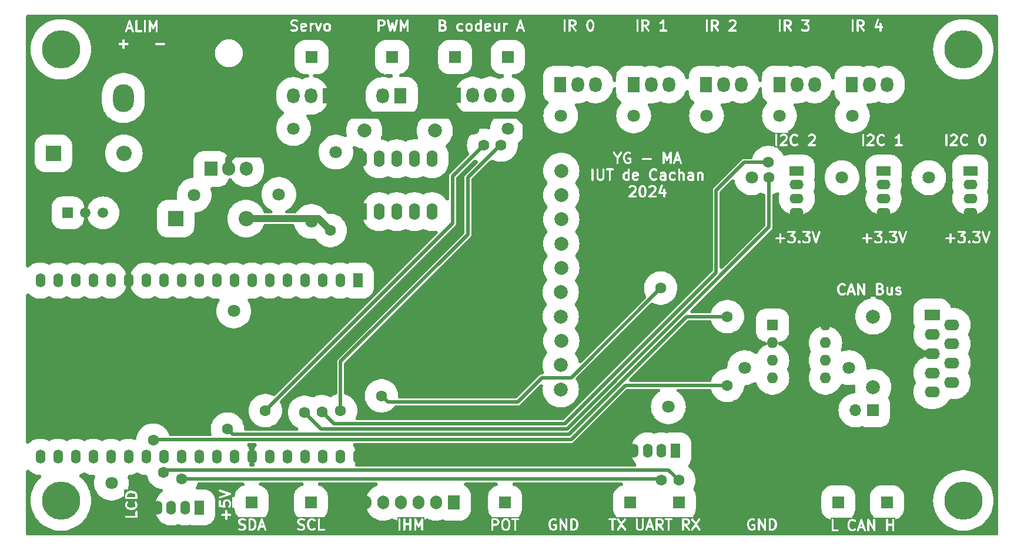
<source format=gbr>
G04 #@! TF.GenerationSoftware,KiCad,Pcbnew,8.0.6-1.fc40*
G04 #@! TF.CreationDate,2024-12-03T09:17:49+01:00*
G04 #@! TF.ProjectId,esp32_but2,65737033-325f-4627-9574-322e6b696361,rev?*
G04 #@! TF.SameCoordinates,Original*
G04 #@! TF.FileFunction,Copper,L1,Top*
G04 #@! TF.FilePolarity,Positive*
%FSLAX46Y46*%
G04 Gerber Fmt 4.6, Leading zero omitted, Abs format (unit mm)*
G04 Created by KiCad (PCBNEW 8.0.6-1.fc40) date 2024-12-03 09:17:49*
%MOMM*%
%LPD*%
G01*
G04 APERTURE LIST*
%ADD10C,0.300000*%
G04 #@! TA.AperFunction,ComponentPad*
%ADD11R,1.700000X1.700000*%
G04 #@! TD*
G04 #@! TA.AperFunction,ComponentPad*
%ADD12C,2.000000*%
G04 #@! TD*
G04 #@! TA.AperFunction,ComponentPad*
%ADD13R,1.600000X1.600000*%
G04 #@! TD*
G04 #@! TA.AperFunction,ComponentPad*
%ADD14O,1.600000X1.600000*%
G04 #@! TD*
G04 #@! TA.AperFunction,ComponentPad*
%ADD15C,5.500000*%
G04 #@! TD*
G04 #@! TA.AperFunction,ComponentPad*
%ADD16C,1.800000*%
G04 #@! TD*
G04 #@! TA.AperFunction,ComponentPad*
%ADD17R,1.500000X1.500000*%
G04 #@! TD*
G04 #@! TA.AperFunction,ComponentPad*
%ADD18C,1.500000*%
G04 #@! TD*
G04 #@! TA.AperFunction,ComponentPad*
%ADD19R,2.200000X2.200000*%
G04 #@! TD*
G04 #@! TA.AperFunction,ComponentPad*
%ADD20O,2.200000X2.200000*%
G04 #@! TD*
G04 #@! TA.AperFunction,ComponentPad*
%ADD21R,2.000000X1.400000*%
G04 #@! TD*
G04 #@! TA.AperFunction,ComponentPad*
%ADD22O,2.000000X1.400000*%
G04 #@! TD*
G04 #@! TA.AperFunction,ComponentPad*
%ADD23R,1.800000X2.200000*%
G04 #@! TD*
G04 #@! TA.AperFunction,ComponentPad*
%ADD24O,1.800000X2.200000*%
G04 #@! TD*
G04 #@! TA.AperFunction,ComponentPad*
%ADD25R,3.000000X4.000000*%
G04 #@! TD*
G04 #@! TA.AperFunction,ComponentPad*
%ADD26O,3.000000X4.000000*%
G04 #@! TD*
G04 #@! TA.AperFunction,ComponentPad*
%ADD27R,1.400000X2.000000*%
G04 #@! TD*
G04 #@! TA.AperFunction,ComponentPad*
%ADD28O,1.400000X2.000000*%
G04 #@! TD*
G04 #@! TA.AperFunction,ComponentPad*
%ADD29R,1.905000X2.000000*%
G04 #@! TD*
G04 #@! TA.AperFunction,ComponentPad*
%ADD30O,1.905000X2.000000*%
G04 #@! TD*
G04 #@! TA.AperFunction,ComponentPad*
%ADD31R,1.700000X2.000000*%
G04 #@! TD*
G04 #@! TA.AperFunction,ComponentPad*
%ADD32O,1.700000X2.000000*%
G04 #@! TD*
G04 #@! TA.AperFunction,ComponentPad*
%ADD33O,2.200000X1.600000*%
G04 #@! TD*
G04 #@! TA.AperFunction,ComponentPad*
%ADD34R,2.200000X1.600000*%
G04 #@! TD*
G04 #@! TA.AperFunction,ComponentPad*
%ADD35O,4.000000X4.000000*%
G04 #@! TD*
G04 #@! TA.AperFunction,ComponentPad*
%ADD36O,1.700000X1.700000*%
G04 #@! TD*
G04 #@! TA.AperFunction,ComponentPad*
%ADD37R,1.600000X2.400000*%
G04 #@! TD*
G04 #@! TA.AperFunction,ComponentPad*
%ADD38O,1.600000X2.400000*%
G04 #@! TD*
G04 #@! TA.AperFunction,ViaPad*
%ADD39C,1.600000*%
G04 #@! TD*
G04 #@! TA.AperFunction,Conductor*
%ADD40C,0.500000*%
G04 #@! TD*
G04 #@! TA.AperFunction,Conductor*
%ADD41C,1.000000*%
G04 #@! TD*
G04 APERTURE END LIST*
D10*
G36*
X188084286Y-91117495D02*
G01*
X181240725Y-91117495D01*
X181240725Y-90200136D01*
X181407392Y-90200136D01*
X181407392Y-90258664D01*
X181429790Y-90312736D01*
X181471174Y-90354120D01*
X181525246Y-90376518D01*
X181554510Y-90379400D01*
X181975939Y-90379400D01*
X181975939Y-90800828D01*
X181978821Y-90830092D01*
X182001219Y-90884164D01*
X182042603Y-90925548D01*
X182096675Y-90947946D01*
X182155203Y-90947946D01*
X182209275Y-90925548D01*
X182250659Y-90884164D01*
X182273057Y-90830092D01*
X182275939Y-90800828D01*
X182275939Y-90379400D01*
X182697368Y-90379400D01*
X182726632Y-90376518D01*
X182780704Y-90354120D01*
X182822088Y-90312736D01*
X182844486Y-90258664D01*
X182844486Y-90200136D01*
X182822088Y-90146064D01*
X182780704Y-90104680D01*
X182726632Y-90082282D01*
X182697368Y-90079400D01*
X182275939Y-90079400D01*
X182275939Y-89657971D01*
X182273057Y-89628707D01*
X182250659Y-89574635D01*
X182209275Y-89533251D01*
X182155203Y-89510853D01*
X182096675Y-89510853D01*
X182042603Y-89533251D01*
X182001219Y-89574635D01*
X181978821Y-89628707D01*
X181975939Y-89657971D01*
X181975939Y-90079400D01*
X181554510Y-90079400D01*
X181525246Y-90082282D01*
X181471174Y-90104680D01*
X181429790Y-90146064D01*
X181407392Y-90200136D01*
X181240725Y-90200136D01*
X181240725Y-89271564D01*
X183121678Y-89271564D01*
X183121678Y-89330092D01*
X183144076Y-89384164D01*
X183185460Y-89425548D01*
X183239532Y-89447946D01*
X183268796Y-89450828D01*
X183866803Y-89450828D01*
X183584481Y-89773481D01*
X183575437Y-89786131D01*
X183572648Y-89788921D01*
X183571551Y-89791566D01*
X183567380Y-89797403D01*
X183559573Y-89820484D01*
X183550250Y-89842993D01*
X183550250Y-89848052D01*
X183548629Y-89852845D01*
X183550250Y-89877154D01*
X183550250Y-89901521D01*
X183552186Y-89906196D01*
X183552523Y-89911241D01*
X183563321Y-89933076D01*
X183572648Y-89955593D01*
X183576224Y-89959169D01*
X183578467Y-89963704D01*
X183596802Y-89979747D01*
X183614032Y-89996977D01*
X183618706Y-89998913D01*
X183622514Y-90002245D01*
X183645595Y-90010051D01*
X183668104Y-90019375D01*
X183675241Y-90020077D01*
X183677956Y-90020996D01*
X183681895Y-90020733D01*
X183697368Y-90022257D01*
X183876244Y-90022257D01*
X183965657Y-90066963D01*
X184002660Y-90103967D01*
X184047368Y-90193381D01*
X184047368Y-90479703D01*
X184002660Y-90569117D01*
X183965657Y-90606121D01*
X183876244Y-90650828D01*
X183518492Y-90650828D01*
X183429078Y-90606121D01*
X183374862Y-90551905D01*
X183352131Y-90533250D01*
X183298059Y-90510853D01*
X183239533Y-90510853D01*
X183185461Y-90533250D01*
X183144075Y-90574636D01*
X183121678Y-90628708D01*
X183121678Y-90687234D01*
X183144075Y-90741306D01*
X183162730Y-90764037D01*
X183234159Y-90835466D01*
X183245663Y-90844907D01*
X183248258Y-90847899D01*
X183252767Y-90850737D01*
X183256890Y-90854121D01*
X183260551Y-90855637D01*
X183273143Y-90863564D01*
X183416001Y-90934992D01*
X183443464Y-90945502D01*
X183448839Y-90945883D01*
X183453818Y-90947946D01*
X183483082Y-90950828D01*
X183911653Y-90950828D01*
X183940917Y-90947946D01*
X183945895Y-90945883D01*
X183951271Y-90945502D01*
X183978734Y-90934992D01*
X184121593Y-90863564D01*
X184134187Y-90855635D01*
X184137847Y-90854120D01*
X184141967Y-90850738D01*
X184146478Y-90847899D01*
X184149072Y-90844907D01*
X184160578Y-90835465D01*
X184232006Y-90764036D01*
X184241444Y-90752535D01*
X184244438Y-90749939D01*
X184247278Y-90745426D01*
X184250660Y-90741306D01*
X184252175Y-90737646D01*
X184260103Y-90725053D01*
X184272561Y-90700138D01*
X184621678Y-90700138D01*
X184621678Y-90758664D01*
X184623904Y-90764037D01*
X184644075Y-90812735D01*
X184662730Y-90835466D01*
X184734158Y-90906894D01*
X184756888Y-90925549D01*
X184779285Y-90934825D01*
X184810960Y-90947946D01*
X184869488Y-90947946D01*
X184910055Y-90931142D01*
X184923559Y-90925549D01*
X184923563Y-90925544D01*
X184946289Y-90906895D01*
X185017718Y-90835467D01*
X185036373Y-90812736D01*
X185036374Y-90812735D01*
X185058771Y-90758663D01*
X185058771Y-90700137D01*
X185036374Y-90646065D01*
X185017719Y-90623334D01*
X184946290Y-90551905D01*
X184923559Y-90533250D01*
X184891885Y-90520130D01*
X184869488Y-90510853D01*
X184810960Y-90510853D01*
X184788563Y-90520130D01*
X184756889Y-90533250D01*
X184756888Y-90533251D01*
X184734157Y-90551906D01*
X184662729Y-90623335D01*
X184644079Y-90646060D01*
X184644075Y-90646065D01*
X184623905Y-90694762D01*
X184621678Y-90700138D01*
X184272561Y-90700138D01*
X184331532Y-90582197D01*
X184342041Y-90554733D01*
X184342422Y-90549358D01*
X184344486Y-90544378D01*
X184347368Y-90515114D01*
X184347368Y-90157971D01*
X184344486Y-90128707D01*
X184342422Y-90123726D01*
X184342041Y-90118352D01*
X184331532Y-90090888D01*
X184260103Y-89948032D01*
X184252175Y-89935438D01*
X184250660Y-89931779D01*
X184247278Y-89927658D01*
X184244438Y-89923146D01*
X184241444Y-89920549D01*
X184232006Y-89909049D01*
X184160578Y-89837620D01*
X184149072Y-89828177D01*
X184146478Y-89825186D01*
X184141967Y-89822346D01*
X184137847Y-89818965D01*
X184134187Y-89817449D01*
X184121593Y-89809521D01*
X184003320Y-89750386D01*
X184310254Y-89399604D01*
X184319297Y-89386954D01*
X184322088Y-89384164D01*
X184323183Y-89381519D01*
X184327356Y-89375683D01*
X184335161Y-89352603D01*
X184344486Y-89330092D01*
X184344486Y-89325030D01*
X184346106Y-89320240D01*
X184344486Y-89295939D01*
X184344486Y-89271564D01*
X185264535Y-89271564D01*
X185264535Y-89330092D01*
X185286933Y-89384164D01*
X185328317Y-89425548D01*
X185382389Y-89447946D01*
X185411653Y-89450828D01*
X186009660Y-89450828D01*
X185727338Y-89773481D01*
X185718294Y-89786131D01*
X185715505Y-89788921D01*
X185714408Y-89791566D01*
X185710237Y-89797403D01*
X185702430Y-89820484D01*
X185693107Y-89842993D01*
X185693107Y-89848052D01*
X185691486Y-89852845D01*
X185693107Y-89877154D01*
X185693107Y-89901521D01*
X185695043Y-89906196D01*
X185695380Y-89911241D01*
X185706178Y-89933076D01*
X185715505Y-89955593D01*
X185719081Y-89959169D01*
X185721324Y-89963704D01*
X185739659Y-89979747D01*
X185756889Y-89996977D01*
X185761563Y-89998913D01*
X185765371Y-90002245D01*
X185788452Y-90010051D01*
X185810961Y-90019375D01*
X185818098Y-90020077D01*
X185820813Y-90020996D01*
X185824752Y-90020733D01*
X185840225Y-90022257D01*
X186019101Y-90022257D01*
X186108514Y-90066963D01*
X186145517Y-90103967D01*
X186190225Y-90193381D01*
X186190225Y-90479703D01*
X186145517Y-90569117D01*
X186108514Y-90606121D01*
X186019101Y-90650828D01*
X185661349Y-90650828D01*
X185571935Y-90606121D01*
X185517719Y-90551905D01*
X185494988Y-90533250D01*
X185440916Y-90510853D01*
X185382390Y-90510853D01*
X185328318Y-90533250D01*
X185286932Y-90574636D01*
X185264535Y-90628708D01*
X185264535Y-90687234D01*
X185286932Y-90741306D01*
X185305587Y-90764037D01*
X185377016Y-90835466D01*
X185388520Y-90844907D01*
X185391115Y-90847899D01*
X185395624Y-90850737D01*
X185399747Y-90854121D01*
X185403408Y-90855637D01*
X185416000Y-90863564D01*
X185558858Y-90934992D01*
X185586321Y-90945502D01*
X185591696Y-90945883D01*
X185596675Y-90947946D01*
X185625939Y-90950828D01*
X186054510Y-90950828D01*
X186083774Y-90947946D01*
X186088752Y-90945883D01*
X186094128Y-90945502D01*
X186121591Y-90934992D01*
X186264450Y-90863564D01*
X186277044Y-90855635D01*
X186280704Y-90854120D01*
X186284824Y-90850738D01*
X186289335Y-90847899D01*
X186291929Y-90844907D01*
X186303435Y-90835465D01*
X186374863Y-90764036D01*
X186384301Y-90752535D01*
X186387295Y-90749939D01*
X186390135Y-90745426D01*
X186393517Y-90741306D01*
X186395032Y-90737646D01*
X186402960Y-90725053D01*
X186474389Y-90582197D01*
X186484898Y-90554733D01*
X186485279Y-90549358D01*
X186487343Y-90544378D01*
X186490225Y-90515114D01*
X186490225Y-90157971D01*
X186487343Y-90128707D01*
X186485279Y-90123726D01*
X186484898Y-90118352D01*
X186474389Y-90090888D01*
X186402960Y-89948032D01*
X186395032Y-89935438D01*
X186393517Y-89931779D01*
X186390135Y-89927658D01*
X186387295Y-89923146D01*
X186384301Y-89920549D01*
X186374863Y-89909049D01*
X186303435Y-89837620D01*
X186291929Y-89828177D01*
X186289335Y-89825186D01*
X186284824Y-89822346D01*
X186280704Y-89818965D01*
X186277044Y-89817449D01*
X186264450Y-89809521D01*
X186146177Y-89750386D01*
X186453111Y-89399604D01*
X186462154Y-89386954D01*
X186464945Y-89384164D01*
X186466040Y-89381519D01*
X186470213Y-89375683D01*
X186478018Y-89352603D01*
X186487343Y-89330092D01*
X186487343Y-89325030D01*
X186488963Y-89320240D01*
X186488920Y-89319589D01*
X186619974Y-89319589D01*
X186626494Y-89348262D01*
X187126494Y-90848262D01*
X187138482Y-90875113D01*
X187145504Y-90883210D01*
X187150297Y-90892795D01*
X187164503Y-90905116D01*
X187176829Y-90919328D01*
X187186416Y-90924121D01*
X187194511Y-90931142D01*
X187212353Y-90937089D01*
X187229177Y-90945501D01*
X187239867Y-90946260D01*
X187250035Y-90949650D01*
X187268791Y-90948317D01*
X187287557Y-90949651D01*
X187297727Y-90946260D01*
X187308416Y-90945501D01*
X187325237Y-90937090D01*
X187343081Y-90931142D01*
X187351177Y-90924119D01*
X187360763Y-90919327D01*
X187373086Y-90905118D01*
X187387295Y-90892795D01*
X187392087Y-90883209D01*
X187399110Y-90875113D01*
X187411098Y-90848262D01*
X187911099Y-89348262D01*
X187917619Y-89319588D01*
X187913469Y-89261208D01*
X187887295Y-89208861D01*
X187843081Y-89170514D01*
X187787557Y-89152005D01*
X187729177Y-89156155D01*
X187676829Y-89182328D01*
X187638482Y-89226543D01*
X187626494Y-89253394D01*
X187268796Y-90326486D01*
X186911098Y-89253394D01*
X186899110Y-89226543D01*
X186860763Y-89182329D01*
X186808416Y-89156155D01*
X186750035Y-89152006D01*
X186694511Y-89170514D01*
X186650297Y-89208861D01*
X186624123Y-89261208D01*
X186619974Y-89319589D01*
X186488920Y-89319589D01*
X186487343Y-89295939D01*
X186487343Y-89271564D01*
X186485406Y-89266888D01*
X186485070Y-89261844D01*
X186474271Y-89240008D01*
X186464945Y-89217492D01*
X186461368Y-89213915D01*
X186459126Y-89209381D01*
X186440790Y-89193337D01*
X186423561Y-89176108D01*
X186418886Y-89174171D01*
X186415079Y-89170840D01*
X186392003Y-89163036D01*
X186369489Y-89153710D01*
X186362347Y-89153006D01*
X186359637Y-89152090D01*
X186355702Y-89152352D01*
X186340225Y-89150828D01*
X185411653Y-89150828D01*
X185382389Y-89153710D01*
X185328317Y-89176108D01*
X185286933Y-89217492D01*
X185264535Y-89271564D01*
X184344486Y-89271564D01*
X184342549Y-89266888D01*
X184342213Y-89261844D01*
X184331414Y-89240008D01*
X184322088Y-89217492D01*
X184318511Y-89213915D01*
X184316269Y-89209381D01*
X184297933Y-89193337D01*
X184280704Y-89176108D01*
X184276029Y-89174171D01*
X184272222Y-89170840D01*
X184249146Y-89163036D01*
X184226632Y-89153710D01*
X184219490Y-89153006D01*
X184216780Y-89152090D01*
X184212845Y-89152352D01*
X184197368Y-89150828D01*
X183268796Y-89150828D01*
X183239532Y-89153710D01*
X183185460Y-89176108D01*
X183144076Y-89217492D01*
X183121678Y-89271564D01*
X181240725Y-89271564D01*
X181240725Y-88984161D01*
X188084286Y-88984161D01*
X188084286Y-91117495D01*
G37*
G36*
X109187769Y-59717647D02*
G01*
X109216946Y-59746824D01*
X109261653Y-59836237D01*
X109261653Y-59979704D01*
X109216946Y-60069117D01*
X109179941Y-60106122D01*
X109090529Y-60150828D01*
X108704510Y-60150828D01*
X108704510Y-59665114D01*
X109030167Y-59665114D01*
X109187769Y-59717647D01*
G37*
G36*
X109108514Y-58995535D02*
G01*
X109145518Y-59032539D01*
X109190225Y-59121952D01*
X109190225Y-59193989D01*
X109145518Y-59283402D01*
X109108514Y-59320407D01*
X109019100Y-59365114D01*
X108704510Y-59365114D01*
X108704510Y-58950828D01*
X109019100Y-58950828D01*
X109108514Y-58995535D01*
G37*
G36*
X112965657Y-59495535D02*
G01*
X113002661Y-59532539D01*
X113047367Y-59621951D01*
X113047367Y-59979704D01*
X113002660Y-60069117D01*
X112965655Y-60106122D01*
X112876243Y-60150828D01*
X112732777Y-60150828D01*
X112643363Y-60106121D01*
X112606358Y-60069116D01*
X112561653Y-59979704D01*
X112561653Y-59621951D01*
X112606358Y-59532540D01*
X112643363Y-59495535D01*
X112732777Y-59450828D01*
X112876243Y-59450828D01*
X112965657Y-59495535D01*
G37*
G36*
X114333082Y-59464962D02*
G01*
X114333082Y-60136694D01*
X114304815Y-60150828D01*
X114089920Y-60150828D01*
X114000506Y-60106121D01*
X113963501Y-60069116D01*
X113918796Y-59979704D01*
X113918796Y-59621951D01*
X113963501Y-59532540D01*
X114000506Y-59495535D01*
X114089920Y-59450828D01*
X114304814Y-59450828D01*
X114333082Y-59464962D01*
G37*
G36*
X115656993Y-59484060D02*
G01*
X115683168Y-59536411D01*
X115275939Y-59617857D01*
X115275939Y-59550523D01*
X115309170Y-59484060D01*
X115375635Y-59450828D01*
X115590529Y-59450828D01*
X115656993Y-59484060D01*
G37*
G36*
X120346397Y-59722257D02*
G01*
X120048338Y-59722257D01*
X120197367Y-59275169D01*
X120346397Y-59722257D01*
G37*
G36*
X121012857Y-60617495D02*
G01*
X108237843Y-60617495D01*
X108237843Y-58800828D01*
X108404510Y-58800828D01*
X108404510Y-60300828D01*
X108407392Y-60330092D01*
X108429790Y-60384164D01*
X108471174Y-60425548D01*
X108525246Y-60447946D01*
X108554510Y-60450828D01*
X109125939Y-60450828D01*
X109155203Y-60447946D01*
X109160181Y-60445883D01*
X109165557Y-60445502D01*
X109193021Y-60434992D01*
X109335878Y-60363564D01*
X109348471Y-60355636D01*
X109352131Y-60354121D01*
X109356250Y-60350739D01*
X109360764Y-60347899D01*
X109363360Y-60344905D01*
X109374862Y-60335466D01*
X109446291Y-60264037D01*
X109455732Y-60252532D01*
X109458724Y-60249938D01*
X109461562Y-60245428D01*
X109464946Y-60241306D01*
X109466462Y-60237644D01*
X109474389Y-60225053D01*
X109545817Y-60082195D01*
X109556327Y-60054732D01*
X109556708Y-60049356D01*
X109558771Y-60044378D01*
X109561653Y-60015114D01*
X109561653Y-59800828D01*
X109558771Y-59771564D01*
X109556708Y-59766585D01*
X109556327Y-59761210D01*
X109545817Y-59733747D01*
X109474389Y-59590889D01*
X109471652Y-59586542D01*
X110975939Y-59586542D01*
X110975939Y-60015114D01*
X110978821Y-60044378D01*
X110980883Y-60049356D01*
X110981265Y-60054732D01*
X110991775Y-60082196D01*
X111063203Y-60225053D01*
X111071130Y-60237646D01*
X111072646Y-60241306D01*
X111076027Y-60245425D01*
X111078868Y-60249939D01*
X111081861Y-60252535D01*
X111091301Y-60264037D01*
X111162730Y-60335466D01*
X111174234Y-60344907D01*
X111176829Y-60347899D01*
X111181338Y-60350737D01*
X111185461Y-60354121D01*
X111189122Y-60355637D01*
X111201714Y-60363564D01*
X111344572Y-60434992D01*
X111372035Y-60445502D01*
X111377410Y-60445883D01*
X111382389Y-60447946D01*
X111411653Y-60450828D01*
X111697367Y-60450828D01*
X111726631Y-60447946D01*
X111731609Y-60445883D01*
X111736985Y-60445502D01*
X111764448Y-60434992D01*
X111907307Y-60363564D01*
X111932192Y-60347899D01*
X111970539Y-60303685D01*
X111989047Y-60248162D01*
X111984899Y-60189782D01*
X111958725Y-60137433D01*
X111914510Y-60099086D01*
X111858988Y-60080578D01*
X111800607Y-60084726D01*
X111773144Y-60095235D01*
X111661958Y-60150828D01*
X111447063Y-60150828D01*
X111357649Y-60106121D01*
X111320644Y-60069116D01*
X111275939Y-59979704D01*
X111275939Y-59621951D01*
X111293643Y-59586542D01*
X112261653Y-59586542D01*
X112261653Y-60015114D01*
X112264535Y-60044378D01*
X112266597Y-60049356D01*
X112266979Y-60054732D01*
X112277489Y-60082196D01*
X112348917Y-60225053D01*
X112356844Y-60237646D01*
X112358360Y-60241306D01*
X112361741Y-60245425D01*
X112364582Y-60249939D01*
X112367575Y-60252535D01*
X112377015Y-60264037D01*
X112448444Y-60335466D01*
X112459948Y-60344907D01*
X112462543Y-60347899D01*
X112467052Y-60350737D01*
X112471175Y-60354121D01*
X112474836Y-60355637D01*
X112487428Y-60363564D01*
X112630286Y-60434992D01*
X112657749Y-60445502D01*
X112663124Y-60445883D01*
X112668103Y-60447946D01*
X112697367Y-60450828D01*
X112911653Y-60450828D01*
X112940917Y-60447946D01*
X112945895Y-60445883D01*
X112951271Y-60445502D01*
X112978735Y-60434992D01*
X113121592Y-60363564D01*
X113134185Y-60355636D01*
X113137845Y-60354121D01*
X113141964Y-60350739D01*
X113146478Y-60347899D01*
X113149074Y-60344905D01*
X113160576Y-60335466D01*
X113232005Y-60264037D01*
X113241446Y-60252532D01*
X113244438Y-60249938D01*
X113247276Y-60245428D01*
X113250660Y-60241306D01*
X113252176Y-60237644D01*
X113260103Y-60225053D01*
X113331531Y-60082195D01*
X113342041Y-60054732D01*
X113342422Y-60049356D01*
X113344485Y-60044378D01*
X113347367Y-60015114D01*
X113347367Y-59586542D01*
X113618796Y-59586542D01*
X113618796Y-60015114D01*
X113621678Y-60044378D01*
X113623740Y-60049356D01*
X113624122Y-60054732D01*
X113634632Y-60082196D01*
X113706060Y-60225053D01*
X113713987Y-60237646D01*
X113715503Y-60241306D01*
X113718884Y-60245425D01*
X113721725Y-60249939D01*
X113724718Y-60252535D01*
X113734158Y-60264037D01*
X113805587Y-60335466D01*
X113817091Y-60344907D01*
X113819686Y-60347899D01*
X113824195Y-60350737D01*
X113828318Y-60354121D01*
X113831979Y-60355637D01*
X113844571Y-60363564D01*
X113987429Y-60434992D01*
X114014892Y-60445502D01*
X114020267Y-60445883D01*
X114025246Y-60447946D01*
X114054510Y-60450828D01*
X114340224Y-60450828D01*
X114369488Y-60447946D01*
X114374466Y-60445883D01*
X114379842Y-60445502D01*
X114407305Y-60434992D01*
X114414210Y-60431539D01*
X114453818Y-60447946D01*
X114512346Y-60447946D01*
X114566418Y-60425548D01*
X114607802Y-60384164D01*
X114630200Y-60330092D01*
X114633082Y-60300828D01*
X114633082Y-59515114D01*
X114975939Y-59515114D01*
X114975939Y-60086542D01*
X114978821Y-60115806D01*
X114980883Y-60120784D01*
X114981265Y-60126160D01*
X114991775Y-60153623D01*
X115063203Y-60296482D01*
X115066282Y-60301374D01*
X115067053Y-60303685D01*
X115069548Y-60306562D01*
X115078868Y-60321367D01*
X115093074Y-60333688D01*
X115105400Y-60347900D01*
X115120204Y-60357218D01*
X115123082Y-60359714D01*
X115125393Y-60360484D01*
X115130286Y-60363564D01*
X115273144Y-60434993D01*
X115300607Y-60445502D01*
X115305982Y-60445883D01*
X115310961Y-60447946D01*
X115340225Y-60450828D01*
X115625939Y-60450828D01*
X115655203Y-60447946D01*
X115660181Y-60445883D01*
X115665557Y-60445502D01*
X115693021Y-60434992D01*
X115835878Y-60363564D01*
X115860764Y-60347899D01*
X115899110Y-60303684D01*
X115917618Y-60248162D01*
X115913470Y-60189782D01*
X115887296Y-60137433D01*
X115843081Y-60099086D01*
X115787558Y-60080578D01*
X115729178Y-60084726D01*
X115701715Y-60095236D01*
X115590529Y-60150828D01*
X115375634Y-60150828D01*
X115309171Y-60117597D01*
X115275939Y-60051133D01*
X115275939Y-59923798D01*
X115869488Y-59805089D01*
X115869489Y-59805089D01*
X115869489Y-59805088D01*
X115869643Y-59805058D01*
X115897773Y-59796493D01*
X115909984Y-59788314D01*
X115923561Y-59782691D01*
X115934062Y-59772189D01*
X115946403Y-59763925D01*
X115954555Y-59751697D01*
X115964945Y-59741307D01*
X115970627Y-59727587D01*
X115978867Y-59715229D01*
X115981719Y-59700811D01*
X115987343Y-59687235D01*
X115990225Y-59657971D01*
X115990225Y-59657819D01*
X115990226Y-59657814D01*
X115990225Y-59657809D01*
X115990225Y-59515114D01*
X115987343Y-59485850D01*
X115985279Y-59480869D01*
X115984898Y-59475495D01*
X115974389Y-59448031D01*
X115902960Y-59305175D01*
X115900224Y-59300828D01*
X116333081Y-59300828D01*
X116333081Y-60086542D01*
X116335963Y-60115806D01*
X116338024Y-60120783D01*
X116338407Y-60126161D01*
X116348917Y-60153624D01*
X116420346Y-60296482D01*
X116423426Y-60301376D01*
X116424196Y-60303684D01*
X116426688Y-60306557D01*
X116436011Y-60321368D01*
X116450222Y-60333692D01*
X116462543Y-60347899D01*
X116477350Y-60357220D01*
X116480226Y-60359714D01*
X116482534Y-60360483D01*
X116487428Y-60363564D01*
X116630286Y-60434992D01*
X116657749Y-60445502D01*
X116663124Y-60445883D01*
X116668103Y-60447946D01*
X116697367Y-60450828D01*
X116911653Y-60450828D01*
X116940917Y-60447946D01*
X116945895Y-60445883D01*
X116951271Y-60445502D01*
X116978735Y-60434992D01*
X117027609Y-60410554D01*
X117042603Y-60425548D01*
X117096675Y-60447946D01*
X117155203Y-60447946D01*
X117209275Y-60425548D01*
X117250659Y-60384164D01*
X117273057Y-60330092D01*
X117275939Y-60300828D01*
X117275939Y-59300828D01*
X117690224Y-59300828D01*
X117690224Y-60300828D01*
X117693106Y-60330092D01*
X117715504Y-60384164D01*
X117756888Y-60425548D01*
X117810960Y-60447946D01*
X117869488Y-60447946D01*
X117923560Y-60425548D01*
X117964944Y-60384164D01*
X117987342Y-60330092D01*
X117990224Y-60300828D01*
X117990224Y-60282067D01*
X119548545Y-60282067D01*
X119552694Y-60340448D01*
X119578868Y-60392795D01*
X119623082Y-60431142D01*
X119678606Y-60449650D01*
X119736987Y-60445501D01*
X119789334Y-60419327D01*
X119827681Y-60375113D01*
X119839669Y-60348262D01*
X119948338Y-60022257D01*
X120446397Y-60022257D01*
X120555065Y-60348262D01*
X120567053Y-60375113D01*
X120605400Y-60419328D01*
X120657748Y-60445501D01*
X120716128Y-60449651D01*
X120771652Y-60431142D01*
X120815866Y-60392795D01*
X120842040Y-60340448D01*
X120846190Y-60282068D01*
X120839670Y-60253394D01*
X120339669Y-58753394D01*
X120327681Y-58726543D01*
X120320658Y-58718446D01*
X120315866Y-58708861D01*
X120301657Y-58696537D01*
X120289334Y-58682329D01*
X120279748Y-58677536D01*
X120271652Y-58670514D01*
X120253808Y-58664565D01*
X120236987Y-58656155D01*
X120226298Y-58655395D01*
X120216128Y-58652005D01*
X120197362Y-58653338D01*
X120178606Y-58652006D01*
X120168438Y-58655395D01*
X120157748Y-58656155D01*
X120140924Y-58664566D01*
X120123082Y-58670514D01*
X120114987Y-58677534D01*
X120105400Y-58682328D01*
X120093074Y-58696539D01*
X120078868Y-58708861D01*
X120074075Y-58718445D01*
X120067053Y-58726543D01*
X120055065Y-58753394D01*
X119555065Y-60253394D01*
X119548545Y-60282067D01*
X117990224Y-60282067D01*
X117990224Y-59621952D01*
X118034931Y-59532538D01*
X118071935Y-59495535D01*
X118161349Y-59450828D01*
X118268796Y-59450828D01*
X118298060Y-59447946D01*
X118352132Y-59425548D01*
X118393516Y-59384164D01*
X118415914Y-59330092D01*
X118415914Y-59271564D01*
X118393516Y-59217492D01*
X118352132Y-59176108D01*
X118298060Y-59153710D01*
X118268796Y-59150828D01*
X118125939Y-59150828D01*
X118096675Y-59153710D01*
X118091694Y-59155773D01*
X118086320Y-59156155D01*
X118058856Y-59166664D01*
X117962363Y-59214911D01*
X117923560Y-59176108D01*
X117869488Y-59153710D01*
X117810960Y-59153710D01*
X117756888Y-59176108D01*
X117715504Y-59217492D01*
X117693106Y-59271564D01*
X117690224Y-59300828D01*
X117275939Y-59300828D01*
X117273057Y-59271564D01*
X117250659Y-59217492D01*
X117209275Y-59176108D01*
X117155203Y-59153710D01*
X117096675Y-59153710D01*
X117042603Y-59176108D01*
X117001219Y-59217492D01*
X116978821Y-59271564D01*
X116975939Y-59300828D01*
X116975939Y-60095839D01*
X116965655Y-60106122D01*
X116876243Y-60150828D01*
X116732777Y-60150828D01*
X116666313Y-60117596D01*
X116633081Y-60051132D01*
X116633081Y-59300828D01*
X116630199Y-59271564D01*
X116607801Y-59217492D01*
X116566417Y-59176108D01*
X116512345Y-59153710D01*
X116453817Y-59153710D01*
X116399745Y-59176108D01*
X116358361Y-59217492D01*
X116335963Y-59271564D01*
X116333081Y-59300828D01*
X115900224Y-59300828D01*
X115899879Y-59300280D01*
X115899110Y-59297973D01*
X115896617Y-59295098D01*
X115887295Y-59280289D01*
X115873085Y-59267965D01*
X115860764Y-59253758D01*
X115845958Y-59244438D01*
X115843080Y-59241942D01*
X115840768Y-59241171D01*
X115835878Y-59238093D01*
X115693021Y-59166664D01*
X115665558Y-59156155D01*
X115660183Y-59155773D01*
X115655203Y-59153710D01*
X115625939Y-59150828D01*
X115340225Y-59150828D01*
X115310961Y-59153710D01*
X115305983Y-59155771D01*
X115300606Y-59156154D01*
X115273143Y-59166664D01*
X115130285Y-59238093D01*
X115125390Y-59241173D01*
X115123083Y-59241943D01*
X115120208Y-59244435D01*
X115105399Y-59253758D01*
X115093076Y-59267966D01*
X115078868Y-59280289D01*
X115069545Y-59295098D01*
X115067053Y-59297973D01*
X115066283Y-59300280D01*
X115063203Y-59305175D01*
X114991775Y-59448032D01*
X114981265Y-59475496D01*
X114980883Y-59480871D01*
X114978821Y-59485850D01*
X114975939Y-59515114D01*
X114633082Y-59515114D01*
X114633082Y-58800828D01*
X114630200Y-58771564D01*
X114607802Y-58717492D01*
X114566418Y-58676108D01*
X114512346Y-58653710D01*
X114453818Y-58653710D01*
X114399746Y-58676108D01*
X114358362Y-58717492D01*
X114335964Y-58771564D01*
X114333082Y-58800828D01*
X114333082Y-59150828D01*
X114054510Y-59150828D01*
X114025246Y-59153710D01*
X114020265Y-59155773D01*
X114014891Y-59156155D01*
X113987427Y-59166664D01*
X113844571Y-59238093D01*
X113831977Y-59246020D01*
X113828318Y-59247536D01*
X113824197Y-59250917D01*
X113819685Y-59253758D01*
X113817088Y-59256751D01*
X113805588Y-59266190D01*
X113734159Y-59337618D01*
X113724719Y-59349120D01*
X113721725Y-59351717D01*
X113718883Y-59356231D01*
X113715504Y-59360349D01*
X113713988Y-59364007D01*
X113706060Y-59376603D01*
X113634632Y-59519460D01*
X113624122Y-59546924D01*
X113623740Y-59552299D01*
X113621678Y-59557278D01*
X113618796Y-59586542D01*
X113347367Y-59586542D01*
X113344485Y-59557278D01*
X113342422Y-59552299D01*
X113342041Y-59546924D01*
X113331531Y-59519461D01*
X113260103Y-59376603D01*
X113252174Y-59364008D01*
X113250659Y-59360349D01*
X113247277Y-59356228D01*
X113244438Y-59351718D01*
X113241446Y-59349123D01*
X113232004Y-59337618D01*
X113160575Y-59266190D01*
X113149075Y-59256752D01*
X113146478Y-59253758D01*
X113141961Y-59250915D01*
X113137844Y-59247536D01*
X113134187Y-59246021D01*
X113121592Y-59238093D01*
X112978735Y-59166664D01*
X112951272Y-59156155D01*
X112945897Y-59155773D01*
X112940917Y-59153710D01*
X112911653Y-59150828D01*
X112697367Y-59150828D01*
X112668103Y-59153710D01*
X112663122Y-59155773D01*
X112657748Y-59156155D01*
X112630284Y-59166664D01*
X112487428Y-59238093D01*
X112474834Y-59246020D01*
X112471175Y-59247536D01*
X112467054Y-59250917D01*
X112462542Y-59253758D01*
X112459945Y-59256751D01*
X112448445Y-59266190D01*
X112377016Y-59337618D01*
X112367576Y-59349120D01*
X112364582Y-59351717D01*
X112361740Y-59356231D01*
X112358361Y-59360349D01*
X112356845Y-59364007D01*
X112348917Y-59376603D01*
X112277489Y-59519460D01*
X112266979Y-59546924D01*
X112266597Y-59552299D01*
X112264535Y-59557278D01*
X112261653Y-59586542D01*
X111293643Y-59586542D01*
X111320644Y-59532540D01*
X111357649Y-59495535D01*
X111447063Y-59450828D01*
X111661957Y-59450828D01*
X111773143Y-59506421D01*
X111800606Y-59516931D01*
X111858986Y-59521079D01*
X111914509Y-59502571D01*
X111958724Y-59464225D01*
X111984899Y-59411876D01*
X111989047Y-59353495D01*
X111970539Y-59297973D01*
X111932193Y-59253758D01*
X111907307Y-59238093D01*
X111764449Y-59166664D01*
X111736986Y-59156154D01*
X111731608Y-59155771D01*
X111726631Y-59153710D01*
X111697367Y-59150828D01*
X111411653Y-59150828D01*
X111382389Y-59153710D01*
X111377408Y-59155773D01*
X111372034Y-59156155D01*
X111344570Y-59166664D01*
X111201714Y-59238093D01*
X111189120Y-59246020D01*
X111185461Y-59247536D01*
X111181340Y-59250917D01*
X111176828Y-59253758D01*
X111174231Y-59256751D01*
X111162731Y-59266190D01*
X111091302Y-59337618D01*
X111081862Y-59349120D01*
X111078868Y-59351717D01*
X111076026Y-59356231D01*
X111072647Y-59360349D01*
X111071131Y-59364007D01*
X111063203Y-59376603D01*
X110991775Y-59519460D01*
X110981265Y-59546924D01*
X110980883Y-59552299D01*
X110978821Y-59557278D01*
X110975939Y-59586542D01*
X109471652Y-59586542D01*
X109466462Y-59578297D01*
X109464946Y-59574636D01*
X109461562Y-59570513D01*
X109458724Y-59566004D01*
X109455732Y-59563409D01*
X109446291Y-59551905D01*
X109374862Y-59480476D01*
X109373679Y-59479505D01*
X109374862Y-59478323D01*
X109384302Y-59466820D01*
X109387295Y-59464225D01*
X109390133Y-59459715D01*
X109393517Y-59455593D01*
X109395033Y-59451930D01*
X109402960Y-59439339D01*
X109474389Y-59296483D01*
X109484898Y-59269019D01*
X109485279Y-59263644D01*
X109487343Y-59258664D01*
X109490225Y-59229400D01*
X109490225Y-59086542D01*
X109487343Y-59057278D01*
X109485279Y-59052297D01*
X109484898Y-59046923D01*
X109474389Y-59019459D01*
X109402960Y-58876603D01*
X109395033Y-58864011D01*
X109393517Y-58860349D01*
X109390133Y-58856226D01*
X109387295Y-58851717D01*
X109384302Y-58849121D01*
X109374862Y-58837619D01*
X109303434Y-58766191D01*
X109291932Y-58756751D01*
X109289336Y-58753758D01*
X109284822Y-58750917D01*
X109280703Y-58747536D01*
X109277043Y-58746020D01*
X109264450Y-58738093D01*
X109121592Y-58666664D01*
X109094129Y-58656154D01*
X109088751Y-58655771D01*
X109083774Y-58653710D01*
X109054510Y-58650828D01*
X108554510Y-58650828D01*
X108525246Y-58653710D01*
X108471174Y-58676108D01*
X108429790Y-58717492D01*
X108407392Y-58771564D01*
X108404510Y-58800828D01*
X108237843Y-58800828D01*
X108237843Y-58484161D01*
X121012857Y-58484161D01*
X121012857Y-60617495D01*
G37*
G36*
X118279942Y-130895535D02*
G01*
X118376208Y-130991801D01*
X118433082Y-131219292D01*
X118433082Y-131682363D01*
X118376208Y-131909854D01*
X118279941Y-132006122D01*
X118190529Y-132050828D01*
X117975635Y-132050828D01*
X117886221Y-132006121D01*
X117789954Y-131909854D01*
X117733082Y-131682364D01*
X117733082Y-131219291D01*
X117789954Y-130991802D01*
X117886221Y-130895534D01*
X117975635Y-130850828D01*
X118190529Y-130850828D01*
X118279942Y-130895535D01*
G37*
G36*
X116779943Y-130895535D02*
G01*
X116816947Y-130932539D01*
X116861653Y-131021951D01*
X116861653Y-131165418D01*
X116816946Y-131254831D01*
X116779941Y-131291836D01*
X116690529Y-131336542D01*
X116304510Y-131336542D01*
X116304510Y-130850828D01*
X116690529Y-130850828D01*
X116779943Y-130895535D01*
G37*
G36*
X120182582Y-132517495D02*
G01*
X115837843Y-132517495D01*
X115837843Y-130700828D01*
X116004510Y-130700828D01*
X116004510Y-132200828D01*
X116007392Y-132230092D01*
X116029790Y-132284164D01*
X116071174Y-132325548D01*
X116125246Y-132347946D01*
X116183774Y-132347946D01*
X116237846Y-132325548D01*
X116279230Y-132284164D01*
X116301628Y-132230092D01*
X116304510Y-132200828D01*
X116304510Y-131636542D01*
X116725939Y-131636542D01*
X116755203Y-131633660D01*
X116760181Y-131631597D01*
X116765557Y-131631216D01*
X116793021Y-131620706D01*
X116935878Y-131549278D01*
X116948471Y-131541350D01*
X116952131Y-131539835D01*
X116956250Y-131536453D01*
X116960764Y-131533613D01*
X116963360Y-131530619D01*
X116974862Y-131521180D01*
X117046291Y-131449751D01*
X117055732Y-131438246D01*
X117058724Y-131435652D01*
X117061562Y-131431142D01*
X117064946Y-131427020D01*
X117066462Y-131423358D01*
X117074389Y-131410767D01*
X117145817Y-131267909D01*
X117156327Y-131240446D01*
X117156708Y-131235070D01*
X117158771Y-131230092D01*
X117161653Y-131200828D01*
X117433082Y-131200828D01*
X117433082Y-131700828D01*
X117433584Y-131705931D01*
X117433259Y-131708119D01*
X117434878Y-131719069D01*
X117435964Y-131730092D01*
X117436811Y-131732136D01*
X117437561Y-131737208D01*
X117508989Y-132022922D01*
X117518882Y-132050613D01*
X117525521Y-132059573D01*
X117529789Y-132069877D01*
X117548444Y-132092608D01*
X117691302Y-132235466D01*
X117702806Y-132244907D01*
X117705401Y-132247899D01*
X117709910Y-132250737D01*
X117714033Y-132254121D01*
X117717694Y-132255637D01*
X117730286Y-132263564D01*
X117873144Y-132334992D01*
X117900607Y-132345502D01*
X117905982Y-132345883D01*
X117910961Y-132347946D01*
X117940225Y-132350828D01*
X118225939Y-132350828D01*
X118255203Y-132347946D01*
X118260181Y-132345883D01*
X118265557Y-132345502D01*
X118293021Y-132334992D01*
X118435878Y-132263564D01*
X118448469Y-132255637D01*
X118452132Y-132254121D01*
X118456254Y-132250737D01*
X118460764Y-132247899D01*
X118463359Y-132244906D01*
X118474862Y-132235466D01*
X118617719Y-132092608D01*
X118636374Y-132069877D01*
X118640640Y-132059575D01*
X118647281Y-132050614D01*
X118657174Y-132022923D01*
X118728603Y-131737209D01*
X118729353Y-131732136D01*
X118730200Y-131730092D01*
X118731285Y-131719072D01*
X118732905Y-131708120D01*
X118732579Y-131705931D01*
X118733082Y-131700828D01*
X118733082Y-131200828D01*
X118732579Y-131195724D01*
X118732905Y-131193536D01*
X118731285Y-131182583D01*
X118730200Y-131171564D01*
X118729353Y-131169519D01*
X118728603Y-131164447D01*
X118657174Y-130878733D01*
X118647281Y-130851042D01*
X118640641Y-130842081D01*
X118636374Y-130831778D01*
X118617719Y-130809048D01*
X118480235Y-130671564D01*
X118864536Y-130671564D01*
X118864536Y-130730092D01*
X118886934Y-130784164D01*
X118928318Y-130825548D01*
X118982390Y-130847946D01*
X119011654Y-130850828D01*
X119290225Y-130850828D01*
X119290225Y-132200828D01*
X119293107Y-132230092D01*
X119315505Y-132284164D01*
X119356889Y-132325548D01*
X119410961Y-132347946D01*
X119469489Y-132347946D01*
X119523561Y-132325548D01*
X119564945Y-132284164D01*
X119587343Y-132230092D01*
X119590225Y-132200828D01*
X119590225Y-130850828D01*
X119868797Y-130850828D01*
X119898061Y-130847946D01*
X119952133Y-130825548D01*
X119993517Y-130784164D01*
X120015915Y-130730092D01*
X120015915Y-130671564D01*
X119993517Y-130617492D01*
X119952133Y-130576108D01*
X119898061Y-130553710D01*
X119868797Y-130550828D01*
X119011654Y-130550828D01*
X118982390Y-130553710D01*
X118928318Y-130576108D01*
X118886934Y-130617492D01*
X118864536Y-130671564D01*
X118480235Y-130671564D01*
X118474862Y-130666191D01*
X118463360Y-130656751D01*
X118460764Y-130653758D01*
X118456250Y-130650917D01*
X118452131Y-130647536D01*
X118448471Y-130646020D01*
X118435878Y-130638093D01*
X118293021Y-130566664D01*
X118265558Y-130556155D01*
X118260183Y-130555773D01*
X118255203Y-130553710D01*
X118225939Y-130550828D01*
X117940225Y-130550828D01*
X117910961Y-130553710D01*
X117905980Y-130555773D01*
X117900606Y-130556155D01*
X117873142Y-130566664D01*
X117730286Y-130638093D01*
X117717692Y-130646020D01*
X117714033Y-130647536D01*
X117709913Y-130650917D01*
X117705400Y-130653758D01*
X117702803Y-130656752D01*
X117691302Y-130666191D01*
X117548444Y-130809048D01*
X117529789Y-130831778D01*
X117525520Y-130842083D01*
X117518882Y-130851043D01*
X117508989Y-130878734D01*
X117437561Y-131164448D01*
X117436811Y-131169519D01*
X117435964Y-131171564D01*
X117434878Y-131182586D01*
X117433259Y-131193537D01*
X117433584Y-131195724D01*
X117433082Y-131200828D01*
X117161653Y-131200828D01*
X117161653Y-130986542D01*
X117158771Y-130957278D01*
X117156708Y-130952299D01*
X117156327Y-130946924D01*
X117145817Y-130919461D01*
X117074389Y-130776603D01*
X117066460Y-130764008D01*
X117064945Y-130760349D01*
X117061563Y-130756228D01*
X117058724Y-130751718D01*
X117055732Y-130749123D01*
X117046290Y-130737618D01*
X116974861Y-130666190D01*
X116963361Y-130656752D01*
X116960764Y-130653758D01*
X116956247Y-130650915D01*
X116952130Y-130647536D01*
X116948473Y-130646021D01*
X116935878Y-130638093D01*
X116793021Y-130566664D01*
X116765558Y-130556155D01*
X116760183Y-130555773D01*
X116755203Y-130553710D01*
X116725939Y-130550828D01*
X116154510Y-130550828D01*
X116125246Y-130553710D01*
X116071174Y-130576108D01*
X116029790Y-130617492D01*
X116007392Y-130671564D01*
X116004510Y-130700828D01*
X115837843Y-130700828D01*
X115837843Y-130384161D01*
X120182582Y-130384161D01*
X120182582Y-132517495D01*
G37*
G36*
X137911147Y-82895535D02*
G01*
X137948151Y-82932539D01*
X138001329Y-83038897D01*
X138064286Y-83290721D01*
X138064286Y-83610935D01*
X138001329Y-83862759D01*
X137948150Y-83969117D01*
X137911145Y-84006122D01*
X137821733Y-84050828D01*
X137749696Y-84050828D01*
X137660282Y-84006121D01*
X137623278Y-83969117D01*
X137570097Y-83862757D01*
X137507143Y-83610936D01*
X137507143Y-83290720D01*
X137570097Y-83038898D01*
X137623278Y-82932538D01*
X137660282Y-82895535D01*
X137749696Y-82850828D01*
X137821733Y-82850828D01*
X137911147Y-82895535D01*
G37*
G36*
X135635715Y-80950046D02*
G01*
X135635715Y-81621778D01*
X135607448Y-81635912D01*
X135392553Y-81635912D01*
X135303139Y-81591205D01*
X135266134Y-81554200D01*
X135221429Y-81464788D01*
X135221429Y-81107035D01*
X135266134Y-81017624D01*
X135303139Y-80980619D01*
X135392553Y-80935912D01*
X135607447Y-80935912D01*
X135635715Y-80950046D01*
G37*
G36*
X136959626Y-80969144D02*
G01*
X136985801Y-81021495D01*
X136578572Y-81102941D01*
X136578572Y-81035607D01*
X136611803Y-80969144D01*
X136678268Y-80935912D01*
X136893162Y-80935912D01*
X136959626Y-80969144D01*
G37*
G36*
X140921429Y-81621778D02*
G01*
X140893162Y-81635912D01*
X140606838Y-81635912D01*
X140540375Y-81602681D01*
X140507143Y-81536217D01*
X140507143Y-81464178D01*
X140540374Y-81397715D01*
X140606838Y-81364484D01*
X140921429Y-81364484D01*
X140921429Y-81621778D01*
G37*
G36*
X144921429Y-81621778D02*
G01*
X144893162Y-81635912D01*
X144606838Y-81635912D01*
X144540375Y-81602681D01*
X144507143Y-81536217D01*
X144507143Y-81464178D01*
X144540374Y-81397715D01*
X144606838Y-81364484D01*
X144921429Y-81364484D01*
X144921429Y-81621778D01*
G37*
G36*
X142970459Y-78792425D02*
G01*
X142672400Y-78792425D01*
X142821429Y-78345337D01*
X142970459Y-78792425D01*
G37*
G36*
X146745239Y-84517495D02*
G01*
X130254761Y-84517495D01*
X130254761Y-84171565D01*
X135710025Y-84171565D01*
X135710025Y-84230091D01*
X135732422Y-84284163D01*
X135773808Y-84325549D01*
X135796606Y-84334992D01*
X135827879Y-84347946D01*
X135857143Y-84350828D01*
X136785715Y-84350828D01*
X136814979Y-84347946D01*
X136869051Y-84325548D01*
X136910435Y-84284164D01*
X136932833Y-84230092D01*
X136932833Y-84171564D01*
X136910435Y-84117492D01*
X136869051Y-84076108D01*
X136814979Y-84053710D01*
X136785715Y-84050828D01*
X136219275Y-84050828D01*
X136820352Y-83449751D01*
X136839007Y-83427021D01*
X136841070Y-83422039D01*
X136844600Y-83417970D01*
X136856588Y-83391120D01*
X136896209Y-83272257D01*
X137207143Y-83272257D01*
X137207143Y-83629400D01*
X137207645Y-83634503D01*
X137207320Y-83636691D01*
X137208939Y-83647641D01*
X137210025Y-83658664D01*
X137210872Y-83660708D01*
X137211622Y-83665780D01*
X137283050Y-83951494D01*
X137283821Y-83953652D01*
X137283898Y-83954733D01*
X137288556Y-83966907D01*
X137292943Y-83979185D01*
X137293587Y-83980055D01*
X137294407Y-83982196D01*
X137365836Y-84125053D01*
X137373763Y-84137646D01*
X137375279Y-84141306D01*
X137378660Y-84145425D01*
X137381501Y-84149939D01*
X137384494Y-84152535D01*
X137393934Y-84164037D01*
X137465363Y-84235466D01*
X137476867Y-84244907D01*
X137479462Y-84247899D01*
X137483971Y-84250737D01*
X137488094Y-84254121D01*
X137491755Y-84255637D01*
X137504347Y-84263564D01*
X137647205Y-84334992D01*
X137674668Y-84345502D01*
X137680043Y-84345883D01*
X137685022Y-84347946D01*
X137714286Y-84350828D01*
X137857143Y-84350828D01*
X137886407Y-84347946D01*
X137891385Y-84345883D01*
X137896761Y-84345502D01*
X137924225Y-84334992D01*
X138067082Y-84263564D01*
X138079675Y-84255636D01*
X138083335Y-84254121D01*
X138087454Y-84250739D01*
X138091968Y-84247899D01*
X138094564Y-84244905D01*
X138106066Y-84235466D01*
X138169967Y-84171565D01*
X138567167Y-84171565D01*
X138567167Y-84230091D01*
X138589564Y-84284163D01*
X138630950Y-84325549D01*
X138653748Y-84334992D01*
X138685021Y-84347946D01*
X138714285Y-84350828D01*
X139642857Y-84350828D01*
X139672121Y-84347946D01*
X139726193Y-84325548D01*
X139767577Y-84284164D01*
X139789975Y-84230092D01*
X139789975Y-84171564D01*
X139767577Y-84117492D01*
X139726193Y-84076108D01*
X139672121Y-84053710D01*
X139642857Y-84050828D01*
X139076417Y-84050828D01*
X139445178Y-83682067D01*
X140065463Y-83682067D01*
X140067167Y-83706044D01*
X140067167Y-83730092D01*
X140069229Y-83735072D01*
X140069612Y-83740448D01*
X140080364Y-83761952D01*
X140089565Y-83784164D01*
X140093375Y-83787974D01*
X140095786Y-83792795D01*
X140113947Y-83808546D01*
X140130949Y-83825548D01*
X140135928Y-83827610D01*
X140140000Y-83831142D01*
X140162806Y-83838744D01*
X140185021Y-83847946D01*
X140192672Y-83848699D01*
X140195524Y-83849650D01*
X140199473Y-83849369D01*
X140214285Y-83850828D01*
X140778571Y-83850828D01*
X140778571Y-84200828D01*
X140781453Y-84230092D01*
X140803851Y-84284164D01*
X140845235Y-84325548D01*
X140899307Y-84347946D01*
X140957835Y-84347946D01*
X141011907Y-84325548D01*
X141053291Y-84284164D01*
X141075689Y-84230092D01*
X141078571Y-84200828D01*
X141078571Y-83850828D01*
X141142856Y-83850828D01*
X141172120Y-83847946D01*
X141226192Y-83825548D01*
X141267576Y-83784164D01*
X141289974Y-83730092D01*
X141289974Y-83671564D01*
X141267576Y-83617492D01*
X141226192Y-83576108D01*
X141172120Y-83553710D01*
X141142856Y-83550828D01*
X141078571Y-83550828D01*
X141078571Y-83200828D01*
X141075689Y-83171564D01*
X141053291Y-83117492D01*
X141011907Y-83076108D01*
X140957835Y-83053710D01*
X140899307Y-83053710D01*
X140845235Y-83076108D01*
X140803851Y-83117492D01*
X140781453Y-83171564D01*
X140778571Y-83200828D01*
X140778571Y-83550828D01*
X140422398Y-83550828D01*
X140713730Y-82676835D01*
X140720250Y-82648161D01*
X140716101Y-82589781D01*
X140689927Y-82537434D01*
X140645713Y-82499086D01*
X140590188Y-82480578D01*
X140531808Y-82484727D01*
X140479461Y-82510901D01*
X140441114Y-82555115D01*
X140429125Y-82581966D01*
X140071983Y-83653394D01*
X140068684Y-83667901D01*
X140067167Y-83671564D01*
X140067167Y-83674573D01*
X140065463Y-83682067D01*
X139445178Y-83682067D01*
X139677494Y-83449751D01*
X139696149Y-83427021D01*
X139698212Y-83422039D01*
X139701742Y-83417970D01*
X139713730Y-83391120D01*
X139785159Y-83176835D01*
X139788458Y-83162325D01*
X139789975Y-83158664D01*
X139790497Y-83153355D01*
X139791679Y-83148161D01*
X139791398Y-83144211D01*
X139792857Y-83129400D01*
X139792857Y-82986542D01*
X139789975Y-82957278D01*
X139787911Y-82952297D01*
X139787530Y-82946923D01*
X139777021Y-82919459D01*
X139705592Y-82776603D01*
X139697665Y-82764011D01*
X139696149Y-82760349D01*
X139692765Y-82756226D01*
X139689927Y-82751717D01*
X139686934Y-82749121D01*
X139677494Y-82737619D01*
X139606066Y-82666191D01*
X139594564Y-82656751D01*
X139591968Y-82653758D01*
X139587454Y-82650917D01*
X139583335Y-82647536D01*
X139579675Y-82646020D01*
X139567082Y-82638093D01*
X139424224Y-82566664D01*
X139396761Y-82556154D01*
X139391383Y-82555771D01*
X139386406Y-82553710D01*
X139357142Y-82550828D01*
X139000000Y-82550828D01*
X138970736Y-82553710D01*
X138965758Y-82555771D01*
X138960381Y-82556154D01*
X138932918Y-82566664D01*
X138790060Y-82638093D01*
X138777468Y-82646019D01*
X138773806Y-82647536D01*
X138769683Y-82650919D01*
X138765174Y-82653758D01*
X138762578Y-82656750D01*
X138751076Y-82666191D01*
X138679648Y-82737619D01*
X138660993Y-82760350D01*
X138638596Y-82814422D01*
X138638596Y-82872948D01*
X138660993Y-82927020D01*
X138702379Y-82968406D01*
X138756451Y-82990803D01*
X138814977Y-82990803D01*
X138869049Y-82968406D01*
X138891780Y-82949751D01*
X138945996Y-82895535D01*
X139035410Y-82850828D01*
X139321732Y-82850828D01*
X139411146Y-82895535D01*
X139448150Y-82932539D01*
X139492857Y-83021952D01*
X139492857Y-83105059D01*
X139440323Y-83262657D01*
X138608219Y-84094762D01*
X138589564Y-84117493D01*
X138567167Y-84171565D01*
X138169967Y-84171565D01*
X138177495Y-84164037D01*
X138186936Y-84152532D01*
X138189928Y-84149938D01*
X138192766Y-84145428D01*
X138196150Y-84141306D01*
X138197666Y-84137644D01*
X138205593Y-84125053D01*
X138277021Y-83982195D01*
X138277838Y-83980058D01*
X138278485Y-83979186D01*
X138282874Y-83966899D01*
X138287531Y-83954732D01*
X138287607Y-83953650D01*
X138288378Y-83951495D01*
X138359807Y-83665781D01*
X138360557Y-83660708D01*
X138361404Y-83658664D01*
X138362489Y-83647644D01*
X138364109Y-83636692D01*
X138363783Y-83634503D01*
X138364286Y-83629400D01*
X138364286Y-83272257D01*
X138363783Y-83267153D01*
X138364109Y-83264965D01*
X138362489Y-83254012D01*
X138361404Y-83242993D01*
X138360557Y-83240948D01*
X138359807Y-83235876D01*
X138288378Y-82950162D01*
X138287607Y-82948006D01*
X138287531Y-82946924D01*
X138282871Y-82934749D01*
X138278485Y-82922470D01*
X138277838Y-82921597D01*
X138277021Y-82919461D01*
X138205593Y-82776603D01*
X138197664Y-82764008D01*
X138196149Y-82760349D01*
X138192767Y-82756228D01*
X138189928Y-82751718D01*
X138186936Y-82749123D01*
X138177494Y-82737618D01*
X138106065Y-82666190D01*
X138094565Y-82656752D01*
X138091968Y-82653758D01*
X138087451Y-82650915D01*
X138083334Y-82647536D01*
X138079677Y-82646021D01*
X138067082Y-82638093D01*
X137924225Y-82566664D01*
X137896762Y-82556155D01*
X137891387Y-82555773D01*
X137886407Y-82553710D01*
X137857143Y-82550828D01*
X137714286Y-82550828D01*
X137685022Y-82553710D01*
X137680041Y-82555773D01*
X137674667Y-82556155D01*
X137647203Y-82566664D01*
X137504347Y-82638093D01*
X137491753Y-82646020D01*
X137488094Y-82647536D01*
X137483973Y-82650917D01*
X137479461Y-82653758D01*
X137476864Y-82656751D01*
X137465364Y-82666190D01*
X137393935Y-82737618D01*
X137384495Y-82749120D01*
X137381501Y-82751717D01*
X137378659Y-82756231D01*
X137375280Y-82760349D01*
X137373764Y-82764007D01*
X137365836Y-82776603D01*
X137294407Y-82919460D01*
X137293587Y-82921600D01*
X137292943Y-82922471D01*
X137288556Y-82934748D01*
X137283898Y-82946923D01*
X137283821Y-82948003D01*
X137283050Y-82950162D01*
X137211622Y-83235877D01*
X137210872Y-83240948D01*
X137210025Y-83242993D01*
X137208939Y-83254015D01*
X137207320Y-83264966D01*
X137207645Y-83267153D01*
X137207143Y-83272257D01*
X136896209Y-83272257D01*
X136928017Y-83176835D01*
X136931316Y-83162325D01*
X136932833Y-83158664D01*
X136933355Y-83153355D01*
X136934537Y-83148161D01*
X136934256Y-83144211D01*
X136935715Y-83129400D01*
X136935715Y-82986542D01*
X136932833Y-82957278D01*
X136930769Y-82952297D01*
X136930388Y-82946923D01*
X136919879Y-82919459D01*
X136848450Y-82776603D01*
X136840523Y-82764011D01*
X136839007Y-82760349D01*
X136835623Y-82756226D01*
X136832785Y-82751717D01*
X136829792Y-82749121D01*
X136820352Y-82737619D01*
X136748924Y-82666191D01*
X136737422Y-82656751D01*
X136734826Y-82653758D01*
X136730312Y-82650917D01*
X136726193Y-82647536D01*
X136722533Y-82646020D01*
X136709940Y-82638093D01*
X136567082Y-82566664D01*
X136539619Y-82556154D01*
X136534241Y-82555771D01*
X136529264Y-82553710D01*
X136500000Y-82550828D01*
X136142858Y-82550828D01*
X136113594Y-82553710D01*
X136108616Y-82555771D01*
X136103239Y-82556154D01*
X136075776Y-82566664D01*
X135932918Y-82638093D01*
X135920326Y-82646019D01*
X135916664Y-82647536D01*
X135912541Y-82650919D01*
X135908032Y-82653758D01*
X135905436Y-82656750D01*
X135893934Y-82666191D01*
X135822506Y-82737619D01*
X135803851Y-82760350D01*
X135781454Y-82814422D01*
X135781454Y-82872948D01*
X135803851Y-82927020D01*
X135845237Y-82968406D01*
X135899309Y-82990803D01*
X135957835Y-82990803D01*
X136011907Y-82968406D01*
X136034638Y-82949751D01*
X136088854Y-82895535D01*
X136178268Y-82850828D01*
X136464590Y-82850828D01*
X136554004Y-82895535D01*
X136591008Y-82932539D01*
X136635715Y-83021952D01*
X136635715Y-83105059D01*
X136583181Y-83262657D01*
X135751077Y-84094762D01*
X135732422Y-84117493D01*
X135710025Y-84171565D01*
X130254761Y-84171565D01*
X130254761Y-80285912D01*
X130421428Y-80285912D01*
X130421428Y-81785912D01*
X130424310Y-81815176D01*
X130446708Y-81869248D01*
X130488092Y-81910632D01*
X130542164Y-81933030D01*
X130600692Y-81933030D01*
X130654764Y-81910632D01*
X130696148Y-81869248D01*
X130718546Y-81815176D01*
X130721428Y-81785912D01*
X130721428Y-80285912D01*
X131135714Y-80285912D01*
X131135714Y-81500198D01*
X131138596Y-81529462D01*
X131140659Y-81534442D01*
X131141041Y-81539817D01*
X131151550Y-81567280D01*
X131222979Y-81710137D01*
X131230906Y-81722730D01*
X131232422Y-81726390D01*
X131235803Y-81730509D01*
X131238644Y-81735023D01*
X131241637Y-81737619D01*
X131251077Y-81749121D01*
X131322506Y-81820550D01*
X131334010Y-81829991D01*
X131336605Y-81832983D01*
X131341114Y-81835821D01*
X131345237Y-81839205D01*
X131348898Y-81840721D01*
X131361490Y-81848648D01*
X131504348Y-81920076D01*
X131531811Y-81930586D01*
X131537186Y-81930967D01*
X131542165Y-81933030D01*
X131571429Y-81935912D01*
X131857143Y-81935912D01*
X131886407Y-81933030D01*
X131891385Y-81930967D01*
X131896761Y-81930586D01*
X131924225Y-81920076D01*
X132067082Y-81848648D01*
X132079675Y-81840720D01*
X132083335Y-81839205D01*
X132087454Y-81835823D01*
X132091968Y-81832983D01*
X132094564Y-81829989D01*
X132106066Y-81820550D01*
X132177495Y-81749121D01*
X132186936Y-81737616D01*
X132189928Y-81735022D01*
X132192766Y-81730512D01*
X132196150Y-81726390D01*
X132197666Y-81722728D01*
X132205593Y-81710137D01*
X132277021Y-81567279D01*
X132287531Y-81539816D01*
X132287912Y-81534440D01*
X132289975Y-81529462D01*
X132292857Y-81500198D01*
X132292857Y-80285912D01*
X132289975Y-80256648D01*
X132495740Y-80256648D01*
X132495740Y-80315176D01*
X132518138Y-80369248D01*
X132559522Y-80410632D01*
X132613594Y-80433030D01*
X132642858Y-80435912D01*
X132921429Y-80435912D01*
X132921429Y-81785912D01*
X132924311Y-81815176D01*
X132946709Y-81869248D01*
X132988093Y-81910632D01*
X133042165Y-81933030D01*
X133100693Y-81933030D01*
X133154765Y-81910632D01*
X133196149Y-81869248D01*
X133218547Y-81815176D01*
X133221429Y-81785912D01*
X133221429Y-81071626D01*
X134921429Y-81071626D01*
X134921429Y-81500198D01*
X134924311Y-81529462D01*
X134926373Y-81534440D01*
X134926755Y-81539816D01*
X134937265Y-81567280D01*
X135008693Y-81710137D01*
X135016620Y-81722730D01*
X135018136Y-81726390D01*
X135021517Y-81730509D01*
X135024358Y-81735023D01*
X135027351Y-81737619D01*
X135036791Y-81749121D01*
X135108220Y-81820550D01*
X135119724Y-81829991D01*
X135122319Y-81832983D01*
X135126828Y-81835821D01*
X135130951Y-81839205D01*
X135134612Y-81840721D01*
X135147204Y-81848648D01*
X135290062Y-81920076D01*
X135317525Y-81930586D01*
X135322900Y-81930967D01*
X135327879Y-81933030D01*
X135357143Y-81935912D01*
X135642857Y-81935912D01*
X135672121Y-81933030D01*
X135677099Y-81930967D01*
X135682475Y-81930586D01*
X135709938Y-81920076D01*
X135716843Y-81916623D01*
X135756451Y-81933030D01*
X135814979Y-81933030D01*
X135869051Y-81910632D01*
X135910435Y-81869248D01*
X135932833Y-81815176D01*
X135935715Y-81785912D01*
X135935715Y-81000198D01*
X136278572Y-81000198D01*
X136278572Y-81571626D01*
X136281454Y-81600890D01*
X136283516Y-81605868D01*
X136283898Y-81611244D01*
X136294408Y-81638707D01*
X136365836Y-81781566D01*
X136368915Y-81786458D01*
X136369686Y-81788769D01*
X136372181Y-81791646D01*
X136381501Y-81806451D01*
X136395707Y-81818772D01*
X136408033Y-81832984D01*
X136422837Y-81842302D01*
X136425715Y-81844798D01*
X136428026Y-81845568D01*
X136432919Y-81848648D01*
X136575777Y-81920077D01*
X136603240Y-81930586D01*
X136608615Y-81930967D01*
X136613594Y-81933030D01*
X136642858Y-81935912D01*
X136928572Y-81935912D01*
X136957836Y-81933030D01*
X136962814Y-81930967D01*
X136968190Y-81930586D01*
X136995654Y-81920076D01*
X137138511Y-81848648D01*
X137163397Y-81832983D01*
X137201743Y-81788768D01*
X137220251Y-81733246D01*
X137216103Y-81674866D01*
X137189929Y-81622517D01*
X137145714Y-81584170D01*
X137090191Y-81565662D01*
X137031811Y-81569810D01*
X137004348Y-81580320D01*
X136893162Y-81635912D01*
X136678267Y-81635912D01*
X136611804Y-81602681D01*
X136578572Y-81536217D01*
X136578572Y-81408882D01*
X137172121Y-81290173D01*
X137172122Y-81290173D01*
X137172122Y-81290172D01*
X137172276Y-81290142D01*
X137200406Y-81281577D01*
X137212617Y-81273398D01*
X137226194Y-81267775D01*
X137236695Y-81257273D01*
X137249036Y-81249009D01*
X137257188Y-81236781D01*
X137267578Y-81226391D01*
X137273260Y-81212671D01*
X137281500Y-81200313D01*
X137284352Y-81185895D01*
X137289976Y-81172319D01*
X137292858Y-81143055D01*
X137292858Y-81142903D01*
X137292859Y-81142898D01*
X137292858Y-81142893D01*
X137292858Y-81000198D01*
X137289976Y-80970934D01*
X137287912Y-80965953D01*
X137287531Y-80960579D01*
X137277022Y-80933115D01*
X137274849Y-80928769D01*
X138707143Y-80928769D01*
X138707143Y-81143055D01*
X138707645Y-81148158D01*
X138707320Y-81150346D01*
X138708939Y-81161296D01*
X138710025Y-81172319D01*
X138710872Y-81174363D01*
X138711622Y-81179435D01*
X138783050Y-81465149D01*
X138783821Y-81467307D01*
X138783898Y-81468388D01*
X138788556Y-81480562D01*
X138792943Y-81492840D01*
X138793587Y-81493710D01*
X138794407Y-81495851D01*
X138865836Y-81638708D01*
X138873763Y-81651301D01*
X138875279Y-81654961D01*
X138878660Y-81659080D01*
X138881501Y-81663594D01*
X138884494Y-81666190D01*
X138893934Y-81677692D01*
X139036791Y-81820550D01*
X139059521Y-81839205D01*
X139064500Y-81841267D01*
X139068572Y-81844799D01*
X139095423Y-81856787D01*
X139309709Y-81928215D01*
X139324221Y-81931514D01*
X139327879Y-81933030D01*
X139333181Y-81933552D01*
X139338383Y-81934735D01*
X139342337Y-81934453D01*
X139357143Y-81935912D01*
X139500000Y-81935912D01*
X139514805Y-81934453D01*
X139518760Y-81934735D01*
X139523961Y-81933552D01*
X139529264Y-81933030D01*
X139532921Y-81931514D01*
X139547434Y-81928215D01*
X139761720Y-81856787D01*
X139788571Y-81844799D01*
X139792644Y-81841265D01*
X139797622Y-81839204D01*
X139820353Y-81820549D01*
X139891781Y-81749120D01*
X139910435Y-81726390D01*
X139932832Y-81672317D01*
X139932831Y-81613791D01*
X139910434Y-81559719D01*
X139869048Y-81518334D01*
X139814976Y-81495937D01*
X139756450Y-81495938D01*
X139702378Y-81518335D01*
X139679647Y-81536990D01*
X139633259Y-81583378D01*
X139475657Y-81635912D01*
X139381486Y-81635912D01*
X139223883Y-81583378D01*
X139123278Y-81482772D01*
X139096276Y-81428769D01*
X140207143Y-81428769D01*
X140207143Y-81571626D01*
X140210025Y-81600890D01*
X140212087Y-81605868D01*
X140212469Y-81611244D01*
X140222979Y-81638707D01*
X140294407Y-81781566D01*
X140297486Y-81786458D01*
X140298257Y-81788769D01*
X140300752Y-81791646D01*
X140310072Y-81806451D01*
X140324278Y-81818772D01*
X140336604Y-81832984D01*
X140351408Y-81842302D01*
X140354286Y-81844798D01*
X140356597Y-81845568D01*
X140361490Y-81848648D01*
X140504348Y-81920077D01*
X140531811Y-81930586D01*
X140537186Y-81930967D01*
X140542165Y-81933030D01*
X140571429Y-81935912D01*
X140928571Y-81935912D01*
X140957835Y-81933030D01*
X140962813Y-81930967D01*
X140968189Y-81930586D01*
X140995652Y-81920076D01*
X141002557Y-81916623D01*
X141042165Y-81933030D01*
X141100693Y-81933030D01*
X141154765Y-81910632D01*
X141196149Y-81869248D01*
X141218547Y-81815176D01*
X141221429Y-81785912D01*
X141221429Y-81071626D01*
X141564286Y-81071626D01*
X141564286Y-81500198D01*
X141567168Y-81529462D01*
X141569230Y-81534440D01*
X141569612Y-81539816D01*
X141580122Y-81567280D01*
X141651550Y-81710137D01*
X141659477Y-81722730D01*
X141660993Y-81726390D01*
X141664374Y-81730509D01*
X141667215Y-81735023D01*
X141670208Y-81737619D01*
X141679648Y-81749121D01*
X141751077Y-81820550D01*
X141762581Y-81829991D01*
X141765176Y-81832983D01*
X141769685Y-81835821D01*
X141773808Y-81839205D01*
X141777469Y-81840721D01*
X141790061Y-81848648D01*
X141932919Y-81920076D01*
X141960382Y-81930586D01*
X141965757Y-81930967D01*
X141970736Y-81933030D01*
X142000000Y-81935912D01*
X142285714Y-81935912D01*
X142314978Y-81933030D01*
X142319956Y-81930967D01*
X142325332Y-81930586D01*
X142352795Y-81920076D01*
X142495654Y-81848648D01*
X142520539Y-81832983D01*
X142558886Y-81788769D01*
X142577394Y-81733246D01*
X142573246Y-81674866D01*
X142547072Y-81622517D01*
X142502857Y-81584170D01*
X142447335Y-81565662D01*
X142388954Y-81569810D01*
X142361491Y-81580319D01*
X142250305Y-81635912D01*
X142035410Y-81635912D01*
X141945996Y-81591205D01*
X141908991Y-81554200D01*
X141864286Y-81464788D01*
X141864286Y-81107035D01*
X141908991Y-81017624D01*
X141945996Y-80980619D01*
X142035410Y-80935912D01*
X142250304Y-80935912D01*
X142361490Y-80991505D01*
X142388953Y-81002015D01*
X142447333Y-81006163D01*
X142502856Y-80987655D01*
X142547071Y-80949309D01*
X142573246Y-80896960D01*
X142577394Y-80838579D01*
X142558886Y-80783057D01*
X142520540Y-80738842D01*
X142495654Y-80723177D01*
X142352796Y-80651748D01*
X142325333Y-80641238D01*
X142319955Y-80640855D01*
X142314978Y-80638794D01*
X142285714Y-80635912D01*
X142000000Y-80635912D01*
X141970736Y-80638794D01*
X141965755Y-80640857D01*
X141960381Y-80641239D01*
X141932917Y-80651748D01*
X141790061Y-80723177D01*
X141777467Y-80731104D01*
X141773808Y-80732620D01*
X141769687Y-80736001D01*
X141765175Y-80738842D01*
X141762578Y-80741835D01*
X141751078Y-80751274D01*
X141679649Y-80822702D01*
X141670209Y-80834204D01*
X141667215Y-80836801D01*
X141664373Y-80841315D01*
X141660994Y-80845433D01*
X141659478Y-80849091D01*
X141651550Y-80861687D01*
X141580122Y-81004544D01*
X141569612Y-81032008D01*
X141569230Y-81037383D01*
X141567168Y-81042362D01*
X141564286Y-81071626D01*
X141221429Y-81071626D01*
X141221429Y-81000198D01*
X141218547Y-80970934D01*
X141216483Y-80965953D01*
X141216102Y-80960579D01*
X141205593Y-80933115D01*
X141134164Y-80790259D01*
X141131083Y-80785364D01*
X141130314Y-80783057D01*
X141127821Y-80780182D01*
X141118499Y-80765373D01*
X141104289Y-80753049D01*
X141091968Y-80738842D01*
X141077162Y-80729522D01*
X141074284Y-80727026D01*
X141071972Y-80726255D01*
X141067082Y-80723177D01*
X140924225Y-80651748D01*
X140896762Y-80641239D01*
X140891387Y-80640857D01*
X140886407Y-80638794D01*
X140857143Y-80635912D01*
X140571429Y-80635912D01*
X140542165Y-80638794D01*
X140537187Y-80640855D01*
X140531810Y-80641238D01*
X140504347Y-80651748D01*
X140361489Y-80723177D01*
X140336603Y-80738842D01*
X140298257Y-80783057D01*
X140279749Y-80838579D01*
X140283897Y-80896960D01*
X140310072Y-80949309D01*
X140354287Y-80987655D01*
X140409809Y-81006163D01*
X140468190Y-81002015D01*
X140495653Y-80991505D01*
X140606839Y-80935912D01*
X140821733Y-80935912D01*
X140888197Y-80969144D01*
X140921429Y-81035608D01*
X140921429Y-81050350D01*
X140893161Y-81064484D01*
X140571429Y-81064484D01*
X140542165Y-81067366D01*
X140537186Y-81069428D01*
X140531811Y-81069810D01*
X140504348Y-81080319D01*
X140361490Y-81151748D01*
X140356596Y-81154828D01*
X140354287Y-81155598D01*
X140351411Y-81158091D01*
X140336604Y-81167412D01*
X140324279Y-81181622D01*
X140310072Y-81193944D01*
X140300751Y-81208750D01*
X140298257Y-81211627D01*
X140297486Y-81213937D01*
X140294407Y-81218830D01*
X140222979Y-81361687D01*
X140212469Y-81389151D01*
X140212087Y-81394526D01*
X140210025Y-81399505D01*
X140207143Y-81428769D01*
X139096276Y-81428769D01*
X139070097Y-81376412D01*
X139007143Y-81124591D01*
X139007143Y-80947232D01*
X139070097Y-80695411D01*
X139123278Y-80589051D01*
X139223884Y-80488445D01*
X139381486Y-80435912D01*
X139475660Y-80435912D01*
X139633258Y-80488445D01*
X139679648Y-80534835D01*
X139702378Y-80553490D01*
X139756451Y-80575886D01*
X139814977Y-80575886D01*
X139869049Y-80553490D01*
X139910435Y-80512104D01*
X139932831Y-80458032D01*
X139932831Y-80399506D01*
X139910435Y-80345433D01*
X139891780Y-80322703D01*
X139854989Y-80285912D01*
X142921428Y-80285912D01*
X142921428Y-81785912D01*
X142924310Y-81815176D01*
X142946708Y-81869248D01*
X142988092Y-81910632D01*
X143042164Y-81933030D01*
X143100692Y-81933030D01*
X143154764Y-81910632D01*
X143196148Y-81869248D01*
X143218546Y-81815176D01*
X143221428Y-81785912D01*
X143221428Y-80990901D01*
X143231710Y-80980619D01*
X143321124Y-80935912D01*
X143464590Y-80935912D01*
X143531054Y-80969144D01*
X143564286Y-81035608D01*
X143564286Y-81785912D01*
X143567168Y-81815176D01*
X143589566Y-81869248D01*
X143630950Y-81910632D01*
X143685022Y-81933030D01*
X143743550Y-81933030D01*
X143797622Y-81910632D01*
X143839006Y-81869248D01*
X143861404Y-81815176D01*
X143864286Y-81785912D01*
X143864286Y-81428769D01*
X144207143Y-81428769D01*
X144207143Y-81571626D01*
X144210025Y-81600890D01*
X144212087Y-81605868D01*
X144212469Y-81611244D01*
X144222979Y-81638707D01*
X144294407Y-81781566D01*
X144297486Y-81786458D01*
X144298257Y-81788769D01*
X144300752Y-81791646D01*
X144310072Y-81806451D01*
X144324278Y-81818772D01*
X144336604Y-81832984D01*
X144351408Y-81842302D01*
X144354286Y-81844798D01*
X144356597Y-81845568D01*
X144361490Y-81848648D01*
X144504348Y-81920077D01*
X144531811Y-81930586D01*
X144537186Y-81930967D01*
X144542165Y-81933030D01*
X144571429Y-81935912D01*
X144928571Y-81935912D01*
X144957835Y-81933030D01*
X144962813Y-81930967D01*
X144968189Y-81930586D01*
X144995652Y-81920076D01*
X145002557Y-81916623D01*
X145042165Y-81933030D01*
X145100693Y-81933030D01*
X145154765Y-81910632D01*
X145196149Y-81869248D01*
X145218547Y-81815176D01*
X145221429Y-81785912D01*
X145221429Y-81000198D01*
X145218547Y-80970934D01*
X145216483Y-80965953D01*
X145216102Y-80960579D01*
X145205593Y-80933115D01*
X145134164Y-80790259D01*
X145131428Y-80785912D01*
X145635714Y-80785912D01*
X145635714Y-81785912D01*
X145638596Y-81815176D01*
X145660994Y-81869248D01*
X145702378Y-81910632D01*
X145756450Y-81933030D01*
X145814978Y-81933030D01*
X145869050Y-81910632D01*
X145910434Y-81869248D01*
X145932832Y-81815176D01*
X145935714Y-81785912D01*
X145935714Y-80990901D01*
X145945996Y-80980619D01*
X146035410Y-80935912D01*
X146178876Y-80935912D01*
X146245340Y-80969144D01*
X146278572Y-81035608D01*
X146278572Y-81785912D01*
X146281454Y-81815176D01*
X146303852Y-81869248D01*
X146345236Y-81910632D01*
X146399308Y-81933030D01*
X146457836Y-81933030D01*
X146511908Y-81910632D01*
X146553292Y-81869248D01*
X146575690Y-81815176D01*
X146578572Y-81785912D01*
X146578572Y-81000198D01*
X146575690Y-80970934D01*
X146573626Y-80965953D01*
X146573245Y-80960579D01*
X146562736Y-80933115D01*
X146491307Y-80790259D01*
X146488226Y-80785364D01*
X146487457Y-80783057D01*
X146484964Y-80780182D01*
X146475642Y-80765373D01*
X146461432Y-80753049D01*
X146449111Y-80738842D01*
X146434305Y-80729522D01*
X146431427Y-80727026D01*
X146429115Y-80726255D01*
X146424225Y-80723177D01*
X146281368Y-80651748D01*
X146253905Y-80641239D01*
X146248530Y-80640857D01*
X146243550Y-80638794D01*
X146214286Y-80635912D01*
X146000000Y-80635912D01*
X145970736Y-80638794D01*
X145965755Y-80640857D01*
X145960381Y-80641239D01*
X145932917Y-80651748D01*
X145884043Y-80676185D01*
X145869050Y-80661192D01*
X145814978Y-80638794D01*
X145756450Y-80638794D01*
X145702378Y-80661192D01*
X145660994Y-80702576D01*
X145638596Y-80756648D01*
X145635714Y-80785912D01*
X145131428Y-80785912D01*
X145131083Y-80785364D01*
X145130314Y-80783057D01*
X145127821Y-80780182D01*
X145118499Y-80765373D01*
X145104289Y-80753049D01*
X145091968Y-80738842D01*
X145077162Y-80729522D01*
X145074284Y-80727026D01*
X145071972Y-80726255D01*
X145067082Y-80723177D01*
X144924225Y-80651748D01*
X144896762Y-80641239D01*
X144891387Y-80640857D01*
X144886407Y-80638794D01*
X144857143Y-80635912D01*
X144571429Y-80635912D01*
X144542165Y-80638794D01*
X144537187Y-80640855D01*
X144531810Y-80641238D01*
X144504347Y-80651748D01*
X144361489Y-80723177D01*
X144336603Y-80738842D01*
X144298257Y-80783057D01*
X144279749Y-80838579D01*
X144283897Y-80896960D01*
X144310072Y-80949309D01*
X144354287Y-80987655D01*
X144409809Y-81006163D01*
X144468190Y-81002015D01*
X144495653Y-80991505D01*
X144606839Y-80935912D01*
X144821733Y-80935912D01*
X144888197Y-80969144D01*
X144921429Y-81035608D01*
X144921429Y-81050350D01*
X144893161Y-81064484D01*
X144571429Y-81064484D01*
X144542165Y-81067366D01*
X144537186Y-81069428D01*
X144531811Y-81069810D01*
X144504348Y-81080319D01*
X144361490Y-81151748D01*
X144356596Y-81154828D01*
X144354287Y-81155598D01*
X144351411Y-81158091D01*
X144336604Y-81167412D01*
X144324279Y-81181622D01*
X144310072Y-81193944D01*
X144300751Y-81208750D01*
X144298257Y-81211627D01*
X144297486Y-81213937D01*
X144294407Y-81218830D01*
X144222979Y-81361687D01*
X144212469Y-81389151D01*
X144212087Y-81394526D01*
X144210025Y-81399505D01*
X144207143Y-81428769D01*
X143864286Y-81428769D01*
X143864286Y-81000198D01*
X143861404Y-80970934D01*
X143859340Y-80965953D01*
X143858959Y-80960579D01*
X143848450Y-80933115D01*
X143777021Y-80790259D01*
X143773940Y-80785364D01*
X143773171Y-80783057D01*
X143770678Y-80780182D01*
X143761356Y-80765373D01*
X143747146Y-80753049D01*
X143734825Y-80738842D01*
X143720019Y-80729522D01*
X143717141Y-80727026D01*
X143714829Y-80726255D01*
X143709939Y-80723177D01*
X143567082Y-80651748D01*
X143539619Y-80641239D01*
X143534244Y-80640857D01*
X143529264Y-80638794D01*
X143500000Y-80635912D01*
X143285714Y-80635912D01*
X143256450Y-80638794D01*
X143251469Y-80640857D01*
X143246095Y-80641239D01*
X143221428Y-80650677D01*
X143221428Y-80285912D01*
X143218546Y-80256648D01*
X143196148Y-80202576D01*
X143154764Y-80161192D01*
X143100692Y-80138794D01*
X143042164Y-80138794D01*
X142988092Y-80161192D01*
X142946708Y-80202576D01*
X142924310Y-80256648D01*
X142921428Y-80285912D01*
X139854989Y-80285912D01*
X139820352Y-80251275D01*
X139797621Y-80232620D01*
X139792641Y-80230557D01*
X139788571Y-80227027D01*
X139761720Y-80215038D01*
X139547434Y-80143610D01*
X139532926Y-80140311D01*
X139529264Y-80138794D01*
X139523955Y-80138271D01*
X139518761Y-80137090D01*
X139514811Y-80137370D01*
X139500000Y-80135912D01*
X139357143Y-80135912D01*
X139342331Y-80137370D01*
X139338382Y-80137090D01*
X139333187Y-80138271D01*
X139327879Y-80138794D01*
X139324217Y-80140310D01*
X139309708Y-80143610D01*
X139095423Y-80215039D01*
X139068572Y-80227027D01*
X139064502Y-80230556D01*
X139059521Y-80232620D01*
X139036791Y-80251275D01*
X138893934Y-80394132D01*
X138884494Y-80405633D01*
X138881501Y-80408230D01*
X138878660Y-80412743D01*
X138875279Y-80416863D01*
X138873763Y-80420522D01*
X138865836Y-80433116D01*
X138794407Y-80575973D01*
X138793587Y-80578113D01*
X138792943Y-80578984D01*
X138788556Y-80591261D01*
X138783898Y-80603436D01*
X138783821Y-80604516D01*
X138783050Y-80606675D01*
X138711622Y-80892389D01*
X138710872Y-80897460D01*
X138710025Y-80899505D01*
X138708939Y-80910527D01*
X138707320Y-80921478D01*
X138707645Y-80923665D01*
X138707143Y-80928769D01*
X137274849Y-80928769D01*
X137205593Y-80790259D01*
X137202512Y-80785364D01*
X137201743Y-80783057D01*
X137199250Y-80780182D01*
X137189928Y-80765373D01*
X137175718Y-80753049D01*
X137163397Y-80738842D01*
X137148591Y-80729522D01*
X137145713Y-80727026D01*
X137143401Y-80726255D01*
X137138511Y-80723177D01*
X136995654Y-80651748D01*
X136968191Y-80641239D01*
X136962816Y-80640857D01*
X136957836Y-80638794D01*
X136928572Y-80635912D01*
X136642858Y-80635912D01*
X136613594Y-80638794D01*
X136608616Y-80640855D01*
X136603239Y-80641238D01*
X136575776Y-80651748D01*
X136432918Y-80723177D01*
X136428023Y-80726257D01*
X136425716Y-80727027D01*
X136422841Y-80729519D01*
X136408032Y-80738842D01*
X136395709Y-80753050D01*
X136381501Y-80765373D01*
X136372178Y-80780182D01*
X136369686Y-80783057D01*
X136368916Y-80785364D01*
X136365836Y-80790259D01*
X136294408Y-80933116D01*
X136283898Y-80960580D01*
X136283516Y-80965955D01*
X136281454Y-80970934D01*
X136278572Y-81000198D01*
X135935715Y-81000198D01*
X135935715Y-80285912D01*
X135932833Y-80256648D01*
X135910435Y-80202576D01*
X135869051Y-80161192D01*
X135814979Y-80138794D01*
X135756451Y-80138794D01*
X135702379Y-80161192D01*
X135660995Y-80202576D01*
X135638597Y-80256648D01*
X135635715Y-80285912D01*
X135635715Y-80635912D01*
X135357143Y-80635912D01*
X135327879Y-80638794D01*
X135322898Y-80640857D01*
X135317524Y-80641239D01*
X135290060Y-80651748D01*
X135147204Y-80723177D01*
X135134610Y-80731104D01*
X135130951Y-80732620D01*
X135126830Y-80736001D01*
X135122318Y-80738842D01*
X135119721Y-80741835D01*
X135108221Y-80751274D01*
X135036792Y-80822702D01*
X135027352Y-80834204D01*
X135024358Y-80836801D01*
X135021516Y-80841315D01*
X135018137Y-80845433D01*
X135016621Y-80849091D01*
X135008693Y-80861687D01*
X134937265Y-81004544D01*
X134926755Y-81032008D01*
X134926373Y-81037383D01*
X134924311Y-81042362D01*
X134921429Y-81071626D01*
X133221429Y-81071626D01*
X133221429Y-80435912D01*
X133500001Y-80435912D01*
X133529265Y-80433030D01*
X133583337Y-80410632D01*
X133624721Y-80369248D01*
X133647119Y-80315176D01*
X133647119Y-80256648D01*
X133624721Y-80202576D01*
X133583337Y-80161192D01*
X133529265Y-80138794D01*
X133500001Y-80135912D01*
X132642858Y-80135912D01*
X132613594Y-80138794D01*
X132559522Y-80161192D01*
X132518138Y-80202576D01*
X132495740Y-80256648D01*
X132289975Y-80256648D01*
X132267577Y-80202576D01*
X132226193Y-80161192D01*
X132172121Y-80138794D01*
X132113593Y-80138794D01*
X132059521Y-80161192D01*
X132018137Y-80202576D01*
X131995739Y-80256648D01*
X131992857Y-80285912D01*
X131992857Y-81464788D01*
X131948150Y-81554201D01*
X131911145Y-81591206D01*
X131821733Y-81635912D01*
X131606839Y-81635912D01*
X131517425Y-81591205D01*
X131480421Y-81554201D01*
X131435714Y-81464787D01*
X131435714Y-80285912D01*
X131432832Y-80256648D01*
X131410434Y-80202576D01*
X131369050Y-80161192D01*
X131314978Y-80138794D01*
X131256450Y-80138794D01*
X131202378Y-80161192D01*
X131160994Y-80202576D01*
X131138596Y-80256648D01*
X131135714Y-80285912D01*
X130721428Y-80285912D01*
X130718546Y-80256648D01*
X130696148Y-80202576D01*
X130654764Y-80161192D01*
X130600692Y-80138794D01*
X130542164Y-80138794D01*
X130488092Y-80161192D01*
X130446708Y-80202576D01*
X130424310Y-80256648D01*
X130421428Y-80285912D01*
X130254761Y-80285912D01*
X130254761Y-77867648D01*
X133528609Y-77867648D01*
X133538743Y-77925291D01*
X133552023Y-77951527D01*
X134028572Y-78700389D01*
X134028572Y-79370996D01*
X134031454Y-79400260D01*
X134053852Y-79454332D01*
X134095236Y-79495716D01*
X134149308Y-79518114D01*
X134207836Y-79518114D01*
X134261908Y-79495716D01*
X134303292Y-79454332D01*
X134325690Y-79400260D01*
X134328572Y-79370996D01*
X134328572Y-78700389D01*
X134447277Y-78513853D01*
X134957143Y-78513853D01*
X134957143Y-78728139D01*
X134957645Y-78733242D01*
X134957320Y-78735430D01*
X134958939Y-78746380D01*
X134960025Y-78757403D01*
X134960872Y-78759447D01*
X134961622Y-78764519D01*
X135033050Y-79050233D01*
X135033821Y-79052391D01*
X135033898Y-79053472D01*
X135038556Y-79065646D01*
X135042943Y-79077924D01*
X135043587Y-79078794D01*
X135044407Y-79080935D01*
X135115836Y-79223792D01*
X135123763Y-79236385D01*
X135125279Y-79240045D01*
X135128660Y-79244164D01*
X135131501Y-79248678D01*
X135134494Y-79251274D01*
X135143934Y-79262776D01*
X135286791Y-79405634D01*
X135309521Y-79424289D01*
X135314500Y-79426351D01*
X135318572Y-79429883D01*
X135345423Y-79441871D01*
X135559709Y-79513299D01*
X135574221Y-79516598D01*
X135577879Y-79518114D01*
X135583181Y-79518636D01*
X135588383Y-79519819D01*
X135592337Y-79519537D01*
X135607143Y-79520996D01*
X135750000Y-79520996D01*
X135764805Y-79519537D01*
X135768760Y-79519819D01*
X135773961Y-79518636D01*
X135779264Y-79518114D01*
X135782921Y-79516598D01*
X135797434Y-79513299D01*
X136011720Y-79441871D01*
X136038571Y-79429883D01*
X136042644Y-79426349D01*
X136047622Y-79424288D01*
X136070353Y-79405633D01*
X136141781Y-79334204D01*
X136160435Y-79311474D01*
X136180606Y-79262776D01*
X136182832Y-79257403D01*
X136185714Y-79228139D01*
X136185714Y-78770304D01*
X137674310Y-78770304D01*
X137674310Y-78828832D01*
X137696708Y-78882904D01*
X137738092Y-78924288D01*
X137792164Y-78946686D01*
X137821428Y-78949568D01*
X138964286Y-78949568D01*
X138993550Y-78946686D01*
X139047622Y-78924288D01*
X139089006Y-78882904D01*
X139111404Y-78828832D01*
X139111404Y-78770304D01*
X139089006Y-78716232D01*
X139047622Y-78674848D01*
X138993550Y-78652450D01*
X138964286Y-78649568D01*
X137821428Y-78649568D01*
X137792164Y-78652450D01*
X137738092Y-78674848D01*
X137696708Y-78716232D01*
X137674310Y-78770304D01*
X136185714Y-78770304D01*
X136185714Y-78728139D01*
X136182832Y-78698875D01*
X136160434Y-78644803D01*
X136119050Y-78603419D01*
X136064978Y-78581021D01*
X136035714Y-78578139D01*
X135750000Y-78578139D01*
X135720736Y-78581021D01*
X135666664Y-78603419D01*
X135625280Y-78644803D01*
X135602882Y-78698875D01*
X135602882Y-78757403D01*
X135625280Y-78811475D01*
X135666664Y-78852859D01*
X135720736Y-78875257D01*
X135750000Y-78878139D01*
X135885714Y-78878139D01*
X135885714Y-79166007D01*
X135883259Y-79168462D01*
X135725657Y-79220996D01*
X135631486Y-79220996D01*
X135473883Y-79168462D01*
X135373278Y-79067856D01*
X135320097Y-78961496D01*
X135257143Y-78709675D01*
X135257143Y-78532316D01*
X135320097Y-78280495D01*
X135373278Y-78174135D01*
X135473884Y-78073529D01*
X135631486Y-78020996D01*
X135786019Y-78020996D01*
X135897203Y-78076589D01*
X135924667Y-78087098D01*
X135983047Y-78091247D01*
X136038569Y-78072740D01*
X136082785Y-78034393D01*
X136108959Y-77982044D01*
X136113108Y-77923664D01*
X136095552Y-77870996D01*
X140671428Y-77870996D01*
X140671428Y-79370996D01*
X140674310Y-79400260D01*
X140696708Y-79454332D01*
X140738092Y-79495716D01*
X140792164Y-79518114D01*
X140850692Y-79518114D01*
X140904764Y-79495716D01*
X140946148Y-79454332D01*
X140968546Y-79400260D01*
X140971428Y-79370996D01*
X140971428Y-78547129D01*
X141185501Y-79005858D01*
X141191847Y-79016571D01*
X141193168Y-79020203D01*
X141195519Y-79022771D01*
X141200488Y-79031158D01*
X141217293Y-79046548D01*
X141232695Y-79063366D01*
X141238738Y-79066186D01*
X141243651Y-79070685D01*
X141265071Y-79078474D01*
X141285733Y-79088116D01*
X141292390Y-79088408D01*
X141298653Y-79090686D01*
X141321432Y-79089685D01*
X141344203Y-79090686D01*
X141350462Y-79088409D01*
X141357124Y-79088117D01*
X141377791Y-79078472D01*
X141399206Y-79070685D01*
X141404119Y-79066185D01*
X141410161Y-79063366D01*
X141425556Y-79046553D01*
X141442369Y-79031158D01*
X141447337Y-79022769D01*
X141449688Y-79020203D01*
X141451007Y-79016573D01*
X141457355Y-79005858D01*
X141671428Y-78547130D01*
X141671428Y-79370996D01*
X141674310Y-79400260D01*
X141696708Y-79454332D01*
X141738092Y-79495716D01*
X141792164Y-79518114D01*
X141850692Y-79518114D01*
X141904764Y-79495716D01*
X141946148Y-79454332D01*
X141968546Y-79400260D01*
X141971428Y-79370996D01*
X141971428Y-79352235D01*
X142172607Y-79352235D01*
X142176756Y-79410616D01*
X142202930Y-79462963D01*
X142247144Y-79501310D01*
X142302668Y-79519818D01*
X142361049Y-79515669D01*
X142413396Y-79489495D01*
X142451743Y-79445281D01*
X142463731Y-79418430D01*
X142572400Y-79092425D01*
X143070459Y-79092425D01*
X143179127Y-79418430D01*
X143191115Y-79445281D01*
X143229462Y-79489496D01*
X143281810Y-79515669D01*
X143340190Y-79519819D01*
X143395714Y-79501310D01*
X143439928Y-79462963D01*
X143466102Y-79410616D01*
X143470252Y-79352236D01*
X143463732Y-79323562D01*
X142963731Y-77823562D01*
X142951743Y-77796711D01*
X142944720Y-77788614D01*
X142939928Y-77779029D01*
X142925719Y-77766705D01*
X142913396Y-77752497D01*
X142903810Y-77747704D01*
X142895714Y-77740682D01*
X142877870Y-77734733D01*
X142861049Y-77726323D01*
X142850360Y-77725563D01*
X142840190Y-77722173D01*
X142821424Y-77723506D01*
X142802668Y-77722174D01*
X142792500Y-77725563D01*
X142781810Y-77726323D01*
X142764986Y-77734734D01*
X142747144Y-77740682D01*
X142739049Y-77747702D01*
X142729462Y-77752496D01*
X142717136Y-77766707D01*
X142702930Y-77779029D01*
X142698137Y-77788613D01*
X142691115Y-77796711D01*
X142679127Y-77823562D01*
X142179127Y-79323562D01*
X142172607Y-79352235D01*
X141971428Y-79352235D01*
X141971428Y-77870996D01*
X141969533Y-77851758D01*
X141969689Y-77848220D01*
X141968997Y-77846319D01*
X141968546Y-77841732D01*
X141958585Y-77817686D01*
X141949688Y-77793218D01*
X141947428Y-77790750D01*
X141946148Y-77787660D01*
X141927750Y-77769262D01*
X141910161Y-77750055D01*
X141907127Y-77748639D01*
X141904764Y-77746276D01*
X141880733Y-77736322D01*
X141857124Y-77725304D01*
X141853779Y-77725157D01*
X141850692Y-77723878D01*
X141824668Y-77723878D01*
X141798653Y-77722735D01*
X141795510Y-77723878D01*
X141792164Y-77723878D01*
X141768111Y-77733841D01*
X141743651Y-77742736D01*
X141741183Y-77744995D01*
X141738092Y-77746276D01*
X141719683Y-77764684D01*
X141700488Y-77782263D01*
X141698138Y-77786229D01*
X141696708Y-77787660D01*
X141695352Y-77790932D01*
X141685501Y-77807563D01*
X141321428Y-78587719D01*
X140957355Y-77807563D01*
X140947501Y-77790928D01*
X140946148Y-77787660D01*
X140944719Y-77786231D01*
X140942369Y-77782263D01*
X140923161Y-77764673D01*
X140904764Y-77746276D01*
X140901673Y-77744995D01*
X140899206Y-77742736D01*
X140874740Y-77733839D01*
X140850692Y-77723878D01*
X140847346Y-77723878D01*
X140844203Y-77722735D01*
X140818199Y-77723878D01*
X140792164Y-77723878D01*
X140789073Y-77725158D01*
X140785733Y-77725305D01*
X140762137Y-77736315D01*
X140738092Y-77746276D01*
X140735728Y-77748639D01*
X140732695Y-77750055D01*
X140715105Y-77769262D01*
X140696708Y-77787660D01*
X140695427Y-77790750D01*
X140693168Y-77793218D01*
X140684271Y-77817683D01*
X140674310Y-77841732D01*
X140673858Y-77846320D01*
X140673167Y-77848221D01*
X140673322Y-77851759D01*
X140671428Y-77870996D01*
X136095552Y-77870996D01*
X136094600Y-77868141D01*
X136056254Y-77823926D01*
X136031368Y-77808261D01*
X135888511Y-77736832D01*
X135861048Y-77726323D01*
X135855673Y-77725941D01*
X135850693Y-77723878D01*
X135821429Y-77720996D01*
X135607143Y-77720996D01*
X135592331Y-77722454D01*
X135588382Y-77722174D01*
X135583187Y-77723355D01*
X135577879Y-77723878D01*
X135574217Y-77725394D01*
X135559708Y-77728694D01*
X135345423Y-77800123D01*
X135318572Y-77812111D01*
X135314502Y-77815640D01*
X135309521Y-77817704D01*
X135286791Y-77836359D01*
X135143934Y-77979216D01*
X135134494Y-77990717D01*
X135131501Y-77993314D01*
X135128660Y-77997827D01*
X135125279Y-78001947D01*
X135123763Y-78005606D01*
X135115836Y-78018200D01*
X135044407Y-78161057D01*
X135043587Y-78163197D01*
X135042943Y-78164068D01*
X135038556Y-78176345D01*
X135033898Y-78188520D01*
X135033821Y-78189600D01*
X135033050Y-78191759D01*
X134961622Y-78477473D01*
X134960872Y-78482544D01*
X134960025Y-78484589D01*
X134958939Y-78495611D01*
X134957320Y-78506562D01*
X134957645Y-78508749D01*
X134957143Y-78513853D01*
X134447277Y-78513853D01*
X134805121Y-77951528D01*
X134818401Y-77925291D01*
X134828534Y-77867648D01*
X134815838Y-77810516D01*
X134782245Y-77762590D01*
X134732867Y-77731167D01*
X134675224Y-77721034D01*
X134618091Y-77733730D01*
X134570165Y-77767323D01*
X134552023Y-77790465D01*
X134178572Y-78377315D01*
X133805121Y-77790465D01*
X133786979Y-77767323D01*
X133739052Y-77733730D01*
X133681920Y-77721033D01*
X133624277Y-77731167D01*
X133574899Y-77762589D01*
X133541306Y-77810516D01*
X133528609Y-77867648D01*
X130254761Y-77867648D01*
X130254761Y-77554329D01*
X146745239Y-77554329D01*
X146745239Y-84517495D01*
G37*
G36*
X176084286Y-91117495D02*
G01*
X169240725Y-91117495D01*
X169240725Y-90200136D01*
X169407392Y-90200136D01*
X169407392Y-90258664D01*
X169429790Y-90312736D01*
X169471174Y-90354120D01*
X169525246Y-90376518D01*
X169554510Y-90379400D01*
X169975939Y-90379400D01*
X169975939Y-90800828D01*
X169978821Y-90830092D01*
X170001219Y-90884164D01*
X170042603Y-90925548D01*
X170096675Y-90947946D01*
X170155203Y-90947946D01*
X170209275Y-90925548D01*
X170250659Y-90884164D01*
X170273057Y-90830092D01*
X170275939Y-90800828D01*
X170275939Y-90379400D01*
X170697368Y-90379400D01*
X170726632Y-90376518D01*
X170780704Y-90354120D01*
X170822088Y-90312736D01*
X170844486Y-90258664D01*
X170844486Y-90200136D01*
X170822088Y-90146064D01*
X170780704Y-90104680D01*
X170726632Y-90082282D01*
X170697368Y-90079400D01*
X170275939Y-90079400D01*
X170275939Y-89657971D01*
X170273057Y-89628707D01*
X170250659Y-89574635D01*
X170209275Y-89533251D01*
X170155203Y-89510853D01*
X170096675Y-89510853D01*
X170042603Y-89533251D01*
X170001219Y-89574635D01*
X169978821Y-89628707D01*
X169975939Y-89657971D01*
X169975939Y-90079400D01*
X169554510Y-90079400D01*
X169525246Y-90082282D01*
X169471174Y-90104680D01*
X169429790Y-90146064D01*
X169407392Y-90200136D01*
X169240725Y-90200136D01*
X169240725Y-89271564D01*
X171121678Y-89271564D01*
X171121678Y-89330092D01*
X171144076Y-89384164D01*
X171185460Y-89425548D01*
X171239532Y-89447946D01*
X171268796Y-89450828D01*
X171866803Y-89450828D01*
X171584481Y-89773481D01*
X171575437Y-89786131D01*
X171572648Y-89788921D01*
X171571551Y-89791566D01*
X171567380Y-89797403D01*
X171559573Y-89820484D01*
X171550250Y-89842993D01*
X171550250Y-89848052D01*
X171548629Y-89852845D01*
X171550250Y-89877154D01*
X171550250Y-89901521D01*
X171552186Y-89906196D01*
X171552523Y-89911241D01*
X171563321Y-89933076D01*
X171572648Y-89955593D01*
X171576224Y-89959169D01*
X171578467Y-89963704D01*
X171596802Y-89979747D01*
X171614032Y-89996977D01*
X171618706Y-89998913D01*
X171622514Y-90002245D01*
X171645595Y-90010051D01*
X171668104Y-90019375D01*
X171675241Y-90020077D01*
X171677956Y-90020996D01*
X171681895Y-90020733D01*
X171697368Y-90022257D01*
X171876244Y-90022257D01*
X171965657Y-90066963D01*
X172002660Y-90103967D01*
X172047368Y-90193381D01*
X172047368Y-90479703D01*
X172002660Y-90569117D01*
X171965657Y-90606121D01*
X171876244Y-90650828D01*
X171518492Y-90650828D01*
X171429078Y-90606121D01*
X171374862Y-90551905D01*
X171352131Y-90533250D01*
X171298059Y-90510853D01*
X171239533Y-90510853D01*
X171185461Y-90533250D01*
X171144075Y-90574636D01*
X171121678Y-90628708D01*
X171121678Y-90687234D01*
X171144075Y-90741306D01*
X171162730Y-90764037D01*
X171234159Y-90835466D01*
X171245663Y-90844907D01*
X171248258Y-90847899D01*
X171252767Y-90850737D01*
X171256890Y-90854121D01*
X171260551Y-90855637D01*
X171273143Y-90863564D01*
X171416001Y-90934992D01*
X171443464Y-90945502D01*
X171448839Y-90945883D01*
X171453818Y-90947946D01*
X171483082Y-90950828D01*
X171911653Y-90950828D01*
X171940917Y-90947946D01*
X171945895Y-90945883D01*
X171951271Y-90945502D01*
X171978734Y-90934992D01*
X172121593Y-90863564D01*
X172134187Y-90855635D01*
X172137847Y-90854120D01*
X172141967Y-90850738D01*
X172146478Y-90847899D01*
X172149072Y-90844907D01*
X172160578Y-90835465D01*
X172232006Y-90764036D01*
X172241444Y-90752535D01*
X172244438Y-90749939D01*
X172247278Y-90745426D01*
X172250660Y-90741306D01*
X172252175Y-90737646D01*
X172260103Y-90725053D01*
X172272561Y-90700138D01*
X172621678Y-90700138D01*
X172621678Y-90758664D01*
X172623904Y-90764037D01*
X172644075Y-90812735D01*
X172662730Y-90835466D01*
X172734158Y-90906894D01*
X172756888Y-90925549D01*
X172779285Y-90934825D01*
X172810960Y-90947946D01*
X172869488Y-90947946D01*
X172910055Y-90931142D01*
X172923559Y-90925549D01*
X172923563Y-90925544D01*
X172946289Y-90906895D01*
X173017718Y-90835467D01*
X173036373Y-90812736D01*
X173036374Y-90812735D01*
X173058771Y-90758663D01*
X173058771Y-90700137D01*
X173036374Y-90646065D01*
X173017719Y-90623334D01*
X172946290Y-90551905D01*
X172923559Y-90533250D01*
X172891885Y-90520130D01*
X172869488Y-90510853D01*
X172810960Y-90510853D01*
X172788563Y-90520130D01*
X172756889Y-90533250D01*
X172756888Y-90533251D01*
X172734157Y-90551906D01*
X172662729Y-90623335D01*
X172644079Y-90646060D01*
X172644075Y-90646065D01*
X172623905Y-90694762D01*
X172621678Y-90700138D01*
X172272561Y-90700138D01*
X172331532Y-90582197D01*
X172342041Y-90554733D01*
X172342422Y-90549358D01*
X172344486Y-90544378D01*
X172347368Y-90515114D01*
X172347368Y-90157971D01*
X172344486Y-90128707D01*
X172342422Y-90123726D01*
X172342041Y-90118352D01*
X172331532Y-90090888D01*
X172260103Y-89948032D01*
X172252175Y-89935438D01*
X172250660Y-89931779D01*
X172247278Y-89927658D01*
X172244438Y-89923146D01*
X172241444Y-89920549D01*
X172232006Y-89909049D01*
X172160578Y-89837620D01*
X172149072Y-89828177D01*
X172146478Y-89825186D01*
X172141967Y-89822346D01*
X172137847Y-89818965D01*
X172134187Y-89817449D01*
X172121593Y-89809521D01*
X172003320Y-89750386D01*
X172310254Y-89399604D01*
X172319297Y-89386954D01*
X172322088Y-89384164D01*
X172323183Y-89381519D01*
X172327356Y-89375683D01*
X172335161Y-89352603D01*
X172344486Y-89330092D01*
X172344486Y-89325030D01*
X172346106Y-89320240D01*
X172344486Y-89295939D01*
X172344486Y-89271564D01*
X173264535Y-89271564D01*
X173264535Y-89330092D01*
X173286933Y-89384164D01*
X173328317Y-89425548D01*
X173382389Y-89447946D01*
X173411653Y-89450828D01*
X174009660Y-89450828D01*
X173727338Y-89773481D01*
X173718294Y-89786131D01*
X173715505Y-89788921D01*
X173714408Y-89791566D01*
X173710237Y-89797403D01*
X173702430Y-89820484D01*
X173693107Y-89842993D01*
X173693107Y-89848052D01*
X173691486Y-89852845D01*
X173693107Y-89877154D01*
X173693107Y-89901521D01*
X173695043Y-89906196D01*
X173695380Y-89911241D01*
X173706178Y-89933076D01*
X173715505Y-89955593D01*
X173719081Y-89959169D01*
X173721324Y-89963704D01*
X173739659Y-89979747D01*
X173756889Y-89996977D01*
X173761563Y-89998913D01*
X173765371Y-90002245D01*
X173788452Y-90010051D01*
X173810961Y-90019375D01*
X173818098Y-90020077D01*
X173820813Y-90020996D01*
X173824752Y-90020733D01*
X173840225Y-90022257D01*
X174019101Y-90022257D01*
X174108514Y-90066963D01*
X174145517Y-90103967D01*
X174190225Y-90193381D01*
X174190225Y-90479703D01*
X174145517Y-90569117D01*
X174108514Y-90606121D01*
X174019101Y-90650828D01*
X173661349Y-90650828D01*
X173571935Y-90606121D01*
X173517719Y-90551905D01*
X173494988Y-90533250D01*
X173440916Y-90510853D01*
X173382390Y-90510853D01*
X173328318Y-90533250D01*
X173286932Y-90574636D01*
X173264535Y-90628708D01*
X173264535Y-90687234D01*
X173286932Y-90741306D01*
X173305587Y-90764037D01*
X173377016Y-90835466D01*
X173388520Y-90844907D01*
X173391115Y-90847899D01*
X173395624Y-90850737D01*
X173399747Y-90854121D01*
X173403408Y-90855637D01*
X173416000Y-90863564D01*
X173558858Y-90934992D01*
X173586321Y-90945502D01*
X173591696Y-90945883D01*
X173596675Y-90947946D01*
X173625939Y-90950828D01*
X174054510Y-90950828D01*
X174083774Y-90947946D01*
X174088752Y-90945883D01*
X174094128Y-90945502D01*
X174121591Y-90934992D01*
X174264450Y-90863564D01*
X174277044Y-90855635D01*
X174280704Y-90854120D01*
X174284824Y-90850738D01*
X174289335Y-90847899D01*
X174291929Y-90844907D01*
X174303435Y-90835465D01*
X174374863Y-90764036D01*
X174384301Y-90752535D01*
X174387295Y-90749939D01*
X174390135Y-90745426D01*
X174393517Y-90741306D01*
X174395032Y-90737646D01*
X174402960Y-90725053D01*
X174474389Y-90582197D01*
X174484898Y-90554733D01*
X174485279Y-90549358D01*
X174487343Y-90544378D01*
X174490225Y-90515114D01*
X174490225Y-90157971D01*
X174487343Y-90128707D01*
X174485279Y-90123726D01*
X174484898Y-90118352D01*
X174474389Y-90090888D01*
X174402960Y-89948032D01*
X174395032Y-89935438D01*
X174393517Y-89931779D01*
X174390135Y-89927658D01*
X174387295Y-89923146D01*
X174384301Y-89920549D01*
X174374863Y-89909049D01*
X174303435Y-89837620D01*
X174291929Y-89828177D01*
X174289335Y-89825186D01*
X174284824Y-89822346D01*
X174280704Y-89818965D01*
X174277044Y-89817449D01*
X174264450Y-89809521D01*
X174146177Y-89750386D01*
X174453111Y-89399604D01*
X174462154Y-89386954D01*
X174464945Y-89384164D01*
X174466040Y-89381519D01*
X174470213Y-89375683D01*
X174478018Y-89352603D01*
X174487343Y-89330092D01*
X174487343Y-89325030D01*
X174488963Y-89320240D01*
X174488920Y-89319589D01*
X174619974Y-89319589D01*
X174626494Y-89348262D01*
X175126494Y-90848262D01*
X175138482Y-90875113D01*
X175145504Y-90883210D01*
X175150297Y-90892795D01*
X175164503Y-90905116D01*
X175176829Y-90919328D01*
X175186416Y-90924121D01*
X175194511Y-90931142D01*
X175212353Y-90937089D01*
X175229177Y-90945501D01*
X175239867Y-90946260D01*
X175250035Y-90949650D01*
X175268791Y-90948317D01*
X175287557Y-90949651D01*
X175297727Y-90946260D01*
X175308416Y-90945501D01*
X175325237Y-90937090D01*
X175343081Y-90931142D01*
X175351177Y-90924119D01*
X175360763Y-90919327D01*
X175373086Y-90905118D01*
X175387295Y-90892795D01*
X175392087Y-90883209D01*
X175399110Y-90875113D01*
X175411098Y-90848262D01*
X175911099Y-89348262D01*
X175917619Y-89319588D01*
X175913469Y-89261208D01*
X175887295Y-89208861D01*
X175843081Y-89170514D01*
X175787557Y-89152005D01*
X175729177Y-89156155D01*
X175676829Y-89182328D01*
X175638482Y-89226543D01*
X175626494Y-89253394D01*
X175268796Y-90326486D01*
X174911098Y-89253394D01*
X174899110Y-89226543D01*
X174860763Y-89182329D01*
X174808416Y-89156155D01*
X174750035Y-89152006D01*
X174694511Y-89170514D01*
X174650297Y-89208861D01*
X174624123Y-89261208D01*
X174619974Y-89319589D01*
X174488920Y-89319589D01*
X174487343Y-89295939D01*
X174487343Y-89271564D01*
X174485406Y-89266888D01*
X174485070Y-89261844D01*
X174474271Y-89240008D01*
X174464945Y-89217492D01*
X174461368Y-89213915D01*
X174459126Y-89209381D01*
X174440790Y-89193337D01*
X174423561Y-89176108D01*
X174418886Y-89174171D01*
X174415079Y-89170840D01*
X174392003Y-89163036D01*
X174369489Y-89153710D01*
X174362347Y-89153006D01*
X174359637Y-89152090D01*
X174355702Y-89152352D01*
X174340225Y-89150828D01*
X173411653Y-89150828D01*
X173382389Y-89153710D01*
X173328317Y-89176108D01*
X173286933Y-89217492D01*
X173264535Y-89271564D01*
X172344486Y-89271564D01*
X172342549Y-89266888D01*
X172342213Y-89261844D01*
X172331414Y-89240008D01*
X172322088Y-89217492D01*
X172318511Y-89213915D01*
X172316269Y-89209381D01*
X172297933Y-89193337D01*
X172280704Y-89176108D01*
X172276029Y-89174171D01*
X172272222Y-89170840D01*
X172249146Y-89163036D01*
X172226632Y-89153710D01*
X172219490Y-89153006D01*
X172216780Y-89152090D01*
X172212845Y-89152352D01*
X172197368Y-89150828D01*
X171268796Y-89150828D01*
X171239532Y-89153710D01*
X171185460Y-89176108D01*
X171144076Y-89217492D01*
X171121678Y-89271564D01*
X169240725Y-89271564D01*
X169240725Y-88984161D01*
X176084286Y-88984161D01*
X176084286Y-91117495D01*
G37*
G36*
X162942606Y-77117495D02*
G01*
X156737843Y-77117495D01*
X156737843Y-75300828D01*
X156904510Y-75300828D01*
X156904510Y-76800828D01*
X156907392Y-76830092D01*
X156929790Y-76884164D01*
X156971174Y-76925548D01*
X157025246Y-76947946D01*
X157083774Y-76947946D01*
X157137846Y-76925548D01*
X157179230Y-76884164D01*
X157201628Y-76830092D01*
X157204510Y-76800828D01*
X157204510Y-76771565D01*
X157478821Y-76771565D01*
X157478821Y-76830091D01*
X157501218Y-76884163D01*
X157542604Y-76925549D01*
X157574278Y-76938668D01*
X157596675Y-76947946D01*
X157625939Y-76950828D01*
X158554511Y-76950828D01*
X158583775Y-76947946D01*
X158637847Y-76925548D01*
X158679231Y-76884164D01*
X158701629Y-76830092D01*
X158701629Y-76771564D01*
X158679231Y-76717492D01*
X158637847Y-76676108D01*
X158583775Y-76653710D01*
X158554511Y-76650828D01*
X157988071Y-76650828D01*
X158589148Y-76049751D01*
X158607803Y-76027021D01*
X158609866Y-76022039D01*
X158613396Y-76017970D01*
X158625384Y-75991120D01*
X158641196Y-75943685D01*
X158975939Y-75943685D01*
X158975939Y-76157971D01*
X158976441Y-76163074D01*
X158976116Y-76165262D01*
X158977735Y-76176212D01*
X158978821Y-76187235D01*
X158979668Y-76189279D01*
X158980418Y-76194351D01*
X159051846Y-76480065D01*
X159052617Y-76482223D01*
X159052694Y-76483304D01*
X159057352Y-76495478D01*
X159061739Y-76507756D01*
X159062383Y-76508626D01*
X159063203Y-76510767D01*
X159134632Y-76653624D01*
X159142559Y-76666217D01*
X159144075Y-76669877D01*
X159147456Y-76673996D01*
X159150297Y-76678510D01*
X159153290Y-76681106D01*
X159162730Y-76692608D01*
X159305587Y-76835466D01*
X159328317Y-76854121D01*
X159333296Y-76856183D01*
X159337368Y-76859715D01*
X159364219Y-76871703D01*
X159578505Y-76943131D01*
X159593017Y-76946430D01*
X159596675Y-76947946D01*
X159601977Y-76948468D01*
X159607179Y-76949651D01*
X159611133Y-76949369D01*
X159625939Y-76950828D01*
X159768796Y-76950828D01*
X159783601Y-76949369D01*
X159787556Y-76949651D01*
X159792757Y-76948468D01*
X159798060Y-76947946D01*
X159801717Y-76946430D01*
X159816230Y-76943131D01*
X160030516Y-76871703D01*
X160057367Y-76859715D01*
X160061440Y-76856181D01*
X160066418Y-76854120D01*
X160089149Y-76835465D01*
X160153048Y-76771565D01*
X161550249Y-76771565D01*
X161550249Y-76830091D01*
X161572646Y-76884163D01*
X161614032Y-76925549D01*
X161645706Y-76938668D01*
X161668103Y-76947946D01*
X161697367Y-76950828D01*
X162625939Y-76950828D01*
X162655203Y-76947946D01*
X162709275Y-76925548D01*
X162750659Y-76884164D01*
X162773057Y-76830092D01*
X162773057Y-76771564D01*
X162750659Y-76717492D01*
X162709275Y-76676108D01*
X162655203Y-76653710D01*
X162625939Y-76650828D01*
X162059499Y-76650828D01*
X162660576Y-76049751D01*
X162679231Y-76027021D01*
X162681294Y-76022039D01*
X162684824Y-76017970D01*
X162696812Y-75991120D01*
X162768241Y-75776835D01*
X162771540Y-75762325D01*
X162773057Y-75758664D01*
X162773579Y-75753355D01*
X162774761Y-75748161D01*
X162774480Y-75744211D01*
X162775939Y-75729400D01*
X162775939Y-75586542D01*
X162773057Y-75557278D01*
X162770993Y-75552297D01*
X162770612Y-75546923D01*
X162760103Y-75519459D01*
X162688674Y-75376603D01*
X162680747Y-75364011D01*
X162679231Y-75360349D01*
X162675847Y-75356226D01*
X162673009Y-75351717D01*
X162670016Y-75349121D01*
X162660576Y-75337619D01*
X162589148Y-75266191D01*
X162577646Y-75256751D01*
X162575050Y-75253758D01*
X162570536Y-75250917D01*
X162566417Y-75247536D01*
X162562757Y-75246020D01*
X162550164Y-75238093D01*
X162407306Y-75166664D01*
X162379843Y-75156154D01*
X162374465Y-75155771D01*
X162369488Y-75153710D01*
X162340224Y-75150828D01*
X161983082Y-75150828D01*
X161953818Y-75153710D01*
X161948840Y-75155771D01*
X161943463Y-75156154D01*
X161916000Y-75166664D01*
X161773142Y-75238093D01*
X161760550Y-75246019D01*
X161756888Y-75247536D01*
X161752765Y-75250919D01*
X161748256Y-75253758D01*
X161745660Y-75256750D01*
X161734158Y-75266191D01*
X161662730Y-75337619D01*
X161644075Y-75360350D01*
X161621678Y-75414422D01*
X161621678Y-75472948D01*
X161644075Y-75527020D01*
X161685461Y-75568406D01*
X161739533Y-75590803D01*
X161798059Y-75590803D01*
X161852131Y-75568406D01*
X161874862Y-75549751D01*
X161929078Y-75495535D01*
X162018492Y-75450828D01*
X162304814Y-75450828D01*
X162394228Y-75495535D01*
X162431232Y-75532539D01*
X162475939Y-75621952D01*
X162475939Y-75705059D01*
X162423405Y-75862657D01*
X161591301Y-76694762D01*
X161572646Y-76717493D01*
X161559526Y-76749167D01*
X161553368Y-76764036D01*
X161550249Y-76771565D01*
X160153048Y-76771565D01*
X160160577Y-76764036D01*
X160179231Y-76741306D01*
X160201628Y-76687233D01*
X160201627Y-76628707D01*
X160179230Y-76574635D01*
X160137844Y-76533250D01*
X160083772Y-76510853D01*
X160025246Y-76510854D01*
X159971174Y-76533251D01*
X159948443Y-76551906D01*
X159902055Y-76598294D01*
X159744453Y-76650828D01*
X159650282Y-76650828D01*
X159492679Y-76598294D01*
X159392074Y-76497688D01*
X159338893Y-76391328D01*
X159275939Y-76139507D01*
X159275939Y-75962148D01*
X159338893Y-75710327D01*
X159392074Y-75603967D01*
X159492680Y-75503361D01*
X159650282Y-75450828D01*
X159744456Y-75450828D01*
X159902054Y-75503361D01*
X159948444Y-75549751D01*
X159971174Y-75568406D01*
X160025247Y-75590802D01*
X160083773Y-75590802D01*
X160137845Y-75568406D01*
X160179231Y-75527020D01*
X160201627Y-75472948D01*
X160201627Y-75414422D01*
X160179231Y-75360349D01*
X160160576Y-75337619D01*
X160089148Y-75266191D01*
X160066417Y-75247536D01*
X160061437Y-75245473D01*
X160057367Y-75241943D01*
X160030516Y-75229954D01*
X159816230Y-75158526D01*
X159801722Y-75155227D01*
X159798060Y-75153710D01*
X159792751Y-75153187D01*
X159787557Y-75152006D01*
X159783607Y-75152286D01*
X159768796Y-75150828D01*
X159625939Y-75150828D01*
X159611127Y-75152286D01*
X159607178Y-75152006D01*
X159601983Y-75153187D01*
X159596675Y-75153710D01*
X159593013Y-75155226D01*
X159578504Y-75158526D01*
X159364219Y-75229955D01*
X159337368Y-75241943D01*
X159333298Y-75245472D01*
X159328317Y-75247536D01*
X159305587Y-75266191D01*
X159162730Y-75409048D01*
X159153290Y-75420549D01*
X159150297Y-75423146D01*
X159147456Y-75427659D01*
X159144075Y-75431779D01*
X159142559Y-75435438D01*
X159134632Y-75448032D01*
X159063203Y-75590889D01*
X159062383Y-75593029D01*
X159061739Y-75593900D01*
X159057352Y-75606177D01*
X159052694Y-75618352D01*
X159052617Y-75619432D01*
X159051846Y-75621591D01*
X158980418Y-75907305D01*
X158979668Y-75912376D01*
X158978821Y-75914421D01*
X158977735Y-75925443D01*
X158976116Y-75936394D01*
X158976441Y-75938581D01*
X158975939Y-75943685D01*
X158641196Y-75943685D01*
X158696813Y-75776835D01*
X158700112Y-75762325D01*
X158701629Y-75758664D01*
X158702151Y-75753355D01*
X158703333Y-75748161D01*
X158703052Y-75744211D01*
X158704511Y-75729400D01*
X158704511Y-75586542D01*
X158701629Y-75557278D01*
X158699565Y-75552297D01*
X158699184Y-75546923D01*
X158688675Y-75519459D01*
X158617246Y-75376603D01*
X158609319Y-75364011D01*
X158607803Y-75360349D01*
X158604419Y-75356226D01*
X158601581Y-75351717D01*
X158598588Y-75349121D01*
X158589148Y-75337619D01*
X158517720Y-75266191D01*
X158506218Y-75256751D01*
X158503622Y-75253758D01*
X158499108Y-75250917D01*
X158494989Y-75247536D01*
X158491329Y-75246020D01*
X158478736Y-75238093D01*
X158335878Y-75166664D01*
X158308415Y-75156154D01*
X158303037Y-75155771D01*
X158298060Y-75153710D01*
X158268796Y-75150828D01*
X157911654Y-75150828D01*
X157882390Y-75153710D01*
X157877412Y-75155771D01*
X157872035Y-75156154D01*
X157844572Y-75166664D01*
X157701714Y-75238093D01*
X157689122Y-75246019D01*
X157685460Y-75247536D01*
X157681337Y-75250919D01*
X157676828Y-75253758D01*
X157674232Y-75256750D01*
X157662730Y-75266191D01*
X157591302Y-75337619D01*
X157572647Y-75360350D01*
X157550250Y-75414422D01*
X157550250Y-75472948D01*
X157572647Y-75527020D01*
X157614033Y-75568406D01*
X157668105Y-75590803D01*
X157726631Y-75590803D01*
X157780703Y-75568406D01*
X157803434Y-75549751D01*
X157857650Y-75495535D01*
X157947064Y-75450828D01*
X158233386Y-75450828D01*
X158322800Y-75495535D01*
X158359804Y-75532539D01*
X158404511Y-75621952D01*
X158404511Y-75705059D01*
X158351977Y-75862657D01*
X157519873Y-76694762D01*
X157501218Y-76717493D01*
X157488098Y-76749167D01*
X157481940Y-76764036D01*
X157478821Y-76771565D01*
X157204510Y-76771565D01*
X157204510Y-75300828D01*
X157201628Y-75271564D01*
X157179230Y-75217492D01*
X157137846Y-75176108D01*
X157083774Y-75153710D01*
X157025246Y-75153710D01*
X156971174Y-75176108D01*
X156929790Y-75217492D01*
X156907392Y-75271564D01*
X156904510Y-75300828D01*
X156737843Y-75300828D01*
X156737843Y-74984161D01*
X162942606Y-74984161D01*
X162942606Y-77117495D01*
G37*
G36*
X89142707Y-59484060D02*
G01*
X89168882Y-59536411D01*
X88761653Y-59617857D01*
X88761653Y-59550523D01*
X88794884Y-59484060D01*
X88861349Y-59450828D01*
X89076243Y-59450828D01*
X89142707Y-59484060D01*
G37*
G36*
X92522799Y-59495535D02*
G01*
X92559803Y-59532539D01*
X92604509Y-59621951D01*
X92604509Y-59979704D01*
X92559802Y-60069117D01*
X92522797Y-60106122D01*
X92433385Y-60150828D01*
X92289919Y-60150828D01*
X92200505Y-60106121D01*
X92163500Y-60069116D01*
X92118795Y-59979704D01*
X92118795Y-59621951D01*
X92163500Y-59532540D01*
X92200505Y-59495535D01*
X92289919Y-59450828D01*
X92433385Y-59450828D01*
X92522799Y-59495535D01*
G37*
G36*
X93071176Y-60617495D02*
G01*
X86866415Y-60617495D01*
X86866415Y-59086542D01*
X87033082Y-59086542D01*
X87033082Y-59229400D01*
X87035964Y-59258664D01*
X87038026Y-59263642D01*
X87038408Y-59269018D01*
X87048918Y-59296482D01*
X87120346Y-59439339D01*
X87128274Y-59451934D01*
X87129790Y-59455593D01*
X87133169Y-59459710D01*
X87136011Y-59464225D01*
X87139005Y-59466821D01*
X87148445Y-59478324D01*
X87219874Y-59549752D01*
X87231374Y-59559190D01*
X87233971Y-59562184D01*
X87238483Y-59565024D01*
X87242604Y-59568406D01*
X87246263Y-59569921D01*
X87258857Y-59577849D01*
X87401713Y-59649278D01*
X87403855Y-59650097D01*
X87404725Y-59650742D01*
X87416996Y-59655126D01*
X87429177Y-59659787D01*
X87430257Y-59659863D01*
X87432416Y-59660635D01*
X87702154Y-59728069D01*
X87808513Y-59781248D01*
X87845517Y-59818253D01*
X87890225Y-59907667D01*
X87890225Y-59979703D01*
X87845517Y-60069117D01*
X87808514Y-60106121D01*
X87719101Y-60150828D01*
X87421711Y-60150828D01*
X87230516Y-60087097D01*
X87201842Y-60080577D01*
X87143462Y-60084727D01*
X87091115Y-60110901D01*
X87052767Y-60155115D01*
X87034259Y-60210640D01*
X87038409Y-60269020D01*
X87064583Y-60321367D01*
X87108797Y-60359715D01*
X87135648Y-60371703D01*
X87349934Y-60443131D01*
X87364446Y-60446430D01*
X87368104Y-60447946D01*
X87373406Y-60448468D01*
X87378608Y-60449651D01*
X87382562Y-60449369D01*
X87397368Y-60450828D01*
X87754510Y-60450828D01*
X87783774Y-60447946D01*
X87788752Y-60445883D01*
X87794128Y-60445502D01*
X87821591Y-60434992D01*
X87964450Y-60363564D01*
X87977044Y-60355635D01*
X87980704Y-60354120D01*
X87984824Y-60350738D01*
X87989335Y-60347899D01*
X87991929Y-60344907D01*
X88003435Y-60335465D01*
X88074863Y-60264036D01*
X88084301Y-60252535D01*
X88087295Y-60249939D01*
X88090135Y-60245426D01*
X88093517Y-60241306D01*
X88095032Y-60237646D01*
X88102960Y-60225053D01*
X88174389Y-60082197D01*
X88184898Y-60054733D01*
X88185279Y-60049358D01*
X88187343Y-60044378D01*
X88190225Y-60015114D01*
X88190225Y-59872257D01*
X88187343Y-59842993D01*
X88185279Y-59838012D01*
X88184898Y-59832638D01*
X88174389Y-59805174D01*
X88102960Y-59662318D01*
X88095032Y-59649724D01*
X88093517Y-59646065D01*
X88090135Y-59641944D01*
X88087295Y-59637432D01*
X88084301Y-59634835D01*
X88074863Y-59623335D01*
X88003435Y-59551906D01*
X87991932Y-59542466D01*
X87989336Y-59539472D01*
X87984821Y-59536630D01*
X87980704Y-59533251D01*
X87977045Y-59531735D01*
X87964450Y-59523807D01*
X87947064Y-59515114D01*
X88461653Y-59515114D01*
X88461653Y-60086542D01*
X88464535Y-60115806D01*
X88466597Y-60120784D01*
X88466979Y-60126160D01*
X88477489Y-60153623D01*
X88548917Y-60296482D01*
X88551996Y-60301374D01*
X88552767Y-60303685D01*
X88555262Y-60306562D01*
X88564582Y-60321367D01*
X88578788Y-60333688D01*
X88591114Y-60347900D01*
X88605918Y-60357218D01*
X88608796Y-60359714D01*
X88611107Y-60360484D01*
X88616000Y-60363564D01*
X88758858Y-60434993D01*
X88786321Y-60445502D01*
X88791696Y-60445883D01*
X88796675Y-60447946D01*
X88825939Y-60450828D01*
X89111653Y-60450828D01*
X89140917Y-60447946D01*
X89145895Y-60445883D01*
X89151271Y-60445502D01*
X89178735Y-60434992D01*
X89321592Y-60363564D01*
X89346478Y-60347899D01*
X89384824Y-60303684D01*
X89403332Y-60248162D01*
X89399184Y-60189782D01*
X89373010Y-60137433D01*
X89328795Y-60099086D01*
X89273272Y-60080578D01*
X89214892Y-60084726D01*
X89187429Y-60095236D01*
X89076243Y-60150828D01*
X88861348Y-60150828D01*
X88794885Y-60117597D01*
X88761653Y-60051133D01*
X88761653Y-59923798D01*
X89355202Y-59805089D01*
X89355203Y-59805089D01*
X89355203Y-59805088D01*
X89355357Y-59805058D01*
X89383487Y-59796493D01*
X89395698Y-59788314D01*
X89409275Y-59782691D01*
X89419776Y-59772189D01*
X89432117Y-59763925D01*
X89440269Y-59751697D01*
X89450659Y-59741307D01*
X89456341Y-59727587D01*
X89464581Y-59715229D01*
X89467433Y-59700811D01*
X89473057Y-59687235D01*
X89475939Y-59657971D01*
X89475939Y-59657819D01*
X89475940Y-59657814D01*
X89475939Y-59657809D01*
X89475939Y-59515114D01*
X89473057Y-59485850D01*
X89470993Y-59480869D01*
X89470612Y-59475495D01*
X89460103Y-59448031D01*
X89388674Y-59305175D01*
X89385938Y-59300828D01*
X89818795Y-59300828D01*
X89818795Y-60300828D01*
X89821677Y-60330092D01*
X89844075Y-60384164D01*
X89885459Y-60425548D01*
X89939531Y-60447946D01*
X89998059Y-60447946D01*
X90052131Y-60425548D01*
X90093515Y-60384164D01*
X90115913Y-60330092D01*
X90118795Y-60300828D01*
X90118795Y-59621952D01*
X90163502Y-59532538D01*
X90200506Y-59495535D01*
X90289920Y-59450828D01*
X90397367Y-59450828D01*
X90426631Y-59447946D01*
X90480703Y-59425548D01*
X90522087Y-59384164D01*
X90544485Y-59330092D01*
X90544485Y-59322750D01*
X90606119Y-59322750D01*
X90613248Y-59351278D01*
X90970391Y-60351278D01*
X90982947Y-60377868D01*
X90988000Y-60383450D01*
X90991223Y-60390253D01*
X91007495Y-60404984D01*
X91022227Y-60421257D01*
X91029029Y-60424479D01*
X91034612Y-60429533D01*
X91055286Y-60436916D01*
X91075119Y-60446311D01*
X91082637Y-60446684D01*
X91089730Y-60449218D01*
X91111652Y-60448127D01*
X91133574Y-60449218D01*
X91140666Y-60446684D01*
X91148185Y-60446311D01*
X91168017Y-60436916D01*
X91188692Y-60429533D01*
X91194274Y-60424479D01*
X91201077Y-60421257D01*
X91215808Y-60404984D01*
X91232081Y-60390253D01*
X91235303Y-60383450D01*
X91240357Y-60377868D01*
X91252913Y-60351278D01*
X91526033Y-59586542D01*
X91818795Y-59586542D01*
X91818795Y-60015114D01*
X91821677Y-60044378D01*
X91823739Y-60049356D01*
X91824121Y-60054732D01*
X91834631Y-60082196D01*
X91906059Y-60225053D01*
X91913986Y-60237646D01*
X91915502Y-60241306D01*
X91918883Y-60245425D01*
X91921724Y-60249939D01*
X91924717Y-60252535D01*
X91934157Y-60264037D01*
X92005586Y-60335466D01*
X92017090Y-60344907D01*
X92019685Y-60347899D01*
X92024194Y-60350737D01*
X92028317Y-60354121D01*
X92031978Y-60355637D01*
X92044570Y-60363564D01*
X92187428Y-60434992D01*
X92214891Y-60445502D01*
X92220266Y-60445883D01*
X92225245Y-60447946D01*
X92254509Y-60450828D01*
X92468795Y-60450828D01*
X92498059Y-60447946D01*
X92503037Y-60445883D01*
X92508413Y-60445502D01*
X92535877Y-60434992D01*
X92678734Y-60363564D01*
X92691327Y-60355636D01*
X92694987Y-60354121D01*
X92699106Y-60350739D01*
X92703620Y-60347899D01*
X92706216Y-60344905D01*
X92717718Y-60335466D01*
X92789147Y-60264037D01*
X92798588Y-60252532D01*
X92801580Y-60249938D01*
X92804418Y-60245428D01*
X92807802Y-60241306D01*
X92809318Y-60237644D01*
X92817245Y-60225053D01*
X92888673Y-60082195D01*
X92899183Y-60054732D01*
X92899564Y-60049356D01*
X92901627Y-60044378D01*
X92904509Y-60015114D01*
X92904509Y-59586542D01*
X92901627Y-59557278D01*
X92899564Y-59552299D01*
X92899183Y-59546924D01*
X92888673Y-59519461D01*
X92817245Y-59376603D01*
X92809316Y-59364008D01*
X92807801Y-59360349D01*
X92804419Y-59356228D01*
X92801580Y-59351718D01*
X92798588Y-59349123D01*
X92789146Y-59337618D01*
X92717717Y-59266190D01*
X92706217Y-59256752D01*
X92703620Y-59253758D01*
X92699103Y-59250915D01*
X92694986Y-59247536D01*
X92691329Y-59246021D01*
X92678734Y-59238093D01*
X92535877Y-59166664D01*
X92508414Y-59156155D01*
X92503039Y-59155773D01*
X92498059Y-59153710D01*
X92468795Y-59150828D01*
X92254509Y-59150828D01*
X92225245Y-59153710D01*
X92220264Y-59155773D01*
X92214890Y-59156155D01*
X92187426Y-59166664D01*
X92044570Y-59238093D01*
X92031976Y-59246020D01*
X92028317Y-59247536D01*
X92024196Y-59250917D01*
X92019684Y-59253758D01*
X92017087Y-59256751D01*
X92005587Y-59266190D01*
X91934158Y-59337618D01*
X91924718Y-59349120D01*
X91921724Y-59351717D01*
X91918882Y-59356231D01*
X91915503Y-59360349D01*
X91913987Y-59364007D01*
X91906059Y-59376603D01*
X91834631Y-59519460D01*
X91824121Y-59546924D01*
X91823739Y-59552299D01*
X91821677Y-59557278D01*
X91818795Y-59586542D01*
X91526033Y-59586542D01*
X91610056Y-59351279D01*
X91617185Y-59322750D01*
X91614278Y-59264295D01*
X91589224Y-59211403D01*
X91545835Y-59172123D01*
X91490717Y-59152438D01*
X91432262Y-59155345D01*
X91379370Y-59180399D01*
X91340090Y-59223788D01*
X91327534Y-59250378D01*
X91111652Y-59854847D01*
X90895770Y-59250378D01*
X90883214Y-59223788D01*
X90843934Y-59180399D01*
X90791042Y-59155345D01*
X90732587Y-59152438D01*
X90677469Y-59172123D01*
X90634080Y-59211403D01*
X90609026Y-59264295D01*
X90606119Y-59322750D01*
X90544485Y-59322750D01*
X90544485Y-59271564D01*
X90522087Y-59217492D01*
X90480703Y-59176108D01*
X90426631Y-59153710D01*
X90397367Y-59150828D01*
X90254510Y-59150828D01*
X90225246Y-59153710D01*
X90220265Y-59155773D01*
X90214891Y-59156155D01*
X90187427Y-59166664D01*
X90090934Y-59214911D01*
X90052131Y-59176108D01*
X89998059Y-59153710D01*
X89939531Y-59153710D01*
X89885459Y-59176108D01*
X89844075Y-59217492D01*
X89821677Y-59271564D01*
X89818795Y-59300828D01*
X89385938Y-59300828D01*
X89385593Y-59300280D01*
X89384824Y-59297973D01*
X89382331Y-59295098D01*
X89373009Y-59280289D01*
X89358799Y-59267965D01*
X89346478Y-59253758D01*
X89331672Y-59244438D01*
X89328794Y-59241942D01*
X89326482Y-59241171D01*
X89321592Y-59238093D01*
X89178735Y-59166664D01*
X89151272Y-59156155D01*
X89145897Y-59155773D01*
X89140917Y-59153710D01*
X89111653Y-59150828D01*
X88825939Y-59150828D01*
X88796675Y-59153710D01*
X88791697Y-59155771D01*
X88786320Y-59156154D01*
X88758857Y-59166664D01*
X88615999Y-59238093D01*
X88611104Y-59241173D01*
X88608797Y-59241943D01*
X88605922Y-59244435D01*
X88591113Y-59253758D01*
X88578790Y-59267966D01*
X88564582Y-59280289D01*
X88555259Y-59295098D01*
X88552767Y-59297973D01*
X88551997Y-59300280D01*
X88548917Y-59305175D01*
X88477489Y-59448032D01*
X88466979Y-59475496D01*
X88466597Y-59480871D01*
X88464535Y-59485850D01*
X88461653Y-59515114D01*
X87947064Y-59515114D01*
X87821592Y-59452378D01*
X87819451Y-59451558D01*
X87818581Y-59450914D01*
X87806325Y-59446535D01*
X87794129Y-59441868D01*
X87793045Y-59441791D01*
X87790890Y-59441021D01*
X87521152Y-59373586D01*
X87414792Y-59320406D01*
X87377787Y-59283401D01*
X87333082Y-59193990D01*
X87333082Y-59121951D01*
X87377787Y-59032540D01*
X87414792Y-58995535D01*
X87504206Y-58950828D01*
X87801599Y-58950828D01*
X87992790Y-59014559D01*
X88021464Y-59021079D01*
X88079844Y-59016930D01*
X88132191Y-58990756D01*
X88170539Y-58946542D01*
X88189047Y-58891018D01*
X88184898Y-58832638D01*
X88158724Y-58780290D01*
X88114510Y-58741943D01*
X88087659Y-58729954D01*
X87873373Y-58658526D01*
X87858865Y-58655227D01*
X87855203Y-58653710D01*
X87849894Y-58653187D01*
X87844700Y-58652006D01*
X87840750Y-58652286D01*
X87825939Y-58650828D01*
X87468796Y-58650828D01*
X87439532Y-58653710D01*
X87434551Y-58655773D01*
X87429177Y-58656155D01*
X87401713Y-58666664D01*
X87258857Y-58738093D01*
X87246263Y-58746020D01*
X87242604Y-58747536D01*
X87238483Y-58750917D01*
X87233971Y-58753758D01*
X87231374Y-58756751D01*
X87219874Y-58766190D01*
X87148445Y-58837618D01*
X87139005Y-58849120D01*
X87136011Y-58851717D01*
X87133169Y-58856231D01*
X87129790Y-58860349D01*
X87128274Y-58864007D01*
X87120346Y-58876603D01*
X87048918Y-59019460D01*
X87038408Y-59046924D01*
X87038026Y-59052299D01*
X87035964Y-59057278D01*
X87033082Y-59086542D01*
X86866415Y-59086542D01*
X86866415Y-58484161D01*
X93071176Y-58484161D01*
X93071176Y-60617495D01*
G37*
G36*
X130394229Y-58995535D02*
G01*
X130431233Y-59032539D01*
X130484411Y-59138897D01*
X130547368Y-59390721D01*
X130547368Y-59710935D01*
X130484411Y-59962759D01*
X130431232Y-60069117D01*
X130394227Y-60106122D01*
X130304815Y-60150828D01*
X130232778Y-60150828D01*
X130143364Y-60106121D01*
X130106360Y-60069117D01*
X130053179Y-59962757D01*
X129990225Y-59710936D01*
X129990225Y-59390720D01*
X130053179Y-59138898D01*
X130106360Y-59032538D01*
X130143364Y-58995535D01*
X130232778Y-58950828D01*
X130304815Y-58950828D01*
X130394229Y-58995535D01*
G37*
G36*
X127894229Y-58995535D02*
G01*
X127931233Y-59032539D01*
X127975939Y-59121951D01*
X127975939Y-59265418D01*
X127931232Y-59354831D01*
X127894227Y-59391836D01*
X127804815Y-59436542D01*
X127418796Y-59436542D01*
X127418796Y-58950828D01*
X127804815Y-58950828D01*
X127894229Y-58995535D01*
G37*
G36*
X131014035Y-60617495D02*
G01*
X126237843Y-60617495D01*
X126237843Y-58800828D01*
X126404510Y-58800828D01*
X126404510Y-60300828D01*
X126407392Y-60330092D01*
X126429790Y-60384164D01*
X126471174Y-60425548D01*
X126525246Y-60447946D01*
X126583774Y-60447946D01*
X126637846Y-60425548D01*
X126679230Y-60384164D01*
X126701628Y-60330092D01*
X126704510Y-60300828D01*
X126704510Y-58800828D01*
X127118796Y-58800828D01*
X127118796Y-60300828D01*
X127121678Y-60330092D01*
X127144076Y-60384164D01*
X127185460Y-60425548D01*
X127239532Y-60447946D01*
X127298060Y-60447946D01*
X127352132Y-60425548D01*
X127393516Y-60384164D01*
X127415914Y-60330092D01*
X127418796Y-60300828D01*
X127418796Y-59736542D01*
X127547841Y-59736542D01*
X128003054Y-60386847D01*
X128022197Y-60409169D01*
X128071554Y-60440622D01*
X128129190Y-60450793D01*
X128186332Y-60438134D01*
X128234280Y-60404570D01*
X128265733Y-60355213D01*
X128275904Y-60297577D01*
X128263245Y-60240435D01*
X128248824Y-60214809D01*
X127903872Y-59722020D01*
X127907307Y-59720706D01*
X128050164Y-59649278D01*
X128062757Y-59641350D01*
X128066417Y-59639835D01*
X128070536Y-59636453D01*
X128075050Y-59633613D01*
X128077646Y-59630619D01*
X128089148Y-59621180D01*
X128160577Y-59549751D01*
X128170018Y-59538246D01*
X128173010Y-59535652D01*
X128175848Y-59531142D01*
X128179232Y-59527020D01*
X128180748Y-59523358D01*
X128188675Y-59510767D01*
X128257929Y-59372257D01*
X129690225Y-59372257D01*
X129690225Y-59729400D01*
X129690727Y-59734503D01*
X129690402Y-59736691D01*
X129692021Y-59747641D01*
X129693107Y-59758664D01*
X129693954Y-59760708D01*
X129694704Y-59765780D01*
X129766132Y-60051494D01*
X129766903Y-60053652D01*
X129766980Y-60054733D01*
X129771638Y-60066907D01*
X129776025Y-60079185D01*
X129776669Y-60080055D01*
X129777489Y-60082196D01*
X129848918Y-60225053D01*
X129856845Y-60237646D01*
X129858361Y-60241306D01*
X129861742Y-60245425D01*
X129864583Y-60249939D01*
X129867576Y-60252535D01*
X129877016Y-60264037D01*
X129948445Y-60335466D01*
X129959949Y-60344907D01*
X129962544Y-60347899D01*
X129967053Y-60350737D01*
X129971176Y-60354121D01*
X129974837Y-60355637D01*
X129987429Y-60363564D01*
X130130287Y-60434992D01*
X130157750Y-60445502D01*
X130163125Y-60445883D01*
X130168104Y-60447946D01*
X130197368Y-60450828D01*
X130340225Y-60450828D01*
X130369489Y-60447946D01*
X130374467Y-60445883D01*
X130379843Y-60445502D01*
X130407307Y-60434992D01*
X130550164Y-60363564D01*
X130562757Y-60355636D01*
X130566417Y-60354121D01*
X130570536Y-60350739D01*
X130575050Y-60347899D01*
X130577646Y-60344905D01*
X130589148Y-60335466D01*
X130660577Y-60264037D01*
X130670018Y-60252532D01*
X130673010Y-60249938D01*
X130675848Y-60245428D01*
X130679232Y-60241306D01*
X130680748Y-60237644D01*
X130688675Y-60225053D01*
X130760103Y-60082195D01*
X130760920Y-60080058D01*
X130761567Y-60079186D01*
X130765956Y-60066899D01*
X130770613Y-60054732D01*
X130770689Y-60053650D01*
X130771460Y-60051495D01*
X130842889Y-59765781D01*
X130843639Y-59760708D01*
X130844486Y-59758664D01*
X130845571Y-59747644D01*
X130847191Y-59736692D01*
X130846865Y-59734503D01*
X130847368Y-59729400D01*
X130847368Y-59372257D01*
X130846865Y-59367153D01*
X130847191Y-59364965D01*
X130845571Y-59354012D01*
X130844486Y-59342993D01*
X130843639Y-59340948D01*
X130842889Y-59335876D01*
X130771460Y-59050162D01*
X130770689Y-59048006D01*
X130770613Y-59046924D01*
X130765953Y-59034749D01*
X130761567Y-59022470D01*
X130760920Y-59021597D01*
X130760103Y-59019461D01*
X130688675Y-58876603D01*
X130680746Y-58864008D01*
X130679231Y-58860349D01*
X130675849Y-58856228D01*
X130673010Y-58851718D01*
X130670018Y-58849123D01*
X130660576Y-58837618D01*
X130589147Y-58766190D01*
X130577647Y-58756752D01*
X130575050Y-58753758D01*
X130570533Y-58750915D01*
X130566416Y-58747536D01*
X130562759Y-58746021D01*
X130550164Y-58738093D01*
X130407307Y-58666664D01*
X130379844Y-58656155D01*
X130374469Y-58655773D01*
X130369489Y-58653710D01*
X130340225Y-58650828D01*
X130197368Y-58650828D01*
X130168104Y-58653710D01*
X130163123Y-58655773D01*
X130157749Y-58656155D01*
X130130285Y-58666664D01*
X129987429Y-58738093D01*
X129974835Y-58746020D01*
X129971176Y-58747536D01*
X129967055Y-58750917D01*
X129962543Y-58753758D01*
X129959946Y-58756751D01*
X129948446Y-58766190D01*
X129877017Y-58837618D01*
X129867577Y-58849120D01*
X129864583Y-58851717D01*
X129861741Y-58856231D01*
X129858362Y-58860349D01*
X129856846Y-58864007D01*
X129848918Y-58876603D01*
X129777489Y-59019460D01*
X129776669Y-59021600D01*
X129776025Y-59022471D01*
X129771638Y-59034748D01*
X129766980Y-59046923D01*
X129766903Y-59048003D01*
X129766132Y-59050162D01*
X129694704Y-59335877D01*
X129693954Y-59340948D01*
X129693107Y-59342993D01*
X129692021Y-59354015D01*
X129690402Y-59364966D01*
X129690727Y-59367153D01*
X129690225Y-59372257D01*
X128257929Y-59372257D01*
X128260103Y-59367909D01*
X128270613Y-59340446D01*
X128270994Y-59335070D01*
X128273057Y-59330092D01*
X128275939Y-59300828D01*
X128275939Y-59086542D01*
X128273057Y-59057278D01*
X128270994Y-59052299D01*
X128270613Y-59046924D01*
X128260103Y-59019461D01*
X128188675Y-58876603D01*
X128180746Y-58864008D01*
X128179231Y-58860349D01*
X128175849Y-58856228D01*
X128173010Y-58851718D01*
X128170018Y-58849123D01*
X128160576Y-58837618D01*
X128089147Y-58766190D01*
X128077647Y-58756752D01*
X128075050Y-58753758D01*
X128070533Y-58750915D01*
X128066416Y-58747536D01*
X128062759Y-58746021D01*
X128050164Y-58738093D01*
X127907307Y-58666664D01*
X127879844Y-58656155D01*
X127874469Y-58655773D01*
X127869489Y-58653710D01*
X127840225Y-58650828D01*
X127268796Y-58650828D01*
X127239532Y-58653710D01*
X127185460Y-58676108D01*
X127144076Y-58717492D01*
X127121678Y-58771564D01*
X127118796Y-58800828D01*
X126704510Y-58800828D01*
X126701628Y-58771564D01*
X126679230Y-58717492D01*
X126637846Y-58676108D01*
X126583774Y-58653710D01*
X126525246Y-58653710D01*
X126471174Y-58676108D01*
X126429790Y-58717492D01*
X126407392Y-58771564D01*
X126404510Y-58800828D01*
X126237843Y-58800828D01*
X126237843Y-58484161D01*
X131014035Y-58484161D01*
X131014035Y-60617495D01*
G37*
G36*
X169446398Y-131722257D02*
G01*
X169148339Y-131722257D01*
X169297368Y-131275169D01*
X169446398Y-131722257D01*
G37*
G36*
X174185463Y-132617495D02*
G01*
X164837843Y-132617495D01*
X164837843Y-130800828D01*
X165004510Y-130800828D01*
X165004510Y-132300828D01*
X165007392Y-132330092D01*
X165029790Y-132384164D01*
X165071174Y-132425548D01*
X165125246Y-132447946D01*
X165154510Y-132450828D01*
X165868796Y-132450828D01*
X165898060Y-132447946D01*
X165952132Y-132425548D01*
X165993516Y-132384164D01*
X166015914Y-132330092D01*
X166015914Y-132271564D01*
X165993516Y-132217492D01*
X165952132Y-132176108D01*
X165898060Y-132153710D01*
X165868796Y-132150828D01*
X165304510Y-132150828D01*
X165304510Y-131443685D01*
X167290225Y-131443685D01*
X167290225Y-131657971D01*
X167290727Y-131663074D01*
X167290402Y-131665262D01*
X167292021Y-131676212D01*
X167293107Y-131687235D01*
X167293954Y-131689279D01*
X167294704Y-131694351D01*
X167366132Y-131980065D01*
X167366903Y-131982223D01*
X167366980Y-131983304D01*
X167371638Y-131995478D01*
X167376025Y-132007756D01*
X167376669Y-132008626D01*
X167377489Y-132010767D01*
X167448918Y-132153624D01*
X167456845Y-132166217D01*
X167458361Y-132169877D01*
X167461742Y-132173996D01*
X167464583Y-132178510D01*
X167467576Y-132181106D01*
X167477016Y-132192608D01*
X167619873Y-132335466D01*
X167642603Y-132354121D01*
X167647582Y-132356183D01*
X167651654Y-132359715D01*
X167678505Y-132371703D01*
X167892791Y-132443131D01*
X167907303Y-132446430D01*
X167910961Y-132447946D01*
X167916263Y-132448468D01*
X167921465Y-132449651D01*
X167925419Y-132449369D01*
X167940225Y-132450828D01*
X168083082Y-132450828D01*
X168097887Y-132449369D01*
X168101842Y-132449651D01*
X168107043Y-132448468D01*
X168112346Y-132447946D01*
X168116003Y-132446430D01*
X168130516Y-132443131D01*
X168344802Y-132371703D01*
X168371653Y-132359715D01*
X168375726Y-132356181D01*
X168380704Y-132354120D01*
X168403435Y-132335465D01*
X168456832Y-132282067D01*
X168648546Y-132282067D01*
X168652695Y-132340448D01*
X168678869Y-132392795D01*
X168723083Y-132431142D01*
X168778607Y-132449650D01*
X168836988Y-132445501D01*
X168889335Y-132419327D01*
X168927682Y-132375113D01*
X168939670Y-132348262D01*
X169048339Y-132022257D01*
X169546398Y-132022257D01*
X169655066Y-132348262D01*
X169667054Y-132375113D01*
X169705401Y-132419328D01*
X169757749Y-132445501D01*
X169816129Y-132449651D01*
X169871653Y-132431142D01*
X169915867Y-132392795D01*
X169942041Y-132340448D01*
X169946191Y-132282068D01*
X169939671Y-132253394D01*
X169455481Y-130800828D01*
X170147367Y-130800828D01*
X170147367Y-132300828D01*
X170150249Y-132330092D01*
X170172647Y-132384164D01*
X170214031Y-132425548D01*
X170268103Y-132447946D01*
X170326631Y-132447946D01*
X170380703Y-132425548D01*
X170422087Y-132384164D01*
X170444485Y-132330092D01*
X170447367Y-132300828D01*
X170447367Y-131365661D01*
X171024274Y-132375249D01*
X171028651Y-132381416D01*
X171029790Y-132384164D01*
X171032589Y-132386963D01*
X171041295Y-132399227D01*
X171057068Y-132411442D01*
X171071174Y-132425548D01*
X171080007Y-132429206D01*
X171087569Y-132435063D01*
X171106817Y-132440312D01*
X171125246Y-132447946D01*
X171134808Y-132447946D01*
X171144033Y-132450462D01*
X171163824Y-132447946D01*
X171183774Y-132447946D01*
X171192607Y-132444286D01*
X171202093Y-132443081D01*
X171219415Y-132433182D01*
X171237846Y-132425548D01*
X171244606Y-132418787D01*
X171252909Y-132414043D01*
X171265122Y-132398271D01*
X171279230Y-132384164D01*
X171282889Y-132375328D01*
X171288744Y-132367769D01*
X171293992Y-132348524D01*
X171301628Y-132330092D01*
X171303101Y-132315127D01*
X171304144Y-132311306D01*
X171303768Y-132308354D01*
X171304510Y-132300828D01*
X171304510Y-130800828D01*
X172861653Y-130800828D01*
X172861653Y-132300828D01*
X172864535Y-132330092D01*
X172886933Y-132384164D01*
X172928317Y-132425548D01*
X172982389Y-132447946D01*
X173040917Y-132447946D01*
X173094989Y-132425548D01*
X173136373Y-132384164D01*
X173158771Y-132330092D01*
X173161653Y-132300828D01*
X173161653Y-131665114D01*
X173718796Y-131665114D01*
X173718796Y-132300828D01*
X173721678Y-132330092D01*
X173744076Y-132384164D01*
X173785460Y-132425548D01*
X173839532Y-132447946D01*
X173898060Y-132447946D01*
X173952132Y-132425548D01*
X173993516Y-132384164D01*
X174015914Y-132330092D01*
X174018796Y-132300828D01*
X174018796Y-130800828D01*
X174015914Y-130771564D01*
X173993516Y-130717492D01*
X173952132Y-130676108D01*
X173898060Y-130653710D01*
X173839532Y-130653710D01*
X173785460Y-130676108D01*
X173744076Y-130717492D01*
X173721678Y-130771564D01*
X173718796Y-130800828D01*
X173718796Y-131365114D01*
X173161653Y-131365114D01*
X173161653Y-130800828D01*
X173158771Y-130771564D01*
X173136373Y-130717492D01*
X173094989Y-130676108D01*
X173040917Y-130653710D01*
X172982389Y-130653710D01*
X172928317Y-130676108D01*
X172886933Y-130717492D01*
X172864535Y-130771564D01*
X172861653Y-130800828D01*
X171304510Y-130800828D01*
X171301628Y-130771564D01*
X171279230Y-130717492D01*
X171237846Y-130676108D01*
X171183774Y-130653710D01*
X171125246Y-130653710D01*
X171071174Y-130676108D01*
X171029790Y-130717492D01*
X171007392Y-130771564D01*
X171004510Y-130800828D01*
X171004510Y-131735992D01*
X170427603Y-130726407D01*
X170423225Y-130720239D01*
X170422087Y-130717492D01*
X170419287Y-130714692D01*
X170410582Y-130702429D01*
X170394810Y-130690215D01*
X170380703Y-130676108D01*
X170371867Y-130672448D01*
X170364308Y-130666594D01*
X170345063Y-130661345D01*
X170326631Y-130653710D01*
X170317069Y-130653710D01*
X170307844Y-130651194D01*
X170288053Y-130653710D01*
X170268103Y-130653710D01*
X170259269Y-130657369D01*
X170249784Y-130658575D01*
X170232461Y-130668473D01*
X170214031Y-130676108D01*
X170207270Y-130682868D01*
X170198968Y-130687613D01*
X170186754Y-130703384D01*
X170172647Y-130717492D01*
X170168987Y-130726327D01*
X170163133Y-130733887D01*
X170157884Y-130753131D01*
X170150249Y-130771564D01*
X170148775Y-130786530D01*
X170147733Y-130790351D01*
X170148108Y-130793302D01*
X170147367Y-130800828D01*
X169455481Y-130800828D01*
X169439670Y-130753394D01*
X169427682Y-130726543D01*
X169420659Y-130718446D01*
X169415867Y-130708861D01*
X169401658Y-130696537D01*
X169389335Y-130682329D01*
X169379749Y-130677536D01*
X169371653Y-130670514D01*
X169353809Y-130664565D01*
X169336988Y-130656155D01*
X169326299Y-130655395D01*
X169316129Y-130652005D01*
X169297363Y-130653338D01*
X169278607Y-130652006D01*
X169268439Y-130655395D01*
X169257749Y-130656155D01*
X169240925Y-130664566D01*
X169223083Y-130670514D01*
X169214988Y-130677534D01*
X169205401Y-130682328D01*
X169193075Y-130696539D01*
X169178869Y-130708861D01*
X169174076Y-130718445D01*
X169167054Y-130726543D01*
X169155066Y-130753394D01*
X168655066Y-132253394D01*
X168648546Y-132282067D01*
X168456832Y-132282067D01*
X168474863Y-132264036D01*
X168493517Y-132241306D01*
X168515914Y-132187233D01*
X168515913Y-132128707D01*
X168493516Y-132074635D01*
X168452130Y-132033250D01*
X168398058Y-132010853D01*
X168339532Y-132010854D01*
X168285460Y-132033251D01*
X168262729Y-132051906D01*
X168216341Y-132098294D01*
X168058739Y-132150828D01*
X167964568Y-132150828D01*
X167806965Y-132098294D01*
X167706360Y-131997688D01*
X167653179Y-131891328D01*
X167590225Y-131639507D01*
X167590225Y-131462148D01*
X167653179Y-131210327D01*
X167706360Y-131103967D01*
X167806966Y-131003361D01*
X167964568Y-130950828D01*
X168058742Y-130950828D01*
X168216340Y-131003361D01*
X168262730Y-131049751D01*
X168285460Y-131068406D01*
X168339533Y-131090802D01*
X168398059Y-131090802D01*
X168452131Y-131068406D01*
X168493517Y-131027020D01*
X168515913Y-130972948D01*
X168515913Y-130914422D01*
X168493517Y-130860349D01*
X168474862Y-130837619D01*
X168403434Y-130766191D01*
X168380703Y-130747536D01*
X168375723Y-130745473D01*
X168371653Y-130741943D01*
X168344802Y-130729954D01*
X168130516Y-130658526D01*
X168116008Y-130655227D01*
X168112346Y-130653710D01*
X168107037Y-130653187D01*
X168101843Y-130652006D01*
X168097893Y-130652286D01*
X168083082Y-130650828D01*
X167940225Y-130650828D01*
X167925413Y-130652286D01*
X167921464Y-130652006D01*
X167916269Y-130653187D01*
X167910961Y-130653710D01*
X167907299Y-130655226D01*
X167892790Y-130658526D01*
X167678505Y-130729955D01*
X167651654Y-130741943D01*
X167647584Y-130745472D01*
X167642603Y-130747536D01*
X167619873Y-130766191D01*
X167477016Y-130909048D01*
X167467576Y-130920549D01*
X167464583Y-130923146D01*
X167461742Y-130927659D01*
X167458361Y-130931779D01*
X167456845Y-130935438D01*
X167448918Y-130948032D01*
X167377489Y-131090889D01*
X167376669Y-131093029D01*
X167376025Y-131093900D01*
X167371638Y-131106177D01*
X167366980Y-131118352D01*
X167366903Y-131119432D01*
X167366132Y-131121591D01*
X167294704Y-131407305D01*
X167293954Y-131412376D01*
X167293107Y-131414421D01*
X167292021Y-131425443D01*
X167290402Y-131436394D01*
X167290727Y-131438581D01*
X167290225Y-131443685D01*
X165304510Y-131443685D01*
X165304510Y-130800828D01*
X165301628Y-130771564D01*
X165279230Y-130717492D01*
X165237846Y-130676108D01*
X165183774Y-130653710D01*
X165125246Y-130653710D01*
X165071174Y-130676108D01*
X165029790Y-130717492D01*
X165007392Y-130771564D01*
X165004510Y-130800828D01*
X164837843Y-130800828D01*
X164837843Y-130484161D01*
X174185463Y-130484161D01*
X174185463Y-132617495D01*
G37*
G36*
X148394229Y-58995535D02*
G01*
X148431233Y-59032539D01*
X148475939Y-59121951D01*
X148475939Y-59265418D01*
X148431232Y-59354831D01*
X148394227Y-59391836D01*
X148304815Y-59436542D01*
X147918796Y-59436542D01*
X147918796Y-58950828D01*
X148304815Y-58950828D01*
X148394229Y-58995535D01*
G37*
G36*
X151514035Y-60617495D02*
G01*
X146737843Y-60617495D01*
X146737843Y-58800828D01*
X146904510Y-58800828D01*
X146904510Y-60300828D01*
X146907392Y-60330092D01*
X146929790Y-60384164D01*
X146971174Y-60425548D01*
X147025246Y-60447946D01*
X147083774Y-60447946D01*
X147137846Y-60425548D01*
X147179230Y-60384164D01*
X147201628Y-60330092D01*
X147204510Y-60300828D01*
X147204510Y-58800828D01*
X147618796Y-58800828D01*
X147618796Y-60300828D01*
X147621678Y-60330092D01*
X147644076Y-60384164D01*
X147685460Y-60425548D01*
X147739532Y-60447946D01*
X147798060Y-60447946D01*
X147852132Y-60425548D01*
X147893516Y-60384164D01*
X147915914Y-60330092D01*
X147918796Y-60300828D01*
X147918796Y-59736542D01*
X148047841Y-59736542D01*
X148503054Y-60386847D01*
X148522197Y-60409169D01*
X148571554Y-60440622D01*
X148629190Y-60450793D01*
X148686332Y-60438134D01*
X148734280Y-60404570D01*
X148765733Y-60355213D01*
X148775904Y-60297577D01*
X148770141Y-60271565D01*
X150121678Y-60271565D01*
X150121678Y-60330091D01*
X150144075Y-60384163D01*
X150185461Y-60425549D01*
X150215844Y-60438134D01*
X150239532Y-60447946D01*
X150268796Y-60450828D01*
X151197368Y-60450828D01*
X151226632Y-60447946D01*
X151280704Y-60425548D01*
X151322088Y-60384164D01*
X151344486Y-60330092D01*
X151344486Y-60271564D01*
X151322088Y-60217492D01*
X151280704Y-60176108D01*
X151226632Y-60153710D01*
X151197368Y-60150828D01*
X150630928Y-60150828D01*
X151232005Y-59549751D01*
X151250660Y-59527021D01*
X151252723Y-59522039D01*
X151256253Y-59517970D01*
X151268241Y-59491120D01*
X151339670Y-59276835D01*
X151342969Y-59262325D01*
X151344486Y-59258664D01*
X151345008Y-59253355D01*
X151346190Y-59248161D01*
X151345909Y-59244211D01*
X151347368Y-59229400D01*
X151347368Y-59086542D01*
X151344486Y-59057278D01*
X151342422Y-59052297D01*
X151342041Y-59046923D01*
X151331532Y-59019459D01*
X151260103Y-58876603D01*
X151252176Y-58864011D01*
X151250660Y-58860349D01*
X151247276Y-58856226D01*
X151244438Y-58851717D01*
X151241445Y-58849121D01*
X151232005Y-58837619D01*
X151160577Y-58766191D01*
X151149075Y-58756751D01*
X151146479Y-58753758D01*
X151141965Y-58750917D01*
X151137846Y-58747536D01*
X151134186Y-58746020D01*
X151121593Y-58738093D01*
X150978735Y-58666664D01*
X150951272Y-58656154D01*
X150945894Y-58655771D01*
X150940917Y-58653710D01*
X150911653Y-58650828D01*
X150554511Y-58650828D01*
X150525247Y-58653710D01*
X150520269Y-58655771D01*
X150514892Y-58656154D01*
X150487429Y-58666664D01*
X150344571Y-58738093D01*
X150331979Y-58746019D01*
X150328317Y-58747536D01*
X150324194Y-58750919D01*
X150319685Y-58753758D01*
X150317089Y-58756750D01*
X150305587Y-58766191D01*
X150234159Y-58837619D01*
X150215504Y-58860350D01*
X150193107Y-58914422D01*
X150193107Y-58972948D01*
X150215504Y-59027020D01*
X150256890Y-59068406D01*
X150310962Y-59090803D01*
X150369488Y-59090803D01*
X150423560Y-59068406D01*
X150446291Y-59049751D01*
X150500507Y-58995535D01*
X150589921Y-58950828D01*
X150876243Y-58950828D01*
X150965657Y-58995535D01*
X151002661Y-59032539D01*
X151047368Y-59121952D01*
X151047368Y-59205059D01*
X150994834Y-59362657D01*
X150162730Y-60194762D01*
X150144075Y-60217493D01*
X150121678Y-60271565D01*
X148770141Y-60271565D01*
X148763245Y-60240435D01*
X148748824Y-60214809D01*
X148403872Y-59722020D01*
X148407307Y-59720706D01*
X148550164Y-59649278D01*
X148562757Y-59641350D01*
X148566417Y-59639835D01*
X148570536Y-59636453D01*
X148575050Y-59633613D01*
X148577646Y-59630619D01*
X148589148Y-59621180D01*
X148660577Y-59549751D01*
X148670018Y-59538246D01*
X148673010Y-59535652D01*
X148675848Y-59531142D01*
X148679232Y-59527020D01*
X148680748Y-59523358D01*
X148688675Y-59510767D01*
X148760103Y-59367909D01*
X148770613Y-59340446D01*
X148770994Y-59335070D01*
X148773057Y-59330092D01*
X148775939Y-59300828D01*
X148775939Y-59086542D01*
X148773057Y-59057278D01*
X148770994Y-59052299D01*
X148770613Y-59046924D01*
X148760103Y-59019461D01*
X148688675Y-58876603D01*
X148680746Y-58864008D01*
X148679231Y-58860349D01*
X148675849Y-58856228D01*
X148673010Y-58851718D01*
X148670018Y-58849123D01*
X148660576Y-58837618D01*
X148589147Y-58766190D01*
X148577647Y-58756752D01*
X148575050Y-58753758D01*
X148570533Y-58750915D01*
X148566416Y-58747536D01*
X148562759Y-58746021D01*
X148550164Y-58738093D01*
X148407307Y-58666664D01*
X148379844Y-58656155D01*
X148374469Y-58655773D01*
X148369489Y-58653710D01*
X148340225Y-58650828D01*
X147768796Y-58650828D01*
X147739532Y-58653710D01*
X147685460Y-58676108D01*
X147644076Y-58717492D01*
X147621678Y-58771564D01*
X147618796Y-58800828D01*
X147204510Y-58800828D01*
X147201628Y-58771564D01*
X147179230Y-58717492D01*
X147137846Y-58676108D01*
X147083774Y-58653710D01*
X147025246Y-58653710D01*
X146971174Y-58676108D01*
X146929790Y-58717492D01*
X146907392Y-58771564D01*
X146904510Y-58800828D01*
X146737843Y-58800828D01*
X146737843Y-58484161D01*
X151514035Y-58484161D01*
X151514035Y-60617495D01*
G37*
G36*
X64032112Y-59807341D02*
G01*
X63734053Y-59807341D01*
X63883082Y-59360253D01*
X64032112Y-59807341D01*
G37*
G36*
X69196867Y-63114613D02*
G01*
X62140725Y-63114613D01*
X62140725Y-62200136D01*
X62307392Y-62200136D01*
X62307392Y-62258664D01*
X62329790Y-62312736D01*
X62371174Y-62354120D01*
X62425246Y-62376518D01*
X62454510Y-62379400D01*
X62875939Y-62379400D01*
X62875939Y-62800828D01*
X62878821Y-62830092D01*
X62901219Y-62884164D01*
X62942603Y-62925548D01*
X62996675Y-62947946D01*
X63055203Y-62947946D01*
X63109275Y-62925548D01*
X63150659Y-62884164D01*
X63173057Y-62830092D01*
X63175939Y-62800828D01*
X63175939Y-62379400D01*
X63597368Y-62379400D01*
X63626632Y-62376518D01*
X63680704Y-62354120D01*
X63722088Y-62312736D01*
X63744486Y-62258664D01*
X63744486Y-62200136D01*
X67593106Y-62200136D01*
X67593106Y-62258664D01*
X67615504Y-62312736D01*
X67656888Y-62354120D01*
X67710960Y-62376518D01*
X67740224Y-62379400D01*
X68883082Y-62379400D01*
X68912346Y-62376518D01*
X68966418Y-62354120D01*
X69007802Y-62312736D01*
X69030200Y-62258664D01*
X69030200Y-62200136D01*
X69007802Y-62146064D01*
X68966418Y-62104680D01*
X68912346Y-62082282D01*
X68883082Y-62079400D01*
X67740224Y-62079400D01*
X67710960Y-62082282D01*
X67656888Y-62104680D01*
X67615504Y-62146064D01*
X67593106Y-62200136D01*
X63744486Y-62200136D01*
X63722088Y-62146064D01*
X63680704Y-62104680D01*
X63626632Y-62082282D01*
X63597368Y-62079400D01*
X63175939Y-62079400D01*
X63175939Y-61657971D01*
X63173057Y-61628707D01*
X63150659Y-61574635D01*
X63109275Y-61533251D01*
X63055203Y-61510853D01*
X62996675Y-61510853D01*
X62942603Y-61533251D01*
X62901219Y-61574635D01*
X62878821Y-61628707D01*
X62875939Y-61657971D01*
X62875939Y-62079400D01*
X62454510Y-62079400D01*
X62425246Y-62082282D01*
X62371174Y-62104680D01*
X62329790Y-62146064D01*
X62307392Y-62200136D01*
X62140725Y-62200136D01*
X62140725Y-60367151D01*
X63234260Y-60367151D01*
X63238409Y-60425532D01*
X63264583Y-60477879D01*
X63308797Y-60516226D01*
X63364321Y-60534734D01*
X63422702Y-60530585D01*
X63475049Y-60504411D01*
X63513396Y-60460197D01*
X63525384Y-60433346D01*
X63634053Y-60107341D01*
X64132112Y-60107341D01*
X64240780Y-60433346D01*
X64252768Y-60460197D01*
X64291115Y-60504412D01*
X64343463Y-60530585D01*
X64401843Y-60534735D01*
X64457367Y-60516226D01*
X64501581Y-60477879D01*
X64527755Y-60425532D01*
X64531905Y-60367152D01*
X64525385Y-60338478D01*
X64041195Y-58885912D01*
X64733081Y-58885912D01*
X64733081Y-60385912D01*
X64735963Y-60415176D01*
X64758361Y-60469248D01*
X64799745Y-60510632D01*
X64853817Y-60533030D01*
X64883081Y-60535912D01*
X65597367Y-60535912D01*
X65626631Y-60533030D01*
X65680703Y-60510632D01*
X65722087Y-60469248D01*
X65744485Y-60415176D01*
X65744485Y-60356648D01*
X65722087Y-60302576D01*
X65680703Y-60261192D01*
X65626631Y-60238794D01*
X65597367Y-60235912D01*
X65033081Y-60235912D01*
X65033081Y-58885912D01*
X65947367Y-58885912D01*
X65947367Y-60385912D01*
X65950249Y-60415176D01*
X65972647Y-60469248D01*
X66014031Y-60510632D01*
X66068103Y-60533030D01*
X66126631Y-60533030D01*
X66180703Y-60510632D01*
X66222087Y-60469248D01*
X66244485Y-60415176D01*
X66247367Y-60385912D01*
X66247367Y-58885912D01*
X66661653Y-58885912D01*
X66661653Y-60385912D01*
X66664535Y-60415176D01*
X66686933Y-60469248D01*
X66728317Y-60510632D01*
X66782389Y-60533030D01*
X66840917Y-60533030D01*
X66894989Y-60510632D01*
X66936373Y-60469248D01*
X66958771Y-60415176D01*
X66961653Y-60385912D01*
X66961653Y-59562045D01*
X67175726Y-60020774D01*
X67182072Y-60031487D01*
X67183393Y-60035119D01*
X67185744Y-60037687D01*
X67190713Y-60046074D01*
X67207518Y-60061464D01*
X67222920Y-60078282D01*
X67228963Y-60081102D01*
X67233876Y-60085601D01*
X67255296Y-60093390D01*
X67275958Y-60103032D01*
X67282615Y-60103324D01*
X67288878Y-60105602D01*
X67311657Y-60104601D01*
X67334428Y-60105602D01*
X67340687Y-60103325D01*
X67347349Y-60103033D01*
X67368016Y-60093388D01*
X67389431Y-60085601D01*
X67394344Y-60081101D01*
X67400386Y-60078282D01*
X67415781Y-60061469D01*
X67432594Y-60046074D01*
X67437562Y-60037685D01*
X67439913Y-60035119D01*
X67441232Y-60031489D01*
X67447580Y-60020774D01*
X67661653Y-59562046D01*
X67661653Y-60385912D01*
X67664535Y-60415176D01*
X67686933Y-60469248D01*
X67728317Y-60510632D01*
X67782389Y-60533030D01*
X67840917Y-60533030D01*
X67894989Y-60510632D01*
X67936373Y-60469248D01*
X67958771Y-60415176D01*
X67961653Y-60385912D01*
X67961653Y-58885912D01*
X67959758Y-58866674D01*
X67959914Y-58863136D01*
X67959222Y-58861235D01*
X67958771Y-58856648D01*
X67948810Y-58832602D01*
X67939913Y-58808134D01*
X67937653Y-58805666D01*
X67936373Y-58802576D01*
X67917975Y-58784178D01*
X67900386Y-58764971D01*
X67897352Y-58763555D01*
X67894989Y-58761192D01*
X67870958Y-58751238D01*
X67847349Y-58740220D01*
X67844004Y-58740073D01*
X67840917Y-58738794D01*
X67814893Y-58738794D01*
X67788878Y-58737651D01*
X67785735Y-58738794D01*
X67782389Y-58738794D01*
X67758336Y-58748757D01*
X67733876Y-58757652D01*
X67731408Y-58759911D01*
X67728317Y-58761192D01*
X67709908Y-58779600D01*
X67690713Y-58797179D01*
X67688363Y-58801145D01*
X67686933Y-58802576D01*
X67685577Y-58805848D01*
X67675726Y-58822479D01*
X67311653Y-59602635D01*
X66947580Y-58822479D01*
X66937726Y-58805844D01*
X66936373Y-58802576D01*
X66934944Y-58801147D01*
X66932594Y-58797179D01*
X66913386Y-58779589D01*
X66894989Y-58761192D01*
X66891898Y-58759911D01*
X66889431Y-58757652D01*
X66864965Y-58748755D01*
X66840917Y-58738794D01*
X66837571Y-58738794D01*
X66834428Y-58737651D01*
X66808424Y-58738794D01*
X66782389Y-58738794D01*
X66779298Y-58740074D01*
X66775958Y-58740221D01*
X66752362Y-58751231D01*
X66728317Y-58761192D01*
X66725953Y-58763555D01*
X66722920Y-58764971D01*
X66705330Y-58784178D01*
X66686933Y-58802576D01*
X66685652Y-58805666D01*
X66683393Y-58808134D01*
X66674496Y-58832599D01*
X66664535Y-58856648D01*
X66664083Y-58861236D01*
X66663392Y-58863137D01*
X66663547Y-58866675D01*
X66661653Y-58885912D01*
X66247367Y-58885912D01*
X66244485Y-58856648D01*
X66222087Y-58802576D01*
X66180703Y-58761192D01*
X66126631Y-58738794D01*
X66068103Y-58738794D01*
X66014031Y-58761192D01*
X65972647Y-58802576D01*
X65950249Y-58856648D01*
X65947367Y-58885912D01*
X65033081Y-58885912D01*
X65030199Y-58856648D01*
X65007801Y-58802576D01*
X64966417Y-58761192D01*
X64912345Y-58738794D01*
X64853817Y-58738794D01*
X64799745Y-58761192D01*
X64758361Y-58802576D01*
X64735963Y-58856648D01*
X64733081Y-58885912D01*
X64041195Y-58885912D01*
X64025384Y-58838478D01*
X64013396Y-58811627D01*
X64006373Y-58803530D01*
X64001581Y-58793945D01*
X63987372Y-58781621D01*
X63975049Y-58767413D01*
X63965463Y-58762620D01*
X63957367Y-58755598D01*
X63939523Y-58749649D01*
X63922702Y-58741239D01*
X63912013Y-58740479D01*
X63901843Y-58737089D01*
X63883077Y-58738422D01*
X63864321Y-58737090D01*
X63854153Y-58740479D01*
X63843463Y-58741239D01*
X63826639Y-58749650D01*
X63808797Y-58755598D01*
X63800702Y-58762618D01*
X63791115Y-58767412D01*
X63778789Y-58781623D01*
X63764583Y-58793945D01*
X63759790Y-58803529D01*
X63752768Y-58811627D01*
X63740780Y-58838478D01*
X63240780Y-60338478D01*
X63234260Y-60367151D01*
X62140725Y-60367151D01*
X62140725Y-58570422D01*
X69196867Y-58570422D01*
X69196867Y-63114613D01*
G37*
G36*
X172187769Y-97717647D02*
G01*
X172216946Y-97746824D01*
X172261653Y-97836237D01*
X172261653Y-97979704D01*
X172216946Y-98069117D01*
X172179941Y-98106122D01*
X172090529Y-98150828D01*
X171704510Y-98150828D01*
X171704510Y-97665114D01*
X172030167Y-97665114D01*
X172187769Y-97717647D01*
G37*
G36*
X172108514Y-96995535D02*
G01*
X172145518Y-97032539D01*
X172190225Y-97121952D01*
X172190225Y-97193989D01*
X172145518Y-97283402D01*
X172108514Y-97320407D01*
X172019100Y-97365114D01*
X171704510Y-97365114D01*
X171704510Y-96950828D01*
X172019100Y-96950828D01*
X172108514Y-96995535D01*
G37*
G36*
X167989255Y-97722257D02*
G01*
X167691196Y-97722257D01*
X167840225Y-97275169D01*
X167989255Y-97722257D01*
G37*
G36*
X175299749Y-98617495D02*
G01*
X165666415Y-98617495D01*
X165666415Y-97443685D01*
X165833082Y-97443685D01*
X165833082Y-97657971D01*
X165833584Y-97663074D01*
X165833259Y-97665262D01*
X165834878Y-97676212D01*
X165835964Y-97687235D01*
X165836811Y-97689279D01*
X165837561Y-97694351D01*
X165908989Y-97980065D01*
X165909760Y-97982223D01*
X165909837Y-97983304D01*
X165914495Y-97995478D01*
X165918882Y-98007756D01*
X165919526Y-98008626D01*
X165920346Y-98010767D01*
X165991775Y-98153624D01*
X165999702Y-98166217D01*
X166001218Y-98169877D01*
X166004599Y-98173996D01*
X166007440Y-98178510D01*
X166010433Y-98181106D01*
X166019873Y-98192608D01*
X166162730Y-98335466D01*
X166185460Y-98354121D01*
X166190439Y-98356183D01*
X166194511Y-98359715D01*
X166221362Y-98371703D01*
X166435648Y-98443131D01*
X166450160Y-98446430D01*
X166453818Y-98447946D01*
X166459120Y-98448468D01*
X166464322Y-98449651D01*
X166468276Y-98449369D01*
X166483082Y-98450828D01*
X166625939Y-98450828D01*
X166640744Y-98449369D01*
X166644699Y-98449651D01*
X166649900Y-98448468D01*
X166655203Y-98447946D01*
X166658860Y-98446430D01*
X166673373Y-98443131D01*
X166887659Y-98371703D01*
X166914510Y-98359715D01*
X166918583Y-98356181D01*
X166923561Y-98354120D01*
X166946292Y-98335465D01*
X166999689Y-98282067D01*
X167191403Y-98282067D01*
X167195552Y-98340448D01*
X167221726Y-98392795D01*
X167265940Y-98431142D01*
X167321464Y-98449650D01*
X167379845Y-98445501D01*
X167432192Y-98419327D01*
X167470539Y-98375113D01*
X167482527Y-98348262D01*
X167591196Y-98022257D01*
X168089255Y-98022257D01*
X168197923Y-98348262D01*
X168209911Y-98375113D01*
X168248258Y-98419328D01*
X168300606Y-98445501D01*
X168358986Y-98449651D01*
X168414510Y-98431142D01*
X168458724Y-98392795D01*
X168484898Y-98340448D01*
X168489048Y-98282068D01*
X168482528Y-98253394D01*
X167998338Y-96800828D01*
X168690224Y-96800828D01*
X168690224Y-98300828D01*
X168693106Y-98330092D01*
X168715504Y-98384164D01*
X168756888Y-98425548D01*
X168810960Y-98447946D01*
X168869488Y-98447946D01*
X168923560Y-98425548D01*
X168964944Y-98384164D01*
X168987342Y-98330092D01*
X168990224Y-98300828D01*
X168990224Y-97365661D01*
X169567131Y-98375249D01*
X169571508Y-98381416D01*
X169572647Y-98384164D01*
X169575446Y-98386963D01*
X169584152Y-98399227D01*
X169599925Y-98411442D01*
X169614031Y-98425548D01*
X169622864Y-98429206D01*
X169630426Y-98435063D01*
X169649674Y-98440312D01*
X169668103Y-98447946D01*
X169677665Y-98447946D01*
X169686890Y-98450462D01*
X169706681Y-98447946D01*
X169726631Y-98447946D01*
X169735464Y-98444286D01*
X169744950Y-98443081D01*
X169762272Y-98433182D01*
X169780703Y-98425548D01*
X169787463Y-98418787D01*
X169795766Y-98414043D01*
X169807979Y-98398271D01*
X169822087Y-98384164D01*
X169825746Y-98375328D01*
X169831601Y-98367769D01*
X169836849Y-98348524D01*
X169844485Y-98330092D01*
X169845958Y-98315127D01*
X169847001Y-98311306D01*
X169846625Y-98308354D01*
X169847367Y-98300828D01*
X169847367Y-96800828D01*
X171404510Y-96800828D01*
X171404510Y-98300828D01*
X171407392Y-98330092D01*
X171429790Y-98384164D01*
X171471174Y-98425548D01*
X171525246Y-98447946D01*
X171554510Y-98450828D01*
X172125939Y-98450828D01*
X172155203Y-98447946D01*
X172160181Y-98445883D01*
X172165557Y-98445502D01*
X172193021Y-98434992D01*
X172335878Y-98363564D01*
X172348471Y-98355636D01*
X172352131Y-98354121D01*
X172356250Y-98350739D01*
X172360764Y-98347899D01*
X172363360Y-98344905D01*
X172374862Y-98335466D01*
X172446291Y-98264037D01*
X172455732Y-98252532D01*
X172458724Y-98249938D01*
X172461562Y-98245428D01*
X172464946Y-98241306D01*
X172466462Y-98237644D01*
X172474389Y-98225053D01*
X172545817Y-98082195D01*
X172556327Y-98054732D01*
X172556708Y-98049356D01*
X172558771Y-98044378D01*
X172561653Y-98015114D01*
X172561653Y-97800828D01*
X172558771Y-97771564D01*
X172556708Y-97766585D01*
X172556327Y-97761210D01*
X172545817Y-97733747D01*
X172474389Y-97590889D01*
X172466462Y-97578297D01*
X172464946Y-97574636D01*
X172461562Y-97570513D01*
X172458724Y-97566004D01*
X172455732Y-97563409D01*
X172446291Y-97551905D01*
X172374862Y-97480476D01*
X172373679Y-97479505D01*
X172374862Y-97478323D01*
X172384302Y-97466820D01*
X172387295Y-97464225D01*
X172390133Y-97459715D01*
X172393517Y-97455593D01*
X172395033Y-97451930D01*
X172402960Y-97439339D01*
X172472216Y-97300828D01*
X172904510Y-97300828D01*
X172904510Y-98086542D01*
X172907392Y-98115806D01*
X172909453Y-98120783D01*
X172909836Y-98126161D01*
X172920346Y-98153624D01*
X172991775Y-98296482D01*
X172994855Y-98301376D01*
X172995625Y-98303684D01*
X172998117Y-98306557D01*
X173007440Y-98321368D01*
X173021651Y-98333692D01*
X173033972Y-98347899D01*
X173048779Y-98357220D01*
X173051655Y-98359714D01*
X173053963Y-98360483D01*
X173058857Y-98363564D01*
X173201715Y-98434992D01*
X173229178Y-98445502D01*
X173234553Y-98445883D01*
X173239532Y-98447946D01*
X173268796Y-98450828D01*
X173483082Y-98450828D01*
X173512346Y-98447946D01*
X173517324Y-98445883D01*
X173522700Y-98445502D01*
X173550164Y-98434992D01*
X173599038Y-98410554D01*
X173614032Y-98425548D01*
X173668104Y-98447946D01*
X173726632Y-98447946D01*
X173780704Y-98425548D01*
X173822088Y-98384164D01*
X173844486Y-98330092D01*
X173847368Y-98300828D01*
X173847368Y-97515114D01*
X174190225Y-97515114D01*
X174190225Y-97586542D01*
X174193107Y-97615806D01*
X174195169Y-97620784D01*
X174195551Y-97626160D01*
X174206061Y-97653623D01*
X174277489Y-97796482D01*
X174280568Y-97801374D01*
X174281339Y-97803685D01*
X174283834Y-97806562D01*
X174293154Y-97821367D01*
X174307360Y-97833688D01*
X174319686Y-97847900D01*
X174334490Y-97857218D01*
X174337368Y-97859714D01*
X174339679Y-97860484D01*
X174344572Y-97863564D01*
X174487430Y-97934993D01*
X174514893Y-97945502D01*
X174520268Y-97945883D01*
X174525247Y-97947946D01*
X174554511Y-97950828D01*
X174733386Y-97950828D01*
X174799850Y-97984060D01*
X174833082Y-98050524D01*
X174833082Y-98051132D01*
X174799849Y-98117596D01*
X174733386Y-98150828D01*
X174518492Y-98150828D01*
X174407307Y-98095236D01*
X174379843Y-98084726D01*
X174321463Y-98080578D01*
X174265941Y-98099086D01*
X174221726Y-98137433D01*
X174195551Y-98189782D01*
X174191403Y-98248162D01*
X174209911Y-98303684D01*
X174248258Y-98347899D01*
X174273143Y-98363564D01*
X174416001Y-98434992D01*
X174443464Y-98445502D01*
X174448839Y-98445883D01*
X174453818Y-98447946D01*
X174483082Y-98450828D01*
X174768796Y-98450828D01*
X174798060Y-98447946D01*
X174803038Y-98445883D01*
X174808414Y-98445502D01*
X174835878Y-98434992D01*
X174978735Y-98363564D01*
X174983629Y-98360483D01*
X174985937Y-98359714D01*
X174988811Y-98357221D01*
X175003621Y-98347899D01*
X175015943Y-98333690D01*
X175030152Y-98321368D01*
X175039474Y-98306558D01*
X175041967Y-98303684D01*
X175042736Y-98301376D01*
X175045817Y-98296482D01*
X175117246Y-98153624D01*
X175127756Y-98126161D01*
X175128138Y-98120783D01*
X175130200Y-98115806D01*
X175133082Y-98086542D01*
X175133082Y-98015114D01*
X175130200Y-97985850D01*
X175128136Y-97980869D01*
X175127755Y-97975495D01*
X175117246Y-97948031D01*
X175045817Y-97805175D01*
X175042736Y-97800280D01*
X175041967Y-97797973D01*
X175039474Y-97795098D01*
X175030152Y-97780289D01*
X175015942Y-97767965D01*
X175003621Y-97753758D01*
X174988815Y-97744438D01*
X174985937Y-97741942D01*
X174983625Y-97741171D01*
X174978735Y-97738093D01*
X174835878Y-97666664D01*
X174808415Y-97656155D01*
X174803040Y-97655773D01*
X174798060Y-97653710D01*
X174768796Y-97650828D01*
X174589920Y-97650828D01*
X174523457Y-97617597D01*
X174490225Y-97551133D01*
X174490225Y-97550523D01*
X174523456Y-97484060D01*
X174589921Y-97450828D01*
X174733386Y-97450828D01*
X174844570Y-97506421D01*
X174872034Y-97516930D01*
X174930414Y-97521079D01*
X174985936Y-97502572D01*
X175030152Y-97464225D01*
X175056326Y-97411876D01*
X175060475Y-97353496D01*
X175041967Y-97297973D01*
X175003621Y-97253758D01*
X174978735Y-97238093D01*
X174835878Y-97166664D01*
X174808415Y-97156155D01*
X174803040Y-97155773D01*
X174798060Y-97153710D01*
X174768796Y-97150828D01*
X174554511Y-97150828D01*
X174525247Y-97153710D01*
X174520269Y-97155771D01*
X174514892Y-97156154D01*
X174487429Y-97166664D01*
X174344571Y-97238093D01*
X174339676Y-97241173D01*
X174337369Y-97241943D01*
X174334494Y-97244435D01*
X174319685Y-97253758D01*
X174307362Y-97267966D01*
X174293154Y-97280289D01*
X174283831Y-97295098D01*
X174281339Y-97297973D01*
X174280569Y-97300280D01*
X174277489Y-97305175D01*
X174206061Y-97448032D01*
X174195551Y-97475496D01*
X174195169Y-97480871D01*
X174193107Y-97485850D01*
X174190225Y-97515114D01*
X173847368Y-97515114D01*
X173847368Y-97300828D01*
X173844486Y-97271564D01*
X173822088Y-97217492D01*
X173780704Y-97176108D01*
X173726632Y-97153710D01*
X173668104Y-97153710D01*
X173614032Y-97176108D01*
X173572648Y-97217492D01*
X173550250Y-97271564D01*
X173547368Y-97300828D01*
X173547368Y-98095839D01*
X173537084Y-98106122D01*
X173447672Y-98150828D01*
X173304206Y-98150828D01*
X173237742Y-98117596D01*
X173204510Y-98051132D01*
X173204510Y-97300828D01*
X173201628Y-97271564D01*
X173179230Y-97217492D01*
X173137846Y-97176108D01*
X173083774Y-97153710D01*
X173025246Y-97153710D01*
X172971174Y-97176108D01*
X172929790Y-97217492D01*
X172907392Y-97271564D01*
X172904510Y-97300828D01*
X172472216Y-97300828D01*
X172474389Y-97296483D01*
X172484898Y-97269019D01*
X172485279Y-97263644D01*
X172487343Y-97258664D01*
X172490225Y-97229400D01*
X172490225Y-97086542D01*
X172487343Y-97057278D01*
X172485279Y-97052297D01*
X172484898Y-97046923D01*
X172474389Y-97019459D01*
X172402960Y-96876603D01*
X172395033Y-96864011D01*
X172393517Y-96860349D01*
X172390133Y-96856226D01*
X172387295Y-96851717D01*
X172384302Y-96849121D01*
X172374862Y-96837619D01*
X172303434Y-96766191D01*
X172291932Y-96756751D01*
X172289336Y-96753758D01*
X172284822Y-96750917D01*
X172280703Y-96747536D01*
X172277043Y-96746020D01*
X172264450Y-96738093D01*
X172121592Y-96666664D01*
X172094129Y-96656154D01*
X172088751Y-96655771D01*
X172083774Y-96653710D01*
X172054510Y-96650828D01*
X171554510Y-96650828D01*
X171525246Y-96653710D01*
X171471174Y-96676108D01*
X171429790Y-96717492D01*
X171407392Y-96771564D01*
X171404510Y-96800828D01*
X169847367Y-96800828D01*
X169844485Y-96771564D01*
X169822087Y-96717492D01*
X169780703Y-96676108D01*
X169726631Y-96653710D01*
X169668103Y-96653710D01*
X169614031Y-96676108D01*
X169572647Y-96717492D01*
X169550249Y-96771564D01*
X169547367Y-96800828D01*
X169547367Y-97735992D01*
X168970460Y-96726407D01*
X168966082Y-96720239D01*
X168964944Y-96717492D01*
X168962144Y-96714692D01*
X168953439Y-96702429D01*
X168937667Y-96690215D01*
X168923560Y-96676108D01*
X168914724Y-96672448D01*
X168907165Y-96666594D01*
X168887920Y-96661345D01*
X168869488Y-96653710D01*
X168859926Y-96653710D01*
X168850701Y-96651194D01*
X168830910Y-96653710D01*
X168810960Y-96653710D01*
X168802126Y-96657369D01*
X168792641Y-96658575D01*
X168775318Y-96668473D01*
X168756888Y-96676108D01*
X168750127Y-96682868D01*
X168741825Y-96687613D01*
X168729611Y-96703384D01*
X168715504Y-96717492D01*
X168711844Y-96726327D01*
X168705990Y-96733887D01*
X168700741Y-96753131D01*
X168693106Y-96771564D01*
X168691632Y-96786530D01*
X168690590Y-96790351D01*
X168690965Y-96793302D01*
X168690224Y-96800828D01*
X167998338Y-96800828D01*
X167982527Y-96753394D01*
X167970539Y-96726543D01*
X167963516Y-96718446D01*
X167958724Y-96708861D01*
X167944515Y-96696537D01*
X167932192Y-96682329D01*
X167922606Y-96677536D01*
X167914510Y-96670514D01*
X167896666Y-96664565D01*
X167879845Y-96656155D01*
X167869156Y-96655395D01*
X167858986Y-96652005D01*
X167840220Y-96653338D01*
X167821464Y-96652006D01*
X167811296Y-96655395D01*
X167800606Y-96656155D01*
X167783782Y-96664566D01*
X167765940Y-96670514D01*
X167757845Y-96677534D01*
X167748258Y-96682328D01*
X167735932Y-96696539D01*
X167721726Y-96708861D01*
X167716933Y-96718445D01*
X167709911Y-96726543D01*
X167697923Y-96753394D01*
X167197923Y-98253394D01*
X167191403Y-98282067D01*
X166999689Y-98282067D01*
X167017720Y-98264036D01*
X167036374Y-98241306D01*
X167058771Y-98187233D01*
X167058770Y-98128707D01*
X167036373Y-98074635D01*
X166994987Y-98033250D01*
X166940915Y-98010853D01*
X166882389Y-98010854D01*
X166828317Y-98033251D01*
X166805586Y-98051906D01*
X166759198Y-98098294D01*
X166601596Y-98150828D01*
X166507425Y-98150828D01*
X166349822Y-98098294D01*
X166249217Y-97997688D01*
X166196036Y-97891328D01*
X166133082Y-97639507D01*
X166133082Y-97462148D01*
X166196036Y-97210327D01*
X166249217Y-97103967D01*
X166349823Y-97003361D01*
X166507425Y-96950828D01*
X166601599Y-96950828D01*
X166759197Y-97003361D01*
X166805587Y-97049751D01*
X166828317Y-97068406D01*
X166882390Y-97090802D01*
X166940916Y-97090802D01*
X166994988Y-97068406D01*
X167036374Y-97027020D01*
X167058770Y-96972948D01*
X167058770Y-96914422D01*
X167036374Y-96860349D01*
X167017719Y-96837619D01*
X166946291Y-96766191D01*
X166923560Y-96747536D01*
X166918580Y-96745473D01*
X166914510Y-96741943D01*
X166887659Y-96729954D01*
X166673373Y-96658526D01*
X166658865Y-96655227D01*
X166655203Y-96653710D01*
X166649894Y-96653187D01*
X166644700Y-96652006D01*
X166640750Y-96652286D01*
X166625939Y-96650828D01*
X166483082Y-96650828D01*
X166468270Y-96652286D01*
X166464321Y-96652006D01*
X166459126Y-96653187D01*
X166453818Y-96653710D01*
X166450156Y-96655226D01*
X166435647Y-96658526D01*
X166221362Y-96729955D01*
X166194511Y-96741943D01*
X166190441Y-96745472D01*
X166185460Y-96747536D01*
X166162730Y-96766191D01*
X166019873Y-96909048D01*
X166010433Y-96920549D01*
X166007440Y-96923146D01*
X166004599Y-96927659D01*
X166001218Y-96931779D01*
X165999702Y-96935438D01*
X165991775Y-96948032D01*
X165920346Y-97090889D01*
X165919526Y-97093029D01*
X165918882Y-97093900D01*
X165914495Y-97106177D01*
X165909837Y-97118352D01*
X165909760Y-97119432D01*
X165908989Y-97121591D01*
X165837561Y-97407305D01*
X165836811Y-97412376D01*
X165835964Y-97414421D01*
X165834878Y-97425443D01*
X165833259Y-97436394D01*
X165833584Y-97438581D01*
X165833082Y-97443685D01*
X165666415Y-97443685D01*
X165666415Y-96484161D01*
X175299749Y-96484161D01*
X175299749Y-98617495D01*
G37*
G36*
X106356892Y-132514613D02*
G01*
X102437843Y-132514613D01*
X102437843Y-130700828D01*
X102604510Y-130700828D01*
X102604510Y-132200828D01*
X102607392Y-132230092D01*
X102629790Y-132284164D01*
X102671174Y-132325548D01*
X102725246Y-132347946D01*
X102783774Y-132347946D01*
X102837846Y-132325548D01*
X102879230Y-132284164D01*
X102901628Y-132230092D01*
X102904510Y-132200828D01*
X102904510Y-130700828D01*
X103318796Y-130700828D01*
X103318796Y-132200828D01*
X103321678Y-132230092D01*
X103344076Y-132284164D01*
X103385460Y-132325548D01*
X103439532Y-132347946D01*
X103498060Y-132347946D01*
X103552132Y-132325548D01*
X103593516Y-132284164D01*
X103615914Y-132230092D01*
X103618796Y-132200828D01*
X103618796Y-131565114D01*
X104175939Y-131565114D01*
X104175939Y-132200828D01*
X104178821Y-132230092D01*
X104201219Y-132284164D01*
X104242603Y-132325548D01*
X104296675Y-132347946D01*
X104355203Y-132347946D01*
X104409275Y-132325548D01*
X104450659Y-132284164D01*
X104473057Y-132230092D01*
X104475939Y-132200828D01*
X104475939Y-130700828D01*
X104890225Y-130700828D01*
X104890225Y-132200828D01*
X104893107Y-132230092D01*
X104915505Y-132284164D01*
X104956889Y-132325548D01*
X105010961Y-132347946D01*
X105069489Y-132347946D01*
X105123561Y-132325548D01*
X105164945Y-132284164D01*
X105187343Y-132230092D01*
X105190225Y-132200828D01*
X105190225Y-131376961D01*
X105404298Y-131835690D01*
X105410644Y-131846403D01*
X105411965Y-131850035D01*
X105414316Y-131852603D01*
X105419285Y-131860990D01*
X105436090Y-131876380D01*
X105451492Y-131893198D01*
X105457535Y-131896018D01*
X105462448Y-131900517D01*
X105483868Y-131908306D01*
X105504530Y-131917948D01*
X105511187Y-131918240D01*
X105517450Y-131920518D01*
X105540229Y-131919517D01*
X105563000Y-131920518D01*
X105569259Y-131918241D01*
X105575921Y-131917949D01*
X105596588Y-131908304D01*
X105618003Y-131900517D01*
X105622916Y-131896017D01*
X105628958Y-131893198D01*
X105644353Y-131876385D01*
X105661166Y-131860990D01*
X105666134Y-131852601D01*
X105668485Y-131850035D01*
X105669804Y-131846405D01*
X105676152Y-131835690D01*
X105890225Y-131376962D01*
X105890225Y-132200828D01*
X105893107Y-132230092D01*
X105915505Y-132284164D01*
X105956889Y-132325548D01*
X106010961Y-132347946D01*
X106069489Y-132347946D01*
X106123561Y-132325548D01*
X106164945Y-132284164D01*
X106187343Y-132230092D01*
X106190225Y-132200828D01*
X106190225Y-130700828D01*
X106188330Y-130681590D01*
X106188486Y-130678052D01*
X106187794Y-130676151D01*
X106187343Y-130671564D01*
X106177382Y-130647518D01*
X106168485Y-130623050D01*
X106166225Y-130620582D01*
X106164945Y-130617492D01*
X106146547Y-130599094D01*
X106128958Y-130579887D01*
X106125924Y-130578471D01*
X106123561Y-130576108D01*
X106099530Y-130566154D01*
X106075921Y-130555136D01*
X106072576Y-130554989D01*
X106069489Y-130553710D01*
X106043465Y-130553710D01*
X106017450Y-130552567D01*
X106014307Y-130553710D01*
X106010961Y-130553710D01*
X105986908Y-130563673D01*
X105962448Y-130572568D01*
X105959980Y-130574827D01*
X105956889Y-130576108D01*
X105938480Y-130594516D01*
X105919285Y-130612095D01*
X105916935Y-130616061D01*
X105915505Y-130617492D01*
X105914149Y-130620764D01*
X105904298Y-130637395D01*
X105540225Y-131417551D01*
X105176152Y-130637395D01*
X105166298Y-130620760D01*
X105164945Y-130617492D01*
X105163516Y-130616063D01*
X105161166Y-130612095D01*
X105141958Y-130594505D01*
X105123561Y-130576108D01*
X105120470Y-130574827D01*
X105118003Y-130572568D01*
X105093537Y-130563671D01*
X105069489Y-130553710D01*
X105066143Y-130553710D01*
X105063000Y-130552567D01*
X105036996Y-130553710D01*
X105010961Y-130553710D01*
X105007870Y-130554990D01*
X105004530Y-130555137D01*
X104980934Y-130566147D01*
X104956889Y-130576108D01*
X104954525Y-130578471D01*
X104951492Y-130579887D01*
X104933902Y-130599094D01*
X104915505Y-130617492D01*
X104914224Y-130620582D01*
X104911965Y-130623050D01*
X104903068Y-130647515D01*
X104893107Y-130671564D01*
X104892655Y-130676152D01*
X104891964Y-130678053D01*
X104892119Y-130681591D01*
X104890225Y-130700828D01*
X104475939Y-130700828D01*
X104473057Y-130671564D01*
X104450659Y-130617492D01*
X104409275Y-130576108D01*
X104355203Y-130553710D01*
X104296675Y-130553710D01*
X104242603Y-130576108D01*
X104201219Y-130617492D01*
X104178821Y-130671564D01*
X104175939Y-130700828D01*
X104175939Y-131265114D01*
X103618796Y-131265114D01*
X103618796Y-130700828D01*
X103615914Y-130671564D01*
X103593516Y-130617492D01*
X103552132Y-130576108D01*
X103498060Y-130553710D01*
X103439532Y-130553710D01*
X103385460Y-130576108D01*
X103344076Y-130617492D01*
X103321678Y-130671564D01*
X103318796Y-130700828D01*
X102904510Y-130700828D01*
X102901628Y-130671564D01*
X102879230Y-130617492D01*
X102837846Y-130576108D01*
X102783774Y-130553710D01*
X102725246Y-130553710D01*
X102671174Y-130576108D01*
X102629790Y-130617492D01*
X102607392Y-130671564D01*
X102604510Y-130700828D01*
X102437843Y-130700828D01*
X102437843Y-130385900D01*
X106356892Y-130385900D01*
X106356892Y-132514613D01*
G37*
G36*
X156616340Y-130903361D02*
G01*
X156716947Y-131003968D01*
X156770126Y-131110327D01*
X156833082Y-131362148D01*
X156833082Y-131539507D01*
X156770126Y-131791328D01*
X156716947Y-131897688D01*
X156616341Y-131998294D01*
X156458739Y-132050828D01*
X156275939Y-132050828D01*
X156275939Y-130850828D01*
X156458742Y-130850828D01*
X156616340Y-130903361D01*
G37*
G36*
X157299749Y-132517495D02*
G01*
X152666415Y-132517495D01*
X152666415Y-131343685D01*
X152833082Y-131343685D01*
X152833082Y-131557971D01*
X152833584Y-131563074D01*
X152833259Y-131565262D01*
X152834878Y-131576212D01*
X152835964Y-131587235D01*
X152836811Y-131589279D01*
X152837561Y-131594351D01*
X152908989Y-131880065D01*
X152909760Y-131882223D01*
X152909837Y-131883304D01*
X152914495Y-131895478D01*
X152918882Y-131907756D01*
X152919526Y-131908626D01*
X152920346Y-131910767D01*
X152991775Y-132053624D01*
X152999702Y-132066217D01*
X153001218Y-132069877D01*
X153004599Y-132073996D01*
X153007440Y-132078510D01*
X153010433Y-132081106D01*
X153019873Y-132092608D01*
X153162730Y-132235466D01*
X153185460Y-132254121D01*
X153190439Y-132256183D01*
X153194511Y-132259715D01*
X153221362Y-132271703D01*
X153435648Y-132343131D01*
X153450160Y-132346430D01*
X153453818Y-132347946D01*
X153459120Y-132348468D01*
X153464322Y-132349651D01*
X153468276Y-132349369D01*
X153483082Y-132350828D01*
X153625939Y-132350828D01*
X153640744Y-132349369D01*
X153644699Y-132349651D01*
X153649900Y-132348468D01*
X153655203Y-132347946D01*
X153658860Y-132346430D01*
X153673373Y-132343131D01*
X153887659Y-132271703D01*
X153914510Y-132259715D01*
X153918583Y-132256181D01*
X153923561Y-132254120D01*
X153946292Y-132235465D01*
X154017720Y-132164036D01*
X154036374Y-132141306D01*
X154056545Y-132092608D01*
X154058771Y-132087235D01*
X154061653Y-132057971D01*
X154061653Y-131557971D01*
X154058771Y-131528707D01*
X154036373Y-131474635D01*
X153994989Y-131433251D01*
X153940917Y-131410853D01*
X153911653Y-131407971D01*
X153625939Y-131407971D01*
X153596675Y-131410853D01*
X153542603Y-131433251D01*
X153501219Y-131474635D01*
X153478821Y-131528707D01*
X153478821Y-131587235D01*
X153501219Y-131641307D01*
X153542603Y-131682691D01*
X153596675Y-131705089D01*
X153625939Y-131707971D01*
X153761653Y-131707971D01*
X153761653Y-131995839D01*
X153759198Y-131998294D01*
X153601596Y-132050828D01*
X153507425Y-132050828D01*
X153349822Y-131998294D01*
X153249217Y-131897688D01*
X153196036Y-131791328D01*
X153133082Y-131539507D01*
X153133082Y-131362148D01*
X153196036Y-131110327D01*
X153249217Y-131003967D01*
X153349823Y-130903361D01*
X153507425Y-130850828D01*
X153661958Y-130850828D01*
X153773142Y-130906421D01*
X153800606Y-130916930D01*
X153858986Y-130921079D01*
X153914508Y-130902572D01*
X153958724Y-130864225D01*
X153984898Y-130811876D01*
X153989047Y-130753496D01*
X153971491Y-130700828D01*
X154404510Y-130700828D01*
X154404510Y-132200828D01*
X154407392Y-132230092D01*
X154429790Y-132284164D01*
X154471174Y-132325548D01*
X154525246Y-132347946D01*
X154583774Y-132347946D01*
X154637846Y-132325548D01*
X154679230Y-132284164D01*
X154701628Y-132230092D01*
X154704510Y-132200828D01*
X154704510Y-131265661D01*
X155281417Y-132275249D01*
X155285794Y-132281416D01*
X155286933Y-132284164D01*
X155289732Y-132286963D01*
X155298438Y-132299227D01*
X155314211Y-132311442D01*
X155328317Y-132325548D01*
X155337150Y-132329206D01*
X155344712Y-132335063D01*
X155363960Y-132340312D01*
X155382389Y-132347946D01*
X155391951Y-132347946D01*
X155401176Y-132350462D01*
X155420967Y-132347946D01*
X155440917Y-132347946D01*
X155449750Y-132344286D01*
X155459236Y-132343081D01*
X155476558Y-132333182D01*
X155494989Y-132325548D01*
X155501749Y-132318787D01*
X155510052Y-132314043D01*
X155522265Y-132298271D01*
X155536373Y-132284164D01*
X155540032Y-132275328D01*
X155545887Y-132267769D01*
X155551135Y-132248524D01*
X155558771Y-132230092D01*
X155560244Y-132215127D01*
X155561287Y-132211306D01*
X155560911Y-132208354D01*
X155561653Y-132200828D01*
X155561653Y-130700828D01*
X155975939Y-130700828D01*
X155975939Y-132200828D01*
X155978821Y-132230092D01*
X156001219Y-132284164D01*
X156042603Y-132325548D01*
X156096675Y-132347946D01*
X156125939Y-132350828D01*
X156483082Y-132350828D01*
X156497887Y-132349369D01*
X156501842Y-132349651D01*
X156507043Y-132348468D01*
X156512346Y-132347946D01*
X156516003Y-132346430D01*
X156530516Y-132343131D01*
X156744802Y-132271703D01*
X156771653Y-132259715D01*
X156775724Y-132256183D01*
X156780704Y-132254121D01*
X156803434Y-132235466D01*
X156946291Y-132092608D01*
X156955729Y-132081106D01*
X156958724Y-132078510D01*
X156961564Y-132073996D01*
X156964946Y-132069877D01*
X156966461Y-132066217D01*
X156974389Y-132053624D01*
X157045818Y-131910768D01*
X157046637Y-131908625D01*
X157047282Y-131907756D01*
X157051666Y-131895484D01*
X157056327Y-131883304D01*
X157056403Y-131882223D01*
X157057175Y-131880065D01*
X157128603Y-131594351D01*
X157129352Y-131589279D01*
X157130200Y-131587235D01*
X157131285Y-131576212D01*
X157132905Y-131565262D01*
X157132579Y-131563074D01*
X157133082Y-131557971D01*
X157133082Y-131343685D01*
X157132579Y-131338581D01*
X157132905Y-131336394D01*
X157131285Y-131325443D01*
X157130200Y-131314421D01*
X157129352Y-131312376D01*
X157128603Y-131307305D01*
X157057175Y-131021591D01*
X157056403Y-131019432D01*
X157056327Y-131018352D01*
X157051666Y-131006171D01*
X157047282Y-130993900D01*
X157046637Y-130993030D01*
X157045818Y-130990888D01*
X156974389Y-130848032D01*
X156966462Y-130835440D01*
X156964946Y-130831778D01*
X156961562Y-130827655D01*
X156958724Y-130823146D01*
X156955731Y-130820550D01*
X156946291Y-130809048D01*
X156803434Y-130666191D01*
X156780703Y-130647536D01*
X156775723Y-130645473D01*
X156771653Y-130641943D01*
X156744802Y-130629954D01*
X156530516Y-130558526D01*
X156516008Y-130555227D01*
X156512346Y-130553710D01*
X156507037Y-130553187D01*
X156501843Y-130552006D01*
X156497893Y-130552286D01*
X156483082Y-130550828D01*
X156125939Y-130550828D01*
X156096675Y-130553710D01*
X156042603Y-130576108D01*
X156001219Y-130617492D01*
X155978821Y-130671564D01*
X155975939Y-130700828D01*
X155561653Y-130700828D01*
X155558771Y-130671564D01*
X155536373Y-130617492D01*
X155494989Y-130576108D01*
X155440917Y-130553710D01*
X155382389Y-130553710D01*
X155328317Y-130576108D01*
X155286933Y-130617492D01*
X155264535Y-130671564D01*
X155261653Y-130700828D01*
X155261653Y-131635992D01*
X154684746Y-130626407D01*
X154680368Y-130620239D01*
X154679230Y-130617492D01*
X154676430Y-130614692D01*
X154667725Y-130602429D01*
X154651953Y-130590215D01*
X154637846Y-130576108D01*
X154629010Y-130572448D01*
X154621451Y-130566594D01*
X154602206Y-130561345D01*
X154583774Y-130553710D01*
X154574212Y-130553710D01*
X154564987Y-130551194D01*
X154545196Y-130553710D01*
X154525246Y-130553710D01*
X154516412Y-130557369D01*
X154506927Y-130558575D01*
X154489604Y-130568473D01*
X154471174Y-130576108D01*
X154464413Y-130582868D01*
X154456111Y-130587613D01*
X154443897Y-130603384D01*
X154429790Y-130617492D01*
X154426130Y-130626327D01*
X154420276Y-130633887D01*
X154415027Y-130653131D01*
X154407392Y-130671564D01*
X154405918Y-130686530D01*
X154404876Y-130690351D01*
X154405251Y-130693302D01*
X154404510Y-130700828D01*
X153971491Y-130700828D01*
X153970539Y-130697973D01*
X153932193Y-130653758D01*
X153907307Y-130638093D01*
X153764450Y-130566664D01*
X153736987Y-130556155D01*
X153731612Y-130555773D01*
X153726632Y-130553710D01*
X153697368Y-130550828D01*
X153483082Y-130550828D01*
X153468270Y-130552286D01*
X153464321Y-130552006D01*
X153459126Y-130553187D01*
X153453818Y-130553710D01*
X153450156Y-130555226D01*
X153435647Y-130558526D01*
X153221362Y-130629955D01*
X153194511Y-130641943D01*
X153190441Y-130645472D01*
X153185460Y-130647536D01*
X153162730Y-130666191D01*
X153019873Y-130809048D01*
X153010433Y-130820549D01*
X153007440Y-130823146D01*
X153004599Y-130827659D01*
X153001218Y-130831779D01*
X152999702Y-130835438D01*
X152991775Y-130848032D01*
X152920346Y-130990889D01*
X152919526Y-130993029D01*
X152918882Y-130993900D01*
X152914495Y-131006177D01*
X152909837Y-131018352D01*
X152909760Y-131019432D01*
X152908989Y-131021591D01*
X152837561Y-131307305D01*
X152836811Y-131312376D01*
X152835964Y-131314421D01*
X152834878Y-131325443D01*
X152833259Y-131336394D01*
X152833584Y-131338581D01*
X152833082Y-131343685D01*
X152666415Y-131343685D01*
X152666415Y-130384161D01*
X157299749Y-130384161D01*
X157299749Y-132517495D01*
G37*
G36*
X175439724Y-77117495D02*
G01*
X169237843Y-77117495D01*
X169237843Y-75300828D01*
X169404510Y-75300828D01*
X169404510Y-76800828D01*
X169407392Y-76830092D01*
X169429790Y-76884164D01*
X169471174Y-76925548D01*
X169525246Y-76947946D01*
X169583774Y-76947946D01*
X169637846Y-76925548D01*
X169679230Y-76884164D01*
X169701628Y-76830092D01*
X169704510Y-76800828D01*
X169704510Y-76771565D01*
X169978821Y-76771565D01*
X169978821Y-76830091D01*
X170001218Y-76884163D01*
X170042604Y-76925549D01*
X170074278Y-76938668D01*
X170096675Y-76947946D01*
X170125939Y-76950828D01*
X171054511Y-76950828D01*
X171083775Y-76947946D01*
X171137847Y-76925548D01*
X171179231Y-76884164D01*
X171201629Y-76830092D01*
X171201629Y-76771564D01*
X171179231Y-76717492D01*
X171137847Y-76676108D01*
X171083775Y-76653710D01*
X171054511Y-76650828D01*
X170488071Y-76650828D01*
X171089148Y-76049751D01*
X171107803Y-76027021D01*
X171109866Y-76022039D01*
X171113396Y-76017970D01*
X171125384Y-75991120D01*
X171141196Y-75943685D01*
X171475939Y-75943685D01*
X171475939Y-76157971D01*
X171476441Y-76163074D01*
X171476116Y-76165262D01*
X171477735Y-76176212D01*
X171478821Y-76187235D01*
X171479668Y-76189279D01*
X171480418Y-76194351D01*
X171551846Y-76480065D01*
X171552617Y-76482223D01*
X171552694Y-76483304D01*
X171557352Y-76495478D01*
X171561739Y-76507756D01*
X171562383Y-76508626D01*
X171563203Y-76510767D01*
X171634632Y-76653624D01*
X171642559Y-76666217D01*
X171644075Y-76669877D01*
X171647456Y-76673996D01*
X171650297Y-76678510D01*
X171653290Y-76681106D01*
X171662730Y-76692608D01*
X171805587Y-76835466D01*
X171828317Y-76854121D01*
X171833296Y-76856183D01*
X171837368Y-76859715D01*
X171864219Y-76871703D01*
X172078505Y-76943131D01*
X172093017Y-76946430D01*
X172096675Y-76947946D01*
X172101977Y-76948468D01*
X172107179Y-76949651D01*
X172111133Y-76949369D01*
X172125939Y-76950828D01*
X172268796Y-76950828D01*
X172283601Y-76949369D01*
X172287556Y-76949651D01*
X172292757Y-76948468D01*
X172298060Y-76947946D01*
X172301717Y-76946430D01*
X172316230Y-76943131D01*
X172530516Y-76871703D01*
X172557367Y-76859715D01*
X172561440Y-76856181D01*
X172566418Y-76854120D01*
X172589149Y-76835465D01*
X172660577Y-76764036D01*
X172679231Y-76741306D01*
X172701628Y-76687233D01*
X172701627Y-76628707D01*
X172679230Y-76574635D01*
X172637844Y-76533250D01*
X172583772Y-76510853D01*
X172525246Y-76510854D01*
X172471174Y-76533251D01*
X172448443Y-76551906D01*
X172402055Y-76598294D01*
X172244453Y-76650828D01*
X172150282Y-76650828D01*
X171992679Y-76598294D01*
X171892074Y-76497688D01*
X171838893Y-76391328D01*
X171775939Y-76139507D01*
X171775939Y-75962148D01*
X171838815Y-75710639D01*
X174119974Y-75710639D01*
X174124123Y-75769019D01*
X174150297Y-75821368D01*
X174194512Y-75859715D01*
X174250035Y-75878222D01*
X174308415Y-75874073D01*
X174335878Y-75863564D01*
X174478735Y-75792135D01*
X174491328Y-75784207D01*
X174494988Y-75782692D01*
X174499107Y-75779310D01*
X174503621Y-75776470D01*
X174506217Y-75773476D01*
X174517719Y-75764037D01*
X174547367Y-75734389D01*
X174547367Y-76650828D01*
X174268796Y-76650828D01*
X174239532Y-76653710D01*
X174185460Y-76676108D01*
X174144076Y-76717492D01*
X174121678Y-76771564D01*
X174121678Y-76830092D01*
X174144076Y-76884164D01*
X174185460Y-76925548D01*
X174239532Y-76947946D01*
X174268796Y-76950828D01*
X175125939Y-76950828D01*
X175155203Y-76947946D01*
X175209275Y-76925548D01*
X175250659Y-76884164D01*
X175273057Y-76830092D01*
X175273057Y-76771564D01*
X175250659Y-76717492D01*
X175209275Y-76676108D01*
X175155203Y-76653710D01*
X175125939Y-76650828D01*
X174847367Y-76650828D01*
X174847367Y-75300828D01*
X174847356Y-75300722D01*
X174847367Y-75300670D01*
X174847336Y-75300516D01*
X174844485Y-75271564D01*
X174838801Y-75257843D01*
X174835889Y-75243281D01*
X174827710Y-75231068D01*
X174822087Y-75217492D01*
X174811588Y-75206993D01*
X174803323Y-75194651D01*
X174791092Y-75186497D01*
X174780703Y-75176108D01*
X174766984Y-75170425D01*
X174754624Y-75162185D01*
X174740205Y-75159332D01*
X174726631Y-75153710D01*
X174711780Y-75153710D01*
X174697210Y-75150828D01*
X174682800Y-75153710D01*
X174668103Y-75153710D01*
X174654381Y-75159393D01*
X174639820Y-75162306D01*
X174627607Y-75170484D01*
X174614031Y-75176108D01*
X174603532Y-75186606D01*
X174591190Y-75194872D01*
X174572758Y-75217380D01*
X174572647Y-75217492D01*
X174572626Y-75217542D01*
X174572560Y-75217623D01*
X174437940Y-75419551D01*
X174322799Y-75534692D01*
X174201714Y-75595236D01*
X174176828Y-75610901D01*
X174138481Y-75655116D01*
X174119974Y-75710639D01*
X171838815Y-75710639D01*
X171838893Y-75710327D01*
X171892074Y-75603967D01*
X171992680Y-75503361D01*
X172150282Y-75450828D01*
X172244456Y-75450828D01*
X172402054Y-75503361D01*
X172448444Y-75549751D01*
X172471174Y-75568406D01*
X172525247Y-75590802D01*
X172583773Y-75590802D01*
X172637845Y-75568406D01*
X172679231Y-75527020D01*
X172701627Y-75472948D01*
X172701627Y-75414422D01*
X172679231Y-75360349D01*
X172660576Y-75337619D01*
X172589148Y-75266191D01*
X172566417Y-75247536D01*
X172561437Y-75245473D01*
X172557367Y-75241943D01*
X172530516Y-75229954D01*
X172316230Y-75158526D01*
X172301722Y-75155227D01*
X172298060Y-75153710D01*
X172292751Y-75153187D01*
X172287557Y-75152006D01*
X172283607Y-75152286D01*
X172268796Y-75150828D01*
X172125939Y-75150828D01*
X172111127Y-75152286D01*
X172107178Y-75152006D01*
X172101983Y-75153187D01*
X172096675Y-75153710D01*
X172093013Y-75155226D01*
X172078504Y-75158526D01*
X171864219Y-75229955D01*
X171837368Y-75241943D01*
X171833298Y-75245472D01*
X171828317Y-75247536D01*
X171805587Y-75266191D01*
X171662730Y-75409048D01*
X171653290Y-75420549D01*
X171650297Y-75423146D01*
X171647456Y-75427659D01*
X171644075Y-75431779D01*
X171642559Y-75435438D01*
X171634632Y-75448032D01*
X171563203Y-75590889D01*
X171562383Y-75593029D01*
X171561739Y-75593900D01*
X171557352Y-75606177D01*
X171552694Y-75618352D01*
X171552617Y-75619432D01*
X171551846Y-75621591D01*
X171480418Y-75907305D01*
X171479668Y-75912376D01*
X171478821Y-75914421D01*
X171477735Y-75925443D01*
X171476116Y-75936394D01*
X171476441Y-75938581D01*
X171475939Y-75943685D01*
X171141196Y-75943685D01*
X171196813Y-75776835D01*
X171200112Y-75762325D01*
X171201629Y-75758664D01*
X171202151Y-75753355D01*
X171203333Y-75748161D01*
X171203052Y-75744211D01*
X171204511Y-75729400D01*
X171204511Y-75586542D01*
X171201629Y-75557278D01*
X171199565Y-75552297D01*
X171199184Y-75546923D01*
X171188675Y-75519459D01*
X171117246Y-75376603D01*
X171109319Y-75364011D01*
X171107803Y-75360349D01*
X171104419Y-75356226D01*
X171101581Y-75351717D01*
X171098588Y-75349121D01*
X171089148Y-75337619D01*
X171017720Y-75266191D01*
X171006218Y-75256751D01*
X171003622Y-75253758D01*
X170999108Y-75250917D01*
X170994989Y-75247536D01*
X170991329Y-75246020D01*
X170978736Y-75238093D01*
X170835878Y-75166664D01*
X170808415Y-75156154D01*
X170803037Y-75155771D01*
X170798060Y-75153710D01*
X170768796Y-75150828D01*
X170411654Y-75150828D01*
X170382390Y-75153710D01*
X170377412Y-75155771D01*
X170372035Y-75156154D01*
X170344572Y-75166664D01*
X170201714Y-75238093D01*
X170189122Y-75246019D01*
X170185460Y-75247536D01*
X170181337Y-75250919D01*
X170176828Y-75253758D01*
X170174232Y-75256750D01*
X170162730Y-75266191D01*
X170091302Y-75337619D01*
X170072647Y-75360350D01*
X170050250Y-75414422D01*
X170050250Y-75472948D01*
X170072647Y-75527020D01*
X170114033Y-75568406D01*
X170168105Y-75590803D01*
X170226631Y-75590803D01*
X170280703Y-75568406D01*
X170303434Y-75549751D01*
X170357650Y-75495535D01*
X170447064Y-75450828D01*
X170733386Y-75450828D01*
X170822800Y-75495535D01*
X170859804Y-75532539D01*
X170904511Y-75621952D01*
X170904511Y-75705059D01*
X170851977Y-75862657D01*
X170019873Y-76694762D01*
X170001218Y-76717493D01*
X169988098Y-76749167D01*
X169981940Y-76764036D01*
X169978821Y-76771565D01*
X169704510Y-76771565D01*
X169704510Y-75300828D01*
X169701628Y-75271564D01*
X169679230Y-75217492D01*
X169637846Y-75176108D01*
X169583774Y-75153710D01*
X169525246Y-75153710D01*
X169471174Y-75176108D01*
X169429790Y-75217492D01*
X169407392Y-75271564D01*
X169404510Y-75300828D01*
X169237843Y-75300828D01*
X169237843Y-74984161D01*
X175439724Y-74984161D01*
X175439724Y-77117495D01*
G37*
G36*
X81673482Y-130903361D02*
G01*
X81774089Y-131003968D01*
X81827268Y-131110327D01*
X81890224Y-131362148D01*
X81890224Y-131539507D01*
X81827268Y-131791328D01*
X81774089Y-131897688D01*
X81673483Y-131998294D01*
X81515881Y-132050828D01*
X81333081Y-132050828D01*
X81333081Y-130850828D01*
X81515884Y-130850828D01*
X81673482Y-130903361D01*
G37*
G36*
X83117826Y-131622257D02*
G01*
X82819767Y-131622257D01*
X82968796Y-131175169D01*
X83117826Y-131622257D01*
G37*
G36*
X83784286Y-132517495D02*
G01*
X79366415Y-132517495D01*
X79366415Y-130986542D01*
X79533082Y-130986542D01*
X79533082Y-131129400D01*
X79535964Y-131158664D01*
X79538026Y-131163642D01*
X79538408Y-131169018D01*
X79548918Y-131196482D01*
X79620346Y-131339339D01*
X79628274Y-131351934D01*
X79629790Y-131355593D01*
X79633169Y-131359710D01*
X79636011Y-131364225D01*
X79639005Y-131366821D01*
X79648445Y-131378324D01*
X79719874Y-131449752D01*
X79731374Y-131459190D01*
X79733971Y-131462184D01*
X79738483Y-131465024D01*
X79742604Y-131468406D01*
X79746263Y-131469921D01*
X79758857Y-131477849D01*
X79901713Y-131549278D01*
X79903855Y-131550097D01*
X79904725Y-131550742D01*
X79916996Y-131555126D01*
X79929177Y-131559787D01*
X79930257Y-131559863D01*
X79932416Y-131560635D01*
X80202154Y-131628069D01*
X80308513Y-131681248D01*
X80345517Y-131718253D01*
X80390225Y-131807667D01*
X80390225Y-131879703D01*
X80345517Y-131969117D01*
X80308514Y-132006121D01*
X80219101Y-132050828D01*
X79921711Y-132050828D01*
X79730516Y-131987097D01*
X79701842Y-131980577D01*
X79643462Y-131984727D01*
X79591115Y-132010901D01*
X79552767Y-132055115D01*
X79534259Y-132110640D01*
X79538409Y-132169020D01*
X79564583Y-132221367D01*
X79608797Y-132259715D01*
X79635648Y-132271703D01*
X79849934Y-132343131D01*
X79864446Y-132346430D01*
X79868104Y-132347946D01*
X79873406Y-132348468D01*
X79878608Y-132349651D01*
X79882562Y-132349369D01*
X79897368Y-132350828D01*
X80254510Y-132350828D01*
X80283774Y-132347946D01*
X80288752Y-132345883D01*
X80294128Y-132345502D01*
X80321591Y-132334992D01*
X80464450Y-132263564D01*
X80477044Y-132255635D01*
X80480704Y-132254120D01*
X80484824Y-132250738D01*
X80489335Y-132247899D01*
X80491929Y-132244907D01*
X80503435Y-132235465D01*
X80574863Y-132164036D01*
X80584301Y-132152535D01*
X80587295Y-132149939D01*
X80590135Y-132145426D01*
X80593517Y-132141306D01*
X80595032Y-132137646D01*
X80602960Y-132125053D01*
X80674389Y-131982197D01*
X80684898Y-131954733D01*
X80685279Y-131949358D01*
X80687343Y-131944378D01*
X80690225Y-131915114D01*
X80690225Y-131772257D01*
X80687343Y-131742993D01*
X80685279Y-131738012D01*
X80684898Y-131732638D01*
X80674389Y-131705174D01*
X80602960Y-131562318D01*
X80595032Y-131549724D01*
X80593517Y-131546065D01*
X80590135Y-131541944D01*
X80587295Y-131537432D01*
X80584301Y-131534835D01*
X80574863Y-131523335D01*
X80503435Y-131451906D01*
X80491932Y-131442466D01*
X80489336Y-131439472D01*
X80484821Y-131436630D01*
X80480704Y-131433251D01*
X80477045Y-131431735D01*
X80464450Y-131423807D01*
X80321592Y-131352378D01*
X80319451Y-131351558D01*
X80318581Y-131350914D01*
X80306325Y-131346535D01*
X80294129Y-131341868D01*
X80293045Y-131341791D01*
X80290890Y-131341021D01*
X80021152Y-131273586D01*
X79914792Y-131220406D01*
X79877787Y-131183401D01*
X79833082Y-131093990D01*
X79833082Y-131021951D01*
X79877787Y-130932540D01*
X79914792Y-130895535D01*
X80004206Y-130850828D01*
X80301599Y-130850828D01*
X80492790Y-130914559D01*
X80521464Y-130921079D01*
X80579844Y-130916930D01*
X80632191Y-130890756D01*
X80670539Y-130846542D01*
X80689047Y-130791018D01*
X80684898Y-130732638D01*
X80668993Y-130700828D01*
X81033081Y-130700828D01*
X81033081Y-132200828D01*
X81035963Y-132230092D01*
X81058361Y-132284164D01*
X81099745Y-132325548D01*
X81153817Y-132347946D01*
X81183081Y-132350828D01*
X81540224Y-132350828D01*
X81555029Y-132349369D01*
X81558984Y-132349651D01*
X81564185Y-132348468D01*
X81569488Y-132347946D01*
X81573145Y-132346430D01*
X81587658Y-132343131D01*
X81801944Y-132271703D01*
X81828795Y-132259715D01*
X81832866Y-132256183D01*
X81837846Y-132254121D01*
X81860576Y-132235466D01*
X81913975Y-132182067D01*
X82319974Y-132182067D01*
X82324123Y-132240448D01*
X82350297Y-132292795D01*
X82394511Y-132331142D01*
X82450035Y-132349650D01*
X82508416Y-132345501D01*
X82560763Y-132319327D01*
X82599110Y-132275113D01*
X82611098Y-132248262D01*
X82719767Y-131922257D01*
X83217826Y-131922257D01*
X83326494Y-132248262D01*
X83338482Y-132275113D01*
X83376829Y-132319328D01*
X83429177Y-132345501D01*
X83487557Y-132349651D01*
X83543081Y-132331142D01*
X83587295Y-132292795D01*
X83613469Y-132240448D01*
X83617619Y-132182068D01*
X83611099Y-132153394D01*
X83111098Y-130653394D01*
X83099110Y-130626543D01*
X83092087Y-130618446D01*
X83087295Y-130608861D01*
X83073086Y-130596537D01*
X83060763Y-130582329D01*
X83051177Y-130577536D01*
X83043081Y-130570514D01*
X83025237Y-130564565D01*
X83008416Y-130556155D01*
X82997727Y-130555395D01*
X82987557Y-130552005D01*
X82968791Y-130553338D01*
X82950035Y-130552006D01*
X82939867Y-130555395D01*
X82929177Y-130556155D01*
X82912353Y-130564566D01*
X82894511Y-130570514D01*
X82886416Y-130577534D01*
X82876829Y-130582328D01*
X82864503Y-130596539D01*
X82850297Y-130608861D01*
X82845504Y-130618445D01*
X82838482Y-130626543D01*
X82826494Y-130653394D01*
X82326494Y-132153394D01*
X82319974Y-132182067D01*
X81913975Y-132182067D01*
X82003433Y-132092608D01*
X82012871Y-132081106D01*
X82015866Y-132078510D01*
X82018706Y-132073996D01*
X82022088Y-132069877D01*
X82023603Y-132066217D01*
X82031531Y-132053624D01*
X82102960Y-131910768D01*
X82103779Y-131908625D01*
X82104424Y-131907756D01*
X82108808Y-131895484D01*
X82113469Y-131883304D01*
X82113545Y-131882223D01*
X82114317Y-131880065D01*
X82185745Y-131594351D01*
X82186494Y-131589279D01*
X82187342Y-131587235D01*
X82188427Y-131576212D01*
X82190047Y-131565262D01*
X82189721Y-131563074D01*
X82190224Y-131557971D01*
X82190224Y-131343685D01*
X82189721Y-131338581D01*
X82190047Y-131336394D01*
X82188427Y-131325443D01*
X82187342Y-131314421D01*
X82186494Y-131312376D01*
X82185745Y-131307305D01*
X82114317Y-131021591D01*
X82113545Y-131019432D01*
X82113469Y-131018352D01*
X82108808Y-131006171D01*
X82104424Y-130993900D01*
X82103779Y-130993030D01*
X82102960Y-130990888D01*
X82031531Y-130848032D01*
X82023604Y-130835440D01*
X82022088Y-130831778D01*
X82018704Y-130827655D01*
X82015866Y-130823146D01*
X82012873Y-130820550D01*
X82003433Y-130809048D01*
X81860576Y-130666191D01*
X81837845Y-130647536D01*
X81832865Y-130645473D01*
X81828795Y-130641943D01*
X81801944Y-130629954D01*
X81587658Y-130558526D01*
X81573150Y-130555227D01*
X81569488Y-130553710D01*
X81564179Y-130553187D01*
X81558985Y-130552006D01*
X81555035Y-130552286D01*
X81540224Y-130550828D01*
X81183081Y-130550828D01*
X81153817Y-130553710D01*
X81099745Y-130576108D01*
X81058361Y-130617492D01*
X81035963Y-130671564D01*
X81033081Y-130700828D01*
X80668993Y-130700828D01*
X80658724Y-130680290D01*
X80614510Y-130641943D01*
X80587659Y-130629954D01*
X80373373Y-130558526D01*
X80358865Y-130555227D01*
X80355203Y-130553710D01*
X80349894Y-130553187D01*
X80344700Y-130552006D01*
X80340750Y-130552286D01*
X80325939Y-130550828D01*
X79968796Y-130550828D01*
X79939532Y-130553710D01*
X79934551Y-130555773D01*
X79929177Y-130556155D01*
X79901713Y-130566664D01*
X79758857Y-130638093D01*
X79746263Y-130646020D01*
X79742604Y-130647536D01*
X79738483Y-130650917D01*
X79733971Y-130653758D01*
X79731374Y-130656751D01*
X79719874Y-130666190D01*
X79648445Y-130737618D01*
X79639005Y-130749120D01*
X79636011Y-130751717D01*
X79633169Y-130756231D01*
X79629790Y-130760349D01*
X79628274Y-130764007D01*
X79620346Y-130776603D01*
X79548918Y-130919460D01*
X79538408Y-130946924D01*
X79538026Y-130952299D01*
X79535964Y-130957278D01*
X79533082Y-130986542D01*
X79366415Y-130986542D01*
X79366415Y-130384161D01*
X83784286Y-130384161D01*
X83784286Y-132517495D01*
G37*
G36*
X169394229Y-58995535D02*
G01*
X169431233Y-59032539D01*
X169475939Y-59121951D01*
X169475939Y-59265418D01*
X169431232Y-59354831D01*
X169394227Y-59391836D01*
X169304815Y-59436542D01*
X168918796Y-59436542D01*
X168918796Y-58950828D01*
X169304815Y-58950828D01*
X169394229Y-58995535D01*
G37*
G36*
X172582581Y-60617460D02*
G01*
X167737843Y-60617460D01*
X167737843Y-58800828D01*
X167904510Y-58800828D01*
X167904510Y-60300828D01*
X167907392Y-60330092D01*
X167929790Y-60384164D01*
X167971174Y-60425548D01*
X168025246Y-60447946D01*
X168083774Y-60447946D01*
X168137846Y-60425548D01*
X168179230Y-60384164D01*
X168201628Y-60330092D01*
X168204510Y-60300828D01*
X168204510Y-58800828D01*
X168618796Y-58800828D01*
X168618796Y-60300828D01*
X168621678Y-60330092D01*
X168644076Y-60384164D01*
X168685460Y-60425548D01*
X168739532Y-60447946D01*
X168798060Y-60447946D01*
X168852132Y-60425548D01*
X168893516Y-60384164D01*
X168915914Y-60330092D01*
X168918796Y-60300828D01*
X168918796Y-59736542D01*
X169047841Y-59736542D01*
X169503054Y-60386847D01*
X169522197Y-60409169D01*
X169571554Y-60440622D01*
X169629190Y-60450793D01*
X169686332Y-60438134D01*
X169734280Y-60404570D01*
X169765733Y-60355213D01*
X169775904Y-60297577D01*
X169763245Y-60240435D01*
X169748824Y-60214809D01*
X169445905Y-59782067D01*
X171191403Y-59782067D01*
X171193107Y-59806044D01*
X171193107Y-59830092D01*
X171195169Y-59835072D01*
X171195552Y-59840448D01*
X171206304Y-59861952D01*
X171215505Y-59884164D01*
X171219315Y-59887974D01*
X171221726Y-59892795D01*
X171239887Y-59908546D01*
X171256889Y-59925548D01*
X171261868Y-59927610D01*
X171265940Y-59931142D01*
X171288746Y-59938744D01*
X171310961Y-59947946D01*
X171318612Y-59948699D01*
X171321464Y-59949650D01*
X171325413Y-59949369D01*
X171340225Y-59950828D01*
X171904511Y-59950828D01*
X171904511Y-60300828D01*
X171907393Y-60330092D01*
X171929791Y-60384164D01*
X171971175Y-60425548D01*
X172025247Y-60447946D01*
X172083775Y-60447946D01*
X172137847Y-60425548D01*
X172179231Y-60384164D01*
X172201629Y-60330092D01*
X172204511Y-60300828D01*
X172204511Y-59950828D01*
X172268796Y-59950828D01*
X172298060Y-59947946D01*
X172352132Y-59925548D01*
X172393516Y-59884164D01*
X172415914Y-59830092D01*
X172415914Y-59771564D01*
X172393516Y-59717492D01*
X172352132Y-59676108D01*
X172298060Y-59653710D01*
X172268796Y-59650828D01*
X172204511Y-59650828D01*
X172204511Y-59300828D01*
X172201629Y-59271564D01*
X172179231Y-59217492D01*
X172137847Y-59176108D01*
X172083775Y-59153710D01*
X172025247Y-59153710D01*
X171971175Y-59176108D01*
X171929791Y-59217492D01*
X171907393Y-59271564D01*
X171904511Y-59300828D01*
X171904511Y-59650828D01*
X171548338Y-59650828D01*
X171839670Y-58776835D01*
X171846190Y-58748161D01*
X171842041Y-58689781D01*
X171815867Y-58637434D01*
X171771653Y-58599086D01*
X171716128Y-58580578D01*
X171657748Y-58584727D01*
X171605401Y-58610901D01*
X171567054Y-58655115D01*
X171555065Y-58681966D01*
X171197923Y-59753394D01*
X171194624Y-59767901D01*
X171193107Y-59771564D01*
X171193107Y-59774573D01*
X171191403Y-59782067D01*
X169445905Y-59782067D01*
X169403872Y-59722020D01*
X169407307Y-59720706D01*
X169550164Y-59649278D01*
X169562757Y-59641350D01*
X169566417Y-59639835D01*
X169570536Y-59636453D01*
X169575050Y-59633613D01*
X169577646Y-59630619D01*
X169589148Y-59621180D01*
X169660577Y-59549751D01*
X169670018Y-59538246D01*
X169673010Y-59535652D01*
X169675848Y-59531142D01*
X169679232Y-59527020D01*
X169680748Y-59523358D01*
X169688675Y-59510767D01*
X169760103Y-59367909D01*
X169770613Y-59340446D01*
X169770994Y-59335070D01*
X169773057Y-59330092D01*
X169775939Y-59300828D01*
X169775939Y-59086542D01*
X169773057Y-59057278D01*
X169770994Y-59052299D01*
X169770613Y-59046924D01*
X169760103Y-59019461D01*
X169688675Y-58876603D01*
X169680746Y-58864008D01*
X169679231Y-58860349D01*
X169675849Y-58856228D01*
X169673010Y-58851718D01*
X169670018Y-58849123D01*
X169660576Y-58837618D01*
X169589147Y-58766190D01*
X169577647Y-58756752D01*
X169575050Y-58753758D01*
X169570533Y-58750915D01*
X169566416Y-58747536D01*
X169562759Y-58746021D01*
X169550164Y-58738093D01*
X169407307Y-58666664D01*
X169379844Y-58656155D01*
X169374469Y-58655773D01*
X169369489Y-58653710D01*
X169340225Y-58650828D01*
X168768796Y-58650828D01*
X168739532Y-58653710D01*
X168685460Y-58676108D01*
X168644076Y-58717492D01*
X168621678Y-58771564D01*
X168618796Y-58800828D01*
X168204510Y-58800828D01*
X168201628Y-58771564D01*
X168179230Y-58717492D01*
X168137846Y-58676108D01*
X168083774Y-58653710D01*
X168025246Y-58653710D01*
X167971174Y-58676108D01*
X167929790Y-58717492D01*
X167907392Y-58771564D01*
X167904510Y-58800828D01*
X167737843Y-58800828D01*
X167737843Y-58413911D01*
X172582581Y-58413911D01*
X172582581Y-60617460D01*
G37*
G36*
X163584286Y-91117495D02*
G01*
X156740725Y-91117495D01*
X156740725Y-90200136D01*
X156907392Y-90200136D01*
X156907392Y-90258664D01*
X156929790Y-90312736D01*
X156971174Y-90354120D01*
X157025246Y-90376518D01*
X157054510Y-90379400D01*
X157475939Y-90379400D01*
X157475939Y-90800828D01*
X157478821Y-90830092D01*
X157501219Y-90884164D01*
X157542603Y-90925548D01*
X157596675Y-90947946D01*
X157655203Y-90947946D01*
X157709275Y-90925548D01*
X157750659Y-90884164D01*
X157773057Y-90830092D01*
X157775939Y-90800828D01*
X157775939Y-90379400D01*
X158197368Y-90379400D01*
X158226632Y-90376518D01*
X158280704Y-90354120D01*
X158322088Y-90312736D01*
X158344486Y-90258664D01*
X158344486Y-90200136D01*
X158322088Y-90146064D01*
X158280704Y-90104680D01*
X158226632Y-90082282D01*
X158197368Y-90079400D01*
X157775939Y-90079400D01*
X157775939Y-89657971D01*
X157773057Y-89628707D01*
X157750659Y-89574635D01*
X157709275Y-89533251D01*
X157655203Y-89510853D01*
X157596675Y-89510853D01*
X157542603Y-89533251D01*
X157501219Y-89574635D01*
X157478821Y-89628707D01*
X157475939Y-89657971D01*
X157475939Y-90079400D01*
X157054510Y-90079400D01*
X157025246Y-90082282D01*
X156971174Y-90104680D01*
X156929790Y-90146064D01*
X156907392Y-90200136D01*
X156740725Y-90200136D01*
X156740725Y-89271564D01*
X158621678Y-89271564D01*
X158621678Y-89330092D01*
X158644076Y-89384164D01*
X158685460Y-89425548D01*
X158739532Y-89447946D01*
X158768796Y-89450828D01*
X159366803Y-89450828D01*
X159084481Y-89773481D01*
X159075437Y-89786131D01*
X159072648Y-89788921D01*
X159071551Y-89791566D01*
X159067380Y-89797403D01*
X159059573Y-89820484D01*
X159050250Y-89842993D01*
X159050250Y-89848052D01*
X159048629Y-89852845D01*
X159050250Y-89877154D01*
X159050250Y-89901521D01*
X159052186Y-89906196D01*
X159052523Y-89911241D01*
X159063321Y-89933076D01*
X159072648Y-89955593D01*
X159076224Y-89959169D01*
X159078467Y-89963704D01*
X159096802Y-89979747D01*
X159114032Y-89996977D01*
X159118706Y-89998913D01*
X159122514Y-90002245D01*
X159145595Y-90010051D01*
X159168104Y-90019375D01*
X159175241Y-90020077D01*
X159177956Y-90020996D01*
X159181895Y-90020733D01*
X159197368Y-90022257D01*
X159376244Y-90022257D01*
X159465657Y-90066963D01*
X159502660Y-90103967D01*
X159547368Y-90193381D01*
X159547368Y-90479703D01*
X159502660Y-90569117D01*
X159465657Y-90606121D01*
X159376244Y-90650828D01*
X159018492Y-90650828D01*
X158929078Y-90606121D01*
X158874862Y-90551905D01*
X158852131Y-90533250D01*
X158798059Y-90510853D01*
X158739533Y-90510853D01*
X158685461Y-90533250D01*
X158644075Y-90574636D01*
X158621678Y-90628708D01*
X158621678Y-90687234D01*
X158644075Y-90741306D01*
X158662730Y-90764037D01*
X158734159Y-90835466D01*
X158745663Y-90844907D01*
X158748258Y-90847899D01*
X158752767Y-90850737D01*
X158756890Y-90854121D01*
X158760551Y-90855637D01*
X158773143Y-90863564D01*
X158916001Y-90934992D01*
X158943464Y-90945502D01*
X158948839Y-90945883D01*
X158953818Y-90947946D01*
X158983082Y-90950828D01*
X159411653Y-90950828D01*
X159440917Y-90947946D01*
X159445895Y-90945883D01*
X159451271Y-90945502D01*
X159478734Y-90934992D01*
X159621593Y-90863564D01*
X159634187Y-90855635D01*
X159637847Y-90854120D01*
X159641967Y-90850738D01*
X159646478Y-90847899D01*
X159649072Y-90844907D01*
X159660578Y-90835465D01*
X159732006Y-90764036D01*
X159741444Y-90752535D01*
X159744438Y-90749939D01*
X159747278Y-90745426D01*
X159750660Y-90741306D01*
X159752175Y-90737646D01*
X159760103Y-90725053D01*
X159772561Y-90700138D01*
X160121678Y-90700138D01*
X160121678Y-90758664D01*
X160123904Y-90764037D01*
X160144075Y-90812735D01*
X160162730Y-90835466D01*
X160234158Y-90906894D01*
X160256888Y-90925549D01*
X160279285Y-90934825D01*
X160310960Y-90947946D01*
X160369488Y-90947946D01*
X160410055Y-90931142D01*
X160423559Y-90925549D01*
X160423563Y-90925544D01*
X160446289Y-90906895D01*
X160517718Y-90835467D01*
X160536373Y-90812736D01*
X160536374Y-90812735D01*
X160558771Y-90758663D01*
X160558771Y-90700137D01*
X160536374Y-90646065D01*
X160517719Y-90623334D01*
X160446290Y-90551905D01*
X160423559Y-90533250D01*
X160391885Y-90520130D01*
X160369488Y-90510853D01*
X160310960Y-90510853D01*
X160288563Y-90520130D01*
X160256889Y-90533250D01*
X160256888Y-90533251D01*
X160234157Y-90551906D01*
X160162729Y-90623335D01*
X160144079Y-90646060D01*
X160144075Y-90646065D01*
X160123905Y-90694762D01*
X160121678Y-90700138D01*
X159772561Y-90700138D01*
X159831532Y-90582197D01*
X159842041Y-90554733D01*
X159842422Y-90549358D01*
X159844486Y-90544378D01*
X159847368Y-90515114D01*
X159847368Y-90157971D01*
X159844486Y-90128707D01*
X159842422Y-90123726D01*
X159842041Y-90118352D01*
X159831532Y-90090888D01*
X159760103Y-89948032D01*
X159752175Y-89935438D01*
X159750660Y-89931779D01*
X159747278Y-89927658D01*
X159744438Y-89923146D01*
X159741444Y-89920549D01*
X159732006Y-89909049D01*
X159660578Y-89837620D01*
X159649072Y-89828177D01*
X159646478Y-89825186D01*
X159641967Y-89822346D01*
X159637847Y-89818965D01*
X159634187Y-89817449D01*
X159621593Y-89809521D01*
X159503320Y-89750386D01*
X159810254Y-89399604D01*
X159819297Y-89386954D01*
X159822088Y-89384164D01*
X159823183Y-89381519D01*
X159827356Y-89375683D01*
X159835161Y-89352603D01*
X159844486Y-89330092D01*
X159844486Y-89325030D01*
X159846106Y-89320240D01*
X159844486Y-89295939D01*
X159844486Y-89271564D01*
X160764535Y-89271564D01*
X160764535Y-89330092D01*
X160786933Y-89384164D01*
X160828317Y-89425548D01*
X160882389Y-89447946D01*
X160911653Y-89450828D01*
X161509660Y-89450828D01*
X161227338Y-89773481D01*
X161218294Y-89786131D01*
X161215505Y-89788921D01*
X161214408Y-89791566D01*
X161210237Y-89797403D01*
X161202430Y-89820484D01*
X161193107Y-89842993D01*
X161193107Y-89848052D01*
X161191486Y-89852845D01*
X161193107Y-89877154D01*
X161193107Y-89901521D01*
X161195043Y-89906196D01*
X161195380Y-89911241D01*
X161206178Y-89933076D01*
X161215505Y-89955593D01*
X161219081Y-89959169D01*
X161221324Y-89963704D01*
X161239659Y-89979747D01*
X161256889Y-89996977D01*
X161261563Y-89998913D01*
X161265371Y-90002245D01*
X161288452Y-90010051D01*
X161310961Y-90019375D01*
X161318098Y-90020077D01*
X161320813Y-90020996D01*
X161324752Y-90020733D01*
X161340225Y-90022257D01*
X161519101Y-90022257D01*
X161608514Y-90066963D01*
X161645517Y-90103967D01*
X161690225Y-90193381D01*
X161690225Y-90479703D01*
X161645517Y-90569117D01*
X161608514Y-90606121D01*
X161519101Y-90650828D01*
X161161349Y-90650828D01*
X161071935Y-90606121D01*
X161017719Y-90551905D01*
X160994988Y-90533250D01*
X160940916Y-90510853D01*
X160882390Y-90510853D01*
X160828318Y-90533250D01*
X160786932Y-90574636D01*
X160764535Y-90628708D01*
X160764535Y-90687234D01*
X160786932Y-90741306D01*
X160805587Y-90764037D01*
X160877016Y-90835466D01*
X160888520Y-90844907D01*
X160891115Y-90847899D01*
X160895624Y-90850737D01*
X160899747Y-90854121D01*
X160903408Y-90855637D01*
X160916000Y-90863564D01*
X161058858Y-90934992D01*
X161086321Y-90945502D01*
X161091696Y-90945883D01*
X161096675Y-90947946D01*
X161125939Y-90950828D01*
X161554510Y-90950828D01*
X161583774Y-90947946D01*
X161588752Y-90945883D01*
X161594128Y-90945502D01*
X161621591Y-90934992D01*
X161764450Y-90863564D01*
X161777044Y-90855635D01*
X161780704Y-90854120D01*
X161784824Y-90850738D01*
X161789335Y-90847899D01*
X161791929Y-90844907D01*
X161803435Y-90835465D01*
X161874863Y-90764036D01*
X161884301Y-90752535D01*
X161887295Y-90749939D01*
X161890135Y-90745426D01*
X161893517Y-90741306D01*
X161895032Y-90737646D01*
X161902960Y-90725053D01*
X161974389Y-90582197D01*
X161984898Y-90554733D01*
X161985279Y-90549358D01*
X161987343Y-90544378D01*
X161990225Y-90515114D01*
X161990225Y-90157971D01*
X161987343Y-90128707D01*
X161985279Y-90123726D01*
X161984898Y-90118352D01*
X161974389Y-90090888D01*
X161902960Y-89948032D01*
X161895032Y-89935438D01*
X161893517Y-89931779D01*
X161890135Y-89927658D01*
X161887295Y-89923146D01*
X161884301Y-89920549D01*
X161874863Y-89909049D01*
X161803435Y-89837620D01*
X161791929Y-89828177D01*
X161789335Y-89825186D01*
X161784824Y-89822346D01*
X161780704Y-89818965D01*
X161777044Y-89817449D01*
X161764450Y-89809521D01*
X161646177Y-89750386D01*
X161953111Y-89399604D01*
X161962154Y-89386954D01*
X161964945Y-89384164D01*
X161966040Y-89381519D01*
X161970213Y-89375683D01*
X161978018Y-89352603D01*
X161987343Y-89330092D01*
X161987343Y-89325030D01*
X161988963Y-89320240D01*
X161988920Y-89319589D01*
X162119974Y-89319589D01*
X162126494Y-89348262D01*
X162626494Y-90848262D01*
X162638482Y-90875113D01*
X162645504Y-90883210D01*
X162650297Y-90892795D01*
X162664503Y-90905116D01*
X162676829Y-90919328D01*
X162686416Y-90924121D01*
X162694511Y-90931142D01*
X162712353Y-90937089D01*
X162729177Y-90945501D01*
X162739867Y-90946260D01*
X162750035Y-90949650D01*
X162768791Y-90948317D01*
X162787557Y-90949651D01*
X162797727Y-90946260D01*
X162808416Y-90945501D01*
X162825237Y-90937090D01*
X162843081Y-90931142D01*
X162851177Y-90924119D01*
X162860763Y-90919327D01*
X162873086Y-90905118D01*
X162887295Y-90892795D01*
X162892087Y-90883209D01*
X162899110Y-90875113D01*
X162911098Y-90848262D01*
X163411099Y-89348262D01*
X163417619Y-89319588D01*
X163413469Y-89261208D01*
X163387295Y-89208861D01*
X163343081Y-89170514D01*
X163287557Y-89152005D01*
X163229177Y-89156155D01*
X163176829Y-89182328D01*
X163138482Y-89226543D01*
X163126494Y-89253394D01*
X162768796Y-90326486D01*
X162411098Y-89253394D01*
X162399110Y-89226543D01*
X162360763Y-89182329D01*
X162308416Y-89156155D01*
X162250035Y-89152006D01*
X162194511Y-89170514D01*
X162150297Y-89208861D01*
X162124123Y-89261208D01*
X162119974Y-89319589D01*
X161988920Y-89319589D01*
X161987343Y-89295939D01*
X161987343Y-89271564D01*
X161985406Y-89266888D01*
X161985070Y-89261844D01*
X161974271Y-89240008D01*
X161964945Y-89217492D01*
X161961368Y-89213915D01*
X161959126Y-89209381D01*
X161940790Y-89193337D01*
X161923561Y-89176108D01*
X161918886Y-89174171D01*
X161915079Y-89170840D01*
X161892003Y-89163036D01*
X161869489Y-89153710D01*
X161862347Y-89153006D01*
X161859637Y-89152090D01*
X161855702Y-89152352D01*
X161840225Y-89150828D01*
X160911653Y-89150828D01*
X160882389Y-89153710D01*
X160828317Y-89176108D01*
X160786933Y-89217492D01*
X160764535Y-89271564D01*
X159844486Y-89271564D01*
X159842549Y-89266888D01*
X159842213Y-89261844D01*
X159831414Y-89240008D01*
X159822088Y-89217492D01*
X159818511Y-89213915D01*
X159816269Y-89209381D01*
X159797933Y-89193337D01*
X159780704Y-89176108D01*
X159776029Y-89174171D01*
X159772222Y-89170840D01*
X159749146Y-89163036D01*
X159726632Y-89153710D01*
X159719490Y-89153006D01*
X159716780Y-89152090D01*
X159712845Y-89152352D01*
X159697368Y-89150828D01*
X158768796Y-89150828D01*
X158739532Y-89153710D01*
X158685460Y-89176108D01*
X158644076Y-89217492D01*
X158621678Y-89271564D01*
X156740725Y-89271564D01*
X156740725Y-88984161D01*
X163584286Y-88984161D01*
X163584286Y-91117495D01*
G37*
G36*
X158894229Y-58995535D02*
G01*
X158931233Y-59032539D01*
X158975939Y-59121951D01*
X158975939Y-59265418D01*
X158931232Y-59354831D01*
X158894227Y-59391836D01*
X158804815Y-59436542D01*
X158418796Y-59436542D01*
X158418796Y-58950828D01*
X158804815Y-58950828D01*
X158894229Y-58995535D01*
G37*
G36*
X162014035Y-60617495D02*
G01*
X157237843Y-60617495D01*
X157237843Y-58800828D01*
X157404510Y-58800828D01*
X157404510Y-60300828D01*
X157407392Y-60330092D01*
X157429790Y-60384164D01*
X157471174Y-60425548D01*
X157525246Y-60447946D01*
X157583774Y-60447946D01*
X157637846Y-60425548D01*
X157679230Y-60384164D01*
X157701628Y-60330092D01*
X157704510Y-60300828D01*
X157704510Y-58800828D01*
X158118796Y-58800828D01*
X158118796Y-60300828D01*
X158121678Y-60330092D01*
X158144076Y-60384164D01*
X158185460Y-60425548D01*
X158239532Y-60447946D01*
X158298060Y-60447946D01*
X158352132Y-60425548D01*
X158393516Y-60384164D01*
X158415914Y-60330092D01*
X158418796Y-60300828D01*
X158418796Y-59736542D01*
X158547841Y-59736542D01*
X159003054Y-60386847D01*
X159022197Y-60409169D01*
X159071554Y-60440622D01*
X159129190Y-60450793D01*
X159186332Y-60438134D01*
X159234280Y-60404570D01*
X159265733Y-60355213D01*
X159275904Y-60297577D01*
X159263245Y-60240435D01*
X159248824Y-60214809D01*
X158903872Y-59722020D01*
X158907307Y-59720706D01*
X159050164Y-59649278D01*
X159062757Y-59641350D01*
X159066417Y-59639835D01*
X159070536Y-59636453D01*
X159075050Y-59633613D01*
X159077646Y-59630619D01*
X159089148Y-59621180D01*
X159160577Y-59549751D01*
X159170018Y-59538246D01*
X159173010Y-59535652D01*
X159175848Y-59531142D01*
X159179232Y-59527020D01*
X159180748Y-59523358D01*
X159188675Y-59510767D01*
X159260103Y-59367909D01*
X159270613Y-59340446D01*
X159270994Y-59335070D01*
X159273057Y-59330092D01*
X159275939Y-59300828D01*
X159275939Y-59086542D01*
X159273057Y-59057278D01*
X159270994Y-59052299D01*
X159270613Y-59046924D01*
X159260103Y-59019461D01*
X159188675Y-58876603D01*
X159180746Y-58864008D01*
X159179231Y-58860349D01*
X159175849Y-58856228D01*
X159173010Y-58851718D01*
X159170018Y-58849123D01*
X159160576Y-58837618D01*
X159094521Y-58771564D01*
X160621678Y-58771564D01*
X160621678Y-58830092D01*
X160644076Y-58884164D01*
X160685460Y-58925548D01*
X160739532Y-58947946D01*
X160768796Y-58950828D01*
X161366803Y-58950828D01*
X161084481Y-59273481D01*
X161075437Y-59286131D01*
X161072648Y-59288921D01*
X161071551Y-59291566D01*
X161067380Y-59297403D01*
X161059573Y-59320484D01*
X161050250Y-59342993D01*
X161050250Y-59348052D01*
X161048629Y-59352845D01*
X161050250Y-59377154D01*
X161050250Y-59401521D01*
X161052186Y-59406196D01*
X161052523Y-59411241D01*
X161063321Y-59433076D01*
X161072648Y-59455593D01*
X161076224Y-59459169D01*
X161078467Y-59463704D01*
X161096802Y-59479747D01*
X161114032Y-59496977D01*
X161118706Y-59498913D01*
X161122514Y-59502245D01*
X161145595Y-59510051D01*
X161168104Y-59519375D01*
X161175241Y-59520077D01*
X161177956Y-59520996D01*
X161181895Y-59520733D01*
X161197368Y-59522257D01*
X161376244Y-59522257D01*
X161465657Y-59566963D01*
X161502660Y-59603967D01*
X161547368Y-59693381D01*
X161547368Y-59979703D01*
X161502660Y-60069117D01*
X161465657Y-60106121D01*
X161376244Y-60150828D01*
X161018492Y-60150828D01*
X160929078Y-60106121D01*
X160874862Y-60051905D01*
X160852131Y-60033250D01*
X160798059Y-60010853D01*
X160739533Y-60010853D01*
X160685461Y-60033250D01*
X160644075Y-60074636D01*
X160621678Y-60128708D01*
X160621678Y-60187234D01*
X160644075Y-60241306D01*
X160662730Y-60264037D01*
X160734159Y-60335466D01*
X160745663Y-60344907D01*
X160748258Y-60347899D01*
X160752767Y-60350737D01*
X160756890Y-60354121D01*
X160760551Y-60355637D01*
X160773143Y-60363564D01*
X160916001Y-60434992D01*
X160943464Y-60445502D01*
X160948839Y-60445883D01*
X160953818Y-60447946D01*
X160983082Y-60450828D01*
X161411653Y-60450828D01*
X161440917Y-60447946D01*
X161445895Y-60445883D01*
X161451271Y-60445502D01*
X161478734Y-60434992D01*
X161621593Y-60363564D01*
X161634187Y-60355635D01*
X161637847Y-60354120D01*
X161641967Y-60350738D01*
X161646478Y-60347899D01*
X161649072Y-60344907D01*

... [305756 chars truncated]
</source>
